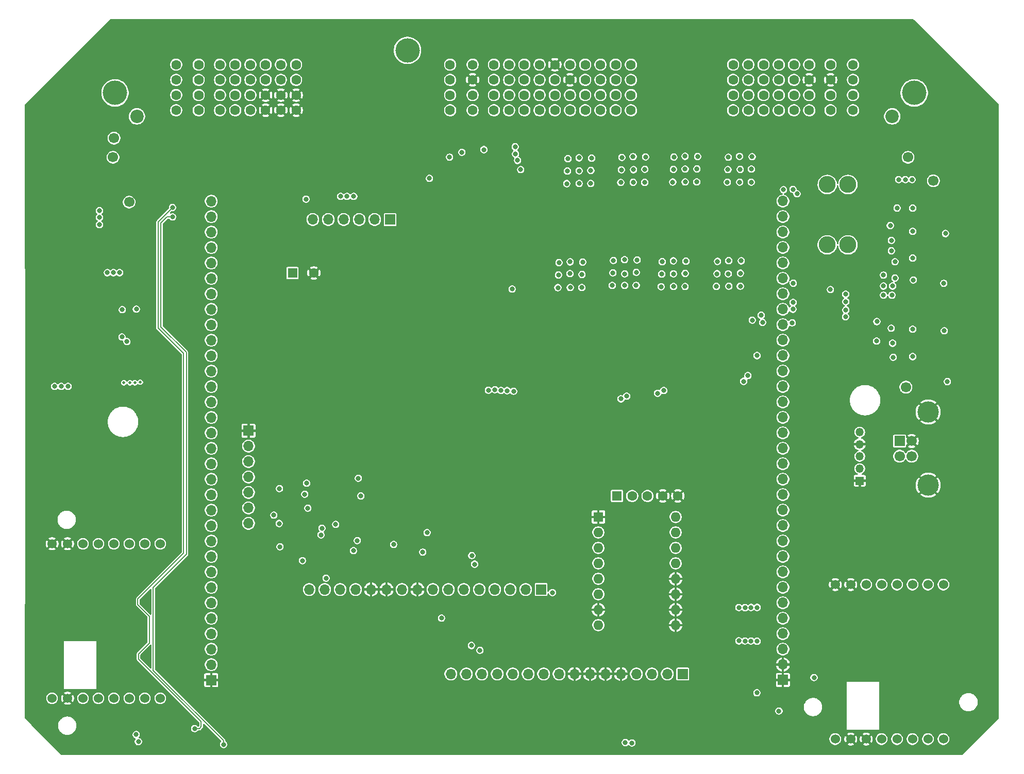
<source format=gbr>
%TF.GenerationSoftware,KiCad,Pcbnew,9.0.3*%
%TF.CreationDate,2025-10-28T00:12:23+00:00*%
%TF.ProjectId,Polygonus-Universal-Base,506f6c79-676f-46e7-9573-2d556e697665,rev?*%
%TF.SameCoordinates,Original*%
%TF.FileFunction,Copper,L3,Inr*%
%TF.FilePolarity,Positive*%
%FSLAX46Y46*%
G04 Gerber Fmt 4.6, Leading zero omitted, Abs format (unit mm)*
G04 Created by KiCad (PCBNEW 9.0.3) date 2025-10-28 00:12:23*
%MOMM*%
%LPD*%
G01*
G04 APERTURE LIST*
%TA.AperFunction,ComponentPad*%
%ADD10R,1.700000X1.700000*%
%TD*%
%TA.AperFunction,ComponentPad*%
%ADD11O,1.700000X1.700000*%
%TD*%
%TA.AperFunction,ComponentPad*%
%ADD12R,1.600000X1.600000*%
%TD*%
%TA.AperFunction,ComponentPad*%
%ADD13C,1.600000*%
%TD*%
%TA.AperFunction,ComponentPad*%
%ADD14C,1.700000*%
%TD*%
%TA.AperFunction,ComponentPad*%
%ADD15C,1.524000*%
%TD*%
%TA.AperFunction,ComponentPad*%
%ADD16O,1.600000X1.600000*%
%TD*%
%TA.AperFunction,ComponentPad*%
%ADD17C,2.780000*%
%TD*%
%TA.AperFunction,ComponentPad*%
%ADD18C,4.000000*%
%TD*%
%TA.AperFunction,ComponentPad*%
%ADD19C,2.200000*%
%TD*%
%TA.AperFunction,ComponentPad*%
%ADD20C,3.500000*%
%TD*%
%TA.AperFunction,ComponentPad*%
%ADD21R,1.350000X1.350000*%
%TD*%
%TA.AperFunction,ComponentPad*%
%ADD22O,1.350000X1.350000*%
%TD*%
%TA.AperFunction,ViaPad*%
%ADD23C,0.800000*%
%TD*%
%TA.AperFunction,ViaPad*%
%ADD24C,0.500000*%
%TD*%
%TA.AperFunction,Conductor*%
%ADD25C,0.200000*%
%TD*%
G04 APERTURE END LIST*
D10*
%TO.N,GND*%
%TO.C,J5*%
X93888235Y-91017793D03*
D11*
%TO.N,+5V*%
X93888235Y-93557793D03*
%TO.N,output*%
X93888235Y-96097793D03*
%TO.N,/Scope*%
X93888235Y-98637793D03*
%TO.N,/LS12*%
X93888235Y-101177793D03*
%TO.N,/VR-D*%
X93888235Y-103717793D03*
%TO.N,/VR+D*%
X93888235Y-106257793D03*
%TD*%
D12*
%TO.N,/12V_MR_FUSE*%
%TO.C,C2*%
X101112052Y-65110107D03*
D13*
%TO.N,GND*%
X104612052Y-65110107D03*
%TD*%
D14*
%TO.N,/12V_MR*%
%TO.C,P1*%
X71628000Y-46075600D03*
%TD*%
D15*
%TO.N,+5V*%
%TO.C,U1*%
X190269349Y-141724815D03*
%TO.N,GND*%
X192809349Y-141724815D03*
X195349349Y-141724815D03*
%TO.N,unconnected-(U1-SEL_2-Pad4)*%
X197889349Y-141724815D03*
%TO.N,/CAN_RX*%
X200429349Y-141724815D03*
%TO.N,/CAN_TX*%
X202969349Y-141724815D03*
%TO.N,/12V_MR_FUSE*%
X205509349Y-141724815D03*
%TO.N,unconnected-(U1-Boot0-Pad8)*%
X208049349Y-141724815D03*
%TO.N,GND*%
X190269349Y-116324815D03*
X192809349Y-116324815D03*
%TO.N,/HeaterNeg*%
X195349349Y-116324815D03*
X197889349Y-116324815D03*
%TO.N,/LSU_Ip*%
X200429349Y-116324815D03*
%TO.N,/LSU_Vm*%
X202969349Y-116324815D03*
%TO.N,/LSU_Rtrim*%
X205509349Y-116324815D03*
%TO.N,/LSU_Un*%
X208049349Y-116324815D03*
%TD*%
D12*
%TO.N,GND*%
%TO.C,A1*%
X151360000Y-105209750D03*
D16*
%TO.N,unconnected-(A1-~{FLT}-Pad2)*%
X151360000Y-107749750D03*
%TO.N,/STEPA2*%
X151360000Y-110289750D03*
%TO.N,/STEPA1*%
X151360000Y-112829750D03*
%TO.N,/STEPB1*%
X151360000Y-115369750D03*
%TO.N,/STEPB2*%
X151360000Y-117909750D03*
%TO.N,GND*%
X151360000Y-120449750D03*
%TO.N,/12V_MR_FUSE*%
X151360000Y-122989750D03*
%TO.N,GND*%
X164060000Y-122989750D03*
X164060000Y-120449750D03*
X164060000Y-117909750D03*
X164060000Y-115369750D03*
%TO.N,+5V*%
X164060000Y-112829750D03*
X164060000Y-110289750D03*
%TO.N,/LS9*%
X164060000Y-107749750D03*
%TO.N,/LS10*%
X164060000Y-105209750D03*
%TD*%
D14*
%TO.N,/ExtraLSB*%
%TO.C,P3*%
X74269600Y-53441600D03*
%TD*%
D17*
%TO.N,/12V_MR*%
%TO.C,F1*%
X192364464Y-50542664D03*
X188964464Y-50542664D03*
%TO.N,/12V_MR_FUSE*%
X192364464Y-60462664D03*
X188964464Y-60462664D03*
%TD*%
D14*
%TO.N,/12V_MR*%
%TO.C,P6*%
X206400400Y-49936400D03*
%TD*%
%TO.N,/LS12ADD*%
%TO.C,P5*%
X202234800Y-46075600D03*
%TD*%
D18*
%TO.N,*%
%TO.C,J1*%
X71950000Y-35490000D03*
D19*
X75550000Y-39340000D03*
D18*
X120000000Y-28490000D03*
D19*
X199650000Y-39340000D03*
D18*
X203250000Y-35490000D03*
D13*
%TO.N,GND*%
X101700000Y-38340000D03*
X101700000Y-35840000D03*
%TO.N,/VR+D*%
X101700000Y-33340000D03*
%TO.N,/VR-D*%
X101700000Y-30840000D03*
%TO.N,GND*%
X99200000Y-38340000D03*
X99200000Y-35840000D03*
%TO.N,/5V_SENSOR_2*%
X99200000Y-33340000D03*
X99200000Y-30840000D03*
%TO.N,GND*%
X96700000Y-38340000D03*
X96700000Y-35840000D03*
%TO.N,/CAN2-*%
X96700000Y-33340000D03*
%TO.N,/5V_SENSOR_2*%
X96700000Y-30840000D03*
%TO.N,/KNOCK_1*%
X94200000Y-38340000D03*
%TO.N,/KNOCK_2*%
X94200000Y-35840000D03*
%TO.N,/CAN2+*%
X94200000Y-33340000D03*
%TO.N,/5V_SENSOR_1*%
X94200000Y-30840000D03*
%TO.N,/DIGITAL_1*%
X91700000Y-38340000D03*
%TO.N,/DIGITAL_2*%
X91700000Y-35840000D03*
%TO.N,/5V_SENSOR_1*%
X91700000Y-33340000D03*
X91700000Y-30840000D03*
%TO.N,/DIGITAL_3*%
X89200000Y-38340000D03*
%TO.N,/DIGITAL_4*%
X89200000Y-35840000D03*
%TO.N,/DIGITAL_5*%
X89200000Y-33340000D03*
%TO.N,/DIGITAL_6*%
X89200000Y-30840000D03*
%TO.N,/HS3*%
X85700000Y-38340000D03*
%TO.N,/HS4*%
X85700000Y-35840000D03*
%TO.N,/HS2*%
X85700000Y-33340000D03*
%TO.N,/HS1*%
X85700000Y-30840000D03*
%TO.N,/ExtraLSD*%
X82000000Y-38340000D03*
%TO.N,/ExtraLSC*%
X82000000Y-35840000D03*
%TO.N,/ExtraLSB*%
X82000000Y-33340000D03*
%TO.N,/ExtraLSA*%
X82000000Y-30840000D03*
%TO.N,/IGBT8*%
X156700000Y-38340000D03*
%TO.N,/IGBT7*%
X156700000Y-35840000D03*
%TO.N,/IGBT6*%
X156700000Y-33340000D03*
%TO.N,/IGBT5*%
X156700000Y-30840000D03*
%TO.N,/LS2*%
X154200000Y-38340000D03*
%TO.N,/IGN7*%
X154200000Y-35840000D03*
%TO.N,/IGN6*%
X154200000Y-33340000D03*
%TO.N,/STEPA2*%
X154200000Y-30840000D03*
%TO.N,/LS1*%
X151700000Y-38340000D03*
%TO.N,/IGN8*%
X151700000Y-35840000D03*
%TO.N,/IGN5*%
X151700000Y-33340000D03*
%TO.N,/STEPA1*%
X151700000Y-30840000D03*
%TO.N,/12V_KEY*%
X149200000Y-38340000D03*
%TO.N,/CAN-*%
X149200000Y-35840000D03*
%TO.N,/CAN+*%
X149200000Y-33340000D03*
%TO.N,/STEPB1*%
X149200000Y-30840000D03*
%TO.N,/AT3*%
X146700000Y-38340000D03*
%TO.N,/AT4*%
X146700000Y-35840000D03*
%TO.N,GND*%
X146700000Y-33340000D03*
%TO.N,/STEPB2*%
X146700000Y-30840000D03*
%TO.N,/AT1*%
X144200000Y-38340000D03*
%TO.N,/AT2*%
X144200000Y-35840000D03*
%TO.N,/CRANK -*%
X144200000Y-33340000D03*
%TO.N,GND*%
X144200000Y-30840000D03*
%TO.N,/AV10*%
X141700000Y-38340000D03*
%TO.N,/AV11*%
X141700000Y-35840000D03*
%TO.N,/CRANK +*%
X141700000Y-33340000D03*
%TO.N,/LSU_Ip2*%
X141700000Y-30840000D03*
%TO.N,/AV7*%
X139200000Y-38340000D03*
%TO.N,/AV8*%
X139200000Y-35840000D03*
%TO.N,/AV9*%
X139200000Y-33340000D03*
%TO.N,/LSU_Vm2*%
X139200000Y-30840000D03*
%TO.N,/AV4*%
X136700000Y-38340000D03*
%TO.N,/AV5*%
X136700000Y-35840000D03*
%TO.N,/AV6*%
X136700000Y-33340000D03*
%TO.N,/LSU_Rtrim2*%
X136700000Y-30840000D03*
%TO.N,/AV1*%
X134200000Y-38340000D03*
%TO.N,/AV2*%
X134200000Y-35840000D03*
%TO.N,/AV3*%
X134200000Y-33340000D03*
%TO.N,/LSU_Un2*%
X134200000Y-30840000D03*
%TO.N,/12V_MR_FUSE*%
X130700000Y-38340000D03*
X130700000Y-35840000D03*
%TO.N,GND*%
X130700000Y-33340000D03*
%TO.N,/HeaterNeg2*%
X130700000Y-30840000D03*
%TO.N,/ETB1_+*%
X127000000Y-38340000D03*
%TO.N,/ETB1_-*%
X127000000Y-35840000D03*
%TO.N,/ETB2_+*%
X127000000Y-33340000D03*
%TO.N,/ETB2_-*%
X127000000Y-30840000D03*
%TO.N,/IGBT1*%
X173500000Y-38340000D03*
%TO.N,/IGBT2*%
X173500000Y-35840000D03*
%TO.N,/IGBT3*%
X173500000Y-33340000D03*
%TO.N,/IGBT4*%
X173500000Y-30840000D03*
%TO.N,/LS3*%
X176000000Y-38340000D03*
%TO.N,/IGN2*%
X176000000Y-35840000D03*
%TO.N,/IGN3*%
X176000000Y-33340000D03*
%TO.N,/LSU_Un*%
X176000000Y-30840000D03*
%TO.N,/LS8*%
X178500000Y-38340000D03*
%TO.N,/IGN1*%
X178500000Y-35840000D03*
%TO.N,/IGN4*%
X178500000Y-33340000D03*
%TO.N,/LSU_Rtrim*%
X178500000Y-30840000D03*
%TO.N,/LS6*%
X181000000Y-38340000D03*
%TO.N,/LS7*%
X181000000Y-35840000D03*
%TO.N,/LS4*%
X181000000Y-33340000D03*
%TO.N,/LSU_Vm*%
X181000000Y-30840000D03*
%TO.N,/LS15*%
X183500000Y-38340000D03*
%TO.N,/LS16*%
X183500000Y-35840000D03*
%TO.N,/LS5*%
X183500000Y-33340000D03*
%TO.N,/LSU_Ip*%
X183500000Y-30840000D03*
%TO.N,/LS13*%
X186000000Y-38340000D03*
%TO.N,/LS14*%
X186000000Y-35840000D03*
%TO.N,GND*%
X186000000Y-33340000D03*
%TO.N,/Perm_Live*%
X186000000Y-30840000D03*
%TO.N,/12V_MR*%
X189500000Y-38340000D03*
X189500000Y-35840000D03*
%TO.N,GND*%
X189500000Y-33340000D03*
%TO.N,/HeaterNeg*%
X189500000Y-30840000D03*
%TO.N,/LS9ADD*%
X193200000Y-38340000D03*
%TO.N,/LS10ADD*%
X193200000Y-35840000D03*
%TO.N,/LS11ADD*%
X193200000Y-33340000D03*
%TO.N,/LS12ADD*%
X193200000Y-30840000D03*
%TD*%
D10*
%TO.N,/VBUS*%
%TO.C,J4*%
X200849999Y-92720000D03*
D14*
%TO.N,/USB-*%
X200849999Y-95220000D03*
%TO.N,/USB+*%
X202849999Y-95220000D03*
%TO.N,GND*%
X202849999Y-92720000D03*
D20*
X205559999Y-87950000D03*
X205559999Y-99990000D03*
%TD*%
D21*
%TO.N,GND*%
%TO.C,J3*%
X194310000Y-99250000D03*
D22*
%TO.N,/USB+*%
X194310000Y-97250000D03*
%TO.N,/USB-*%
X194310000Y-95250000D03*
%TO.N,GND*%
X194310000Y-93250000D03*
%TO.N,/VBUS*%
X194310000Y-91250000D03*
%TD*%
D14*
%TO.N,/LS9ADD*%
%TO.C,P4*%
X201879200Y-83870800D03*
%TD*%
D15*
%TO.N,+5V*%
%TO.C,U2*%
X61611115Y-135011435D03*
%TO.N,GND*%
X64151115Y-135011435D03*
%TO.N,unconnected-(U2-SEL_1-Pad3)*%
X66691115Y-135011435D03*
%TO.N,+5V*%
X69231115Y-135011435D03*
%TO.N,/CAN_RX2*%
X71771115Y-135011435D03*
%TO.N,/CAN_TX2*%
X74311115Y-135011435D03*
%TO.N,/12V_MR_FUSE*%
X76851115Y-135011435D03*
%TO.N,unconnected-(U2-Boot0-Pad8)*%
X79391115Y-135011435D03*
%TO.N,GND*%
X61611115Y-109611435D03*
X64151115Y-109611435D03*
%TO.N,/HeaterNeg2*%
X66691115Y-109611435D03*
X69231115Y-109611435D03*
%TO.N,/LSU_Ip2*%
X71771115Y-109611435D03*
%TO.N,/LSU_Vm2*%
X74311115Y-109611435D03*
%TO.N,/LSU_Rtrim2*%
X76851115Y-109611435D03*
%TO.N,/LSU_Un2*%
X79391115Y-109611435D03*
%TD*%
D10*
%TO.N,GND*%
%TO.C,J2*%
X181672763Y-132012059D03*
D11*
X181672763Y-129472059D03*
%TO.N,/12V_MR_FUSE*%
X181672763Y-126932059D03*
%TO.N,/LS1*%
X181672763Y-124392059D03*
%TO.N,/LS2*%
X181672763Y-121852059D03*
%TO.N,/LS3*%
X181672763Y-119312059D03*
%TO.N,/LS4*%
X181672763Y-116772059D03*
%TO.N,/LS5*%
X181672763Y-114232059D03*
%TO.N,/LS6*%
X181672763Y-111692059D03*
%TO.N,/LS7*%
X181672763Y-109152059D03*
%TO.N,/LS8*%
X181672763Y-106612059D03*
%TO.N,/IGN12*%
X181672763Y-104072059D03*
%TO.N,/IGN11*%
X181672763Y-101532059D03*
%TO.N,/IGN10*%
X181672763Y-98992059D03*
%TO.N,/IGN9*%
X181672763Y-96452059D03*
%TO.N,/IGN8*%
X181672763Y-93912059D03*
%TO.N,/IGN7*%
X181672763Y-91372059D03*
%TO.N,/IGN6*%
X181672763Y-88832059D03*
%TO.N,/IGN5*%
X181672763Y-86292059D03*
%TO.N,/IGN4*%
X181672763Y-83752059D03*
%TO.N,/IGN3*%
X181672763Y-81212059D03*
%TO.N,/IGN2*%
X181672763Y-78672059D03*
%TO.N,/IGN1*%
X181672763Y-76132059D03*
%TO.N,/LS9*%
X181672763Y-73592059D03*
%TO.N,/LS10*%
X181672763Y-71052059D03*
%TO.N,/LS11*%
X181672763Y-68512059D03*
%TO.N,/LS12*%
X181672763Y-65972059D03*
%TO.N,/LS13*%
X181672763Y-63432059D03*
%TO.N,/LS14*%
X181672763Y-60892059D03*
%TO.N,/LS15*%
X181672763Y-58352059D03*
%TO.N,/LS16*%
X181672763Y-55812059D03*
%TO.N,/12V_MR_FUSE*%
X181672763Y-53272059D03*
D10*
%TO.N,GND*%
X87760080Y-132017154D03*
D11*
%TO.N,/12V_PROT*%
X87760080Y-129477154D03*
X87760080Y-126937154D03*
%TO.N,/5V_SENSOR_2*%
X87760080Y-124397154D03*
X87760080Y-121857154D03*
%TO.N,unconnected-(J2-Pin_38-Pad38)*%
X87760080Y-119317154D03*
%TO.N,unconnected-(J2-Pin_39-Pad39)*%
X87760080Y-116777154D03*
%TO.N,/5V_SENSOR_1*%
X87760080Y-114237154D03*
X87760080Y-111697154D03*
%TO.N,/DIGITAL_6*%
X87760080Y-109157154D03*
%TO.N,/DIGITAL_5*%
X87760080Y-106617154D03*
%TO.N,/DIGITAL_4*%
X87760080Y-104077154D03*
%TO.N,/DIGITAL_3*%
X87760080Y-101537154D03*
%TO.N,/DIGITAL_2*%
X87760080Y-98997154D03*
%TO.N,/DIGITAL_1*%
X87760080Y-96457154D03*
%TO.N,/AT4*%
X87760080Y-93917154D03*
%TO.N,/AT3*%
X87760080Y-91377154D03*
%TO.N,/AT2*%
X87760080Y-88837154D03*
%TO.N,/AT1*%
X87760080Y-86297154D03*
%TO.N,/AV11*%
X87760080Y-83757154D03*
%TO.N,/AV10*%
X87760080Y-81217154D03*
%TO.N,/AV9*%
X87760080Y-78677154D03*
%TO.N,/AV8*%
X87760080Y-76137154D03*
%TO.N,/AV7*%
X87760080Y-73597154D03*
%TO.N,/AV6*%
X87760080Y-71057154D03*
%TO.N,/AV5*%
X87760080Y-68517154D03*
%TO.N,/AV4*%
X87760080Y-65977154D03*
%TO.N,/AV3*%
X87760080Y-63437154D03*
%TO.N,/AV2*%
X87760080Y-60897154D03*
%TO.N,/AV1*%
X87760080Y-58357154D03*
%TO.N,/KNOCK_1*%
X87760080Y-55817154D03*
%TO.N,/KNOCK_2*%
X87760080Y-53277154D03*
D10*
%TO.N,/HS1*%
X165230080Y-131026287D03*
D11*
%TO.N,/HS2*%
X162690080Y-131026287D03*
%TO.N,/HS3*%
X160150080Y-131026287D03*
%TO.N,/HS4*%
X157610080Y-131026287D03*
%TO.N,GND*%
X155070080Y-131026287D03*
X152530080Y-131026287D03*
X149990080Y-131026287D03*
X147450080Y-131026287D03*
%TO.N,/CAN2+*%
X144910080Y-131026287D03*
%TO.N,/CAN2-*%
X142370080Y-131026287D03*
%TO.N,/RC1*%
X139830080Y-131026287D03*
%TO.N,/RC2*%
X137290080Y-131026287D03*
%TO.N,/Perm_Live*%
X134750080Y-131026287D03*
%TO.N,/Scope*%
X132210080Y-131026287D03*
%TO.N,unconnected-(J2-Pin_79-Pad79)*%
X129670080Y-131026287D03*
%TO.N,unconnected-(J2-Pin_80-Pad80)*%
X127130080Y-131026287D03*
D10*
%TO.N,+5V*%
X141953794Y-117134404D03*
D11*
%TO.N,+3.3V*%
X139413794Y-117134404D03*
%TO.N,/ETB1_PWM*%
X136873794Y-117134404D03*
%TO.N,/ETB1_DIS*%
X134333794Y-117134404D03*
%TO.N,/ETB1_DIR*%
X131793794Y-117134404D03*
%TO.N,/ETB2_PWM*%
X129253794Y-117134404D03*
%TO.N,/ETB2_DIS*%
X126713794Y-117134404D03*
%TO.N,/ETB2_DIR*%
X124173794Y-117134404D03*
%TO.N,GND*%
X121633794Y-117134404D03*
%TO.N,/12V_KEY*%
X119093794Y-117134404D03*
%TO.N,GND*%
X116553794Y-117134404D03*
X114013794Y-117134404D03*
%TO.N,/CAN+*%
X111473794Y-117134404D03*
%TO.N,/CAN-*%
X108933794Y-117134404D03*
%TO.N,output*%
X106393794Y-117134404D03*
%TO.N,/VR1+*%
X103853794Y-117134404D03*
D13*
%TO.N,GND*%
X164425871Y-101751522D03*
X161925871Y-101751522D03*
%TO.N,/USB+*%
X159425871Y-101751522D03*
%TO.N,/USB-*%
X156925871Y-101751522D03*
D12*
%TO.N,/VBUS*%
X154425871Y-101751522D03*
D10*
%TO.N,/+3V3*%
X117154579Y-56302538D03*
D11*
%TO.N,/EXT_SPI_CS*%
X114614579Y-56302538D03*
%TO.N,/EXT_SPI_SCK*%
X112074579Y-56302538D03*
%TO.N,/EXT_SPI_MISO*%
X109534579Y-56302538D03*
%TO.N,/EXT_SPI_MOSI*%
X106994579Y-56302538D03*
%TO.N,unconnected-(J2-Pin_107-Pad107)*%
X104454579Y-56302538D03*
%TD*%
D14*
%TO.N,/ExtraLSA*%
%TO.C,P2*%
X71780400Y-42926000D03*
%TD*%
D23*
%TO.N,/12V_MR*%
X201800000Y-49740000D03*
X202900000Y-49740000D03*
X203000000Y-58240000D03*
X199700000Y-67240000D03*
X200100000Y-63240000D03*
X69400000Y-55940000D03*
X203000000Y-62640000D03*
X199324149Y-57292971D03*
X199700000Y-76640000D03*
X69400000Y-57140000D03*
X200443169Y-54420817D03*
X64231609Y-83740500D03*
X197120158Y-73080499D03*
X203100000Y-66240000D03*
X63113017Y-83740500D03*
X199800000Y-78940000D03*
X203000000Y-54420817D03*
X197076926Y-76290526D03*
X200700000Y-49740000D03*
X69400000Y-54840000D03*
X199600000Y-68740000D03*
X203000000Y-78840000D03*
X203000000Y-74340000D03*
X198200000Y-68740000D03*
X198200000Y-65440000D03*
X200100000Y-65940000D03*
X62031712Y-83739500D03*
X71700000Y-65040000D03*
X72700000Y-65040000D03*
X198200000Y-67240000D03*
X199500000Y-61440000D03*
X70700000Y-65040000D03*
X199476340Y-74172124D03*
X199500000Y-59740000D03*
%TO.N,GND*%
X182810143Y-100222707D03*
X194234883Y-75155437D03*
X184273610Y-107571193D03*
X112141000Y-31242000D03*
X174561213Y-44780697D03*
X86371584Y-72251350D03*
X171846242Y-28079120D03*
X123444758Y-124286293D03*
X129440911Y-57555260D03*
X146603683Y-110879516D03*
X170765889Y-23886954D03*
D24*
X166700000Y-54340000D03*
D23*
X117058200Y-135923682D03*
X208913868Y-77888025D03*
X213244159Y-69033864D03*
X90255702Y-77682007D03*
X137268971Y-94293167D03*
X90215618Y-62590644D03*
X168780682Y-140105747D03*
X149208662Y-81370953D03*
D24*
X166400000Y-69840000D03*
D23*
X172722806Y-96328499D03*
D24*
X164800000Y-70340000D03*
D23*
X67205853Y-29653917D03*
X177960399Y-60885427D03*
X176963269Y-85931588D03*
X67867033Y-81359641D03*
X76309596Y-67467078D03*
X64793260Y-32298119D03*
X97234012Y-50515285D03*
X92909385Y-32098733D03*
X162958838Y-60736281D03*
X208913868Y-70710393D03*
X106987426Y-92311251D03*
X83456634Y-143803040D03*
X213257734Y-70113811D03*
X174661676Y-98125755D03*
X102913209Y-125105409D03*
D24*
X165800000Y-69840000D03*
D23*
X139730902Y-120023107D03*
X153623645Y-86491256D03*
X65437883Y-135947846D03*
X117721224Y-108429489D03*
X97914711Y-32111600D03*
X61365315Y-78313265D03*
X120396000Y-111125000D03*
X145474779Y-123764861D03*
X129415177Y-55071897D03*
X132141751Y-31267536D03*
X71965383Y-38652023D03*
X96167988Y-62490436D03*
X184668246Y-139486972D03*
X185817491Y-111469121D03*
X98057636Y-112127307D03*
X132049428Y-89973419D03*
X116225911Y-89673631D03*
X199526295Y-86851907D03*
X206807187Y-82567468D03*
X93017492Y-29853798D03*
X156081760Y-77858700D03*
X131539978Y-99292768D03*
X102850106Y-98575566D03*
X74314905Y-113355528D03*
X96181932Y-94420297D03*
X107426500Y-114370289D03*
X140675146Y-112026073D03*
X89260280Y-51778344D03*
X116706957Y-69537228D03*
X96316551Y-107702798D03*
X160166597Y-85835030D03*
D24*
X175300000Y-69840000D03*
D23*
X69656937Y-95913923D03*
X146949602Y-113732635D03*
X109685163Y-142737774D03*
X65100000Y-102640000D03*
X73812400Y-46380400D03*
X81111761Y-135646088D03*
X200594344Y-43874771D03*
X73969251Y-42708204D03*
X124295785Y-60354041D03*
X169144138Y-38887536D03*
X191480412Y-107280109D03*
X131211521Y-95111211D03*
X67755174Y-59267449D03*
X137366487Y-86166827D03*
X112693752Y-42995126D03*
X188444723Y-113279692D03*
X169714207Y-123350705D03*
X58803496Y-112521021D03*
X201846263Y-140397802D03*
X62841273Y-59840320D03*
X192090359Y-39308193D03*
X76327000Y-122047000D03*
D24*
X156700000Y-71540000D03*
D23*
X98001372Y-29862376D03*
X158990099Y-91673311D03*
X183760080Y-40230890D03*
X177382362Y-81037045D03*
X139920096Y-107551705D03*
X93502449Y-53932651D03*
X137400000Y-65240000D03*
X90104289Y-41242172D03*
X132774826Y-111905827D03*
X130021253Y-44617273D03*
X58896168Y-75061813D03*
X147176554Y-76167238D03*
X137393942Y-105202662D03*
X213217733Y-63261357D03*
X202341196Y-32533687D03*
X170653411Y-101865529D03*
X107094447Y-85108409D03*
X153755729Y-126209489D03*
X208913868Y-69610444D03*
X138088575Y-114196326D03*
X120748413Y-84383980D03*
X129085431Y-110724262D03*
D24*
X147900000Y-69840000D03*
D23*
X186153372Y-39960680D03*
X95472933Y-101582078D03*
X95377000Y-112014000D03*
X173426963Y-131862381D03*
X170679385Y-80822969D03*
X117348000Y-46990000D03*
X58635707Y-120323200D03*
X67811103Y-63574028D03*
X177880941Y-43532582D03*
X109725602Y-39905251D03*
X79565845Y-104020166D03*
X93982464Y-86898854D03*
X97410571Y-56497982D03*
X196691744Y-99222104D03*
X114316214Y-119997815D03*
X117002707Y-50285531D03*
D24*
X159600000Y-52640000D03*
D23*
X124456118Y-53399589D03*
X187722968Y-85788630D03*
X151015268Y-133560494D03*
X147533562Y-122799949D03*
X107337438Y-112423471D03*
X126609420Y-57900382D03*
X125077409Y-86929270D03*
X97258891Y-98243503D03*
X107696000Y-109220000D03*
X177963424Y-63852582D03*
X155985465Y-76279097D03*
X79621015Y-101741834D03*
X67811103Y-76829343D03*
X63862736Y-143109438D03*
X116594863Y-40444309D03*
X204879109Y-75296382D03*
X70865782Y-59164640D03*
X114108556Y-23997933D03*
X210820000Y-142240000D03*
X85746463Y-100918678D03*
X164787228Y-133325585D03*
X84287066Y-33110070D03*
D24*
X158100000Y-54440000D03*
D23*
X168975523Y-100075782D03*
X85552726Y-131113686D03*
X215900000Y-127000000D03*
X192341372Y-95276385D03*
X124919479Y-75752565D03*
X163021011Y-143245587D03*
X81444743Y-44693156D03*
X125317909Y-115648954D03*
X199725810Y-25384658D03*
X206769900Y-77962598D03*
X77340663Y-119843459D03*
X206788544Y-69685017D03*
X180669877Y-59630118D03*
X104775000Y-38608000D03*
X67767603Y-75436147D03*
X94692137Y-107702798D03*
D24*
X175700000Y-54940000D03*
D23*
X124917076Y-71056283D03*
X163196131Y-100672364D03*
X76400000Y-106140000D03*
X160021319Y-28040518D03*
X101405186Y-112387573D03*
X131709666Y-107736671D03*
X183592134Y-133197677D03*
D24*
X150400000Y-52840000D03*
D23*
X114161298Y-47203066D03*
X117348000Y-42926000D03*
X208596390Y-113791836D03*
X109940090Y-102739810D03*
X182268643Y-32093674D03*
X148336000Y-106299000D03*
X202164486Y-113064752D03*
X144093092Y-126181615D03*
X200378187Y-90073551D03*
X208951155Y-62861606D03*
X153049161Y-81147235D03*
X208411145Y-38624969D03*
X215663820Y-116727278D03*
X100687212Y-97866567D03*
X75297075Y-55752950D03*
X184777740Y-34641373D03*
X71702926Y-25330550D03*
X166912541Y-125888749D03*
X117348000Y-48006000D03*
X183630117Y-128880259D03*
X125382586Y-41296225D03*
X157167339Y-40798255D03*
X96002438Y-103987288D03*
X172443158Y-103673920D03*
X93455727Y-49316829D03*
X160528000Y-122809000D03*
X122936000Y-27940000D03*
X153124278Y-110330688D03*
X139842748Y-28063613D03*
D24*
X177300000Y-56140000D03*
D23*
X114577667Y-40670295D03*
X104313706Y-32228669D03*
D24*
X158300000Y-69840000D03*
D23*
X112497952Y-41130438D03*
X176378048Y-143472713D03*
D24*
X164800000Y-71540000D03*
D23*
X136060090Y-132256060D03*
X96028687Y-77596616D03*
X132020666Y-68402207D03*
X215704179Y-93419533D03*
X197096930Y-23867653D03*
X120836567Y-61690657D03*
X74188818Y-107766587D03*
X102717949Y-94518143D03*
X206800000Y-58940000D03*
X168913849Y-131334913D03*
X180832735Y-69795188D03*
X62841273Y-64364403D03*
X166956720Y-42168663D03*
X75259599Y-139474044D03*
X104292400Y-119278400D03*
X93433726Y-50991745D03*
X86280902Y-104970467D03*
X203825321Y-25110488D03*
X143800000Y-53640000D03*
X147999375Y-29653972D03*
X85642078Y-48763139D03*
X171537430Y-43596918D03*
X98308927Y-96744735D03*
X100080748Y-82402548D03*
X91417355Y-48794493D03*
X132067456Y-119972523D03*
X107696000Y-104521000D03*
X165687898Y-123439464D03*
X98590758Y-24055835D03*
D24*
X158100000Y-53240000D03*
D23*
X128667935Y-123889500D03*
X112008075Y-112032398D03*
X83726080Y-30099000D03*
D24*
X176800000Y-52640000D03*
D23*
X61307413Y-56165662D03*
X95767155Y-54654151D03*
X104842374Y-52790937D03*
X152535027Y-142636575D03*
D24*
X166700000Y-54940000D03*
D23*
X208565662Y-99393858D03*
X132321291Y-49628913D03*
X79375000Y-129921000D03*
X179980871Y-138591778D03*
X86413561Y-112843123D03*
X117694304Y-122845122D03*
X161666398Y-119654035D03*
X182797276Y-90006180D03*
X103334301Y-42113294D03*
X192310476Y-98179863D03*
X80170894Y-42685878D03*
X58644907Y-137328546D03*
X118002707Y-66486786D03*
X155488063Y-29576769D03*
X175259999Y-94265606D03*
X154282565Y-27989050D03*
X82619394Y-24041360D03*
X165657033Y-106694118D03*
X150159391Y-136073994D03*
X122912911Y-113684873D03*
X97338637Y-44464187D03*
X85642914Y-126935001D03*
X166930986Y-44690626D03*
X117958277Y-95743385D03*
X112682586Y-37100210D03*
X120920554Y-102070760D03*
X174548346Y-42142928D03*
X114173000Y-42926000D03*
X108854156Y-92365099D03*
X79374221Y-117320143D03*
X110155482Y-112369623D03*
X101318361Y-131119603D03*
X81437376Y-59143480D03*
X86223630Y-52301608D03*
X67806720Y-54171319D03*
X81457417Y-72310844D03*
X63114707Y-52283610D03*
X135229870Y-28140816D03*
X167569952Y-138025491D03*
X79375000Y-123444000D03*
X58677654Y-128167326D03*
X165485959Y-35394046D03*
X91964810Y-105890902D03*
X180760557Y-141576685D03*
X91126971Y-135686199D03*
X116800208Y-74282988D03*
X161941968Y-76362992D03*
X71946082Y-40890909D03*
X213331546Y-54952967D03*
X87749653Y-33587035D03*
X178708991Y-120353971D03*
X166352697Y-122704991D03*
X115565490Y-40470043D03*
X153776246Y-76223168D03*
X171748291Y-137796131D03*
X166370000Y-120904000D03*
X193970284Y-57012942D03*
X90295785Y-59223647D03*
X118738728Y-49381920D03*
X101413485Y-116461395D03*
X139597326Y-142617524D03*
X137431229Y-101735027D03*
X61365315Y-63808756D03*
X182835877Y-97687876D03*
X89853322Y-112780388D03*
X75717370Y-99040643D03*
X70789302Y-110923634D03*
X67848390Y-78544518D03*
X81437376Y-65677058D03*
X173838591Y-117952950D03*
X179881444Y-116257833D03*
X174009187Y-91052473D03*
X174218515Y-76223168D03*
X180849891Y-62134937D03*
X177016104Y-83819500D03*
D24*
X158100000Y-55140000D03*
D23*
X76694889Y-78715142D03*
X187677512Y-95993502D03*
X112776000Y-28702000D03*
X140507357Y-91425337D03*
X139544932Y-128558375D03*
D24*
X173700000Y-71540000D03*
D23*
X107996336Y-58969702D03*
X174084564Y-110811370D03*
D24*
X167000000Y-52640000D03*
D23*
X124502007Y-23973807D03*
X90492806Y-30085110D03*
X186385017Y-23886954D03*
X110693962Y-93935665D03*
X163632255Y-91086051D03*
X86499583Y-117912877D03*
X178156431Y-127473555D03*
X187034773Y-132984550D03*
X117221000Y-28194000D03*
X194258531Y-65220350D03*
X158366514Y-137932029D03*
X204666801Y-53486541D03*
X113816084Y-41932919D03*
X124964631Y-135893619D03*
X177314786Y-42297334D03*
X69464040Y-27395730D03*
X68800000Y-107340000D03*
X69726497Y-33194971D03*
X131336526Y-80245766D03*
X132337343Y-46552516D03*
X155850710Y-100597792D03*
X150423736Y-114002845D03*
X137700365Y-29626973D03*
X63442208Y-35135328D03*
X187635974Y-77407183D03*
X92686850Y-56242245D03*
X187623802Y-110203016D03*
X181579132Y-23925555D03*
X106766372Y-52760874D03*
X196677142Y-80785683D03*
X213331546Y-53928645D03*
X157618090Y-122856924D03*
D24*
X159000000Y-52640000D03*
D23*
X99941419Y-50515285D03*
X214988822Y-43773807D03*
X89232449Y-107924648D03*
X145409004Y-134810587D03*
X177953670Y-94891827D03*
X170055712Y-135166867D03*
X166331287Y-134445028D03*
D24*
X157800000Y-73340000D03*
D23*
X66480123Y-138495545D03*
X204917710Y-69583362D03*
X125017284Y-80195275D03*
X176830233Y-88986221D03*
D24*
X148500000Y-69740000D03*
D23*
X133608742Y-97338038D03*
X99161106Y-53114767D03*
X133563873Y-71268163D03*
X81457417Y-52950610D03*
X117518477Y-114491995D03*
X98615801Y-50470349D03*
X93982464Y-85148795D03*
X189510548Y-64628461D03*
X178893734Y-122901875D03*
X150038468Y-79013047D03*
X180824157Y-67196021D03*
X98165332Y-107209192D03*
X177198981Y-34628505D03*
X77257092Y-118507784D03*
X175670150Y-129751289D03*
X111665961Y-122856183D03*
X191524204Y-35435177D03*
X77813509Y-24079961D03*
X156449307Y-133454257D03*
X104334738Y-82294852D03*
X155956000Y-105791000D03*
X130778355Y-114411859D03*
X105417753Y-136144758D03*
X70900000Y-49240000D03*
X215808748Y-102427700D03*
X106203940Y-50525868D03*
X90400289Y-34620697D03*
X108259118Y-122756633D03*
X196440835Y-89764739D03*
D24*
X151000000Y-52840000D03*
D23*
X100444897Y-108241278D03*
X120794620Y-68528051D03*
X95482818Y-32085866D03*
X188367490Y-73915168D03*
X149225000Y-122575370D03*
D24*
X150300000Y-56340000D03*
D23*
X172962990Y-81067747D03*
X67773817Y-70994022D03*
D24*
X174700000Y-69840000D03*
D23*
X58813989Y-52754919D03*
X63040134Y-72020544D03*
X188308006Y-142855416D03*
X168910000Y-143510000D03*
X84032062Y-138314425D03*
X116984429Y-52937008D03*
X164331819Y-44716361D03*
X166805007Y-102127680D03*
X158066831Y-128671411D03*
D24*
X168200000Y-56040000D03*
D23*
X174767088Y-39505160D03*
X180042935Y-119092904D03*
X100336686Y-44631460D03*
X131826000Y-27940000D03*
D24*
X173700000Y-72140000D03*
D23*
X73079657Y-110885032D03*
X67700500Y-67113401D03*
X124737725Y-49493714D03*
X88062203Y-24041360D03*
X173103030Y-135434659D03*
X126996430Y-120010461D03*
X76835000Y-128143000D03*
X209018454Y-54639955D03*
X213205018Y-109198055D03*
X62928275Y-67434317D03*
X104657826Y-86952702D03*
X95878807Y-50530787D03*
D24*
X166700000Y-53740000D03*
X166500000Y-73340000D03*
D23*
X126869962Y-91149480D03*
X107847326Y-70152408D03*
X150489171Y-29615370D03*
X206695443Y-67830628D03*
X118127627Y-99365820D03*
X62953132Y-56944410D03*
X80274960Y-47138532D03*
X160517195Y-23925555D03*
X96971702Y-105010399D03*
X133444654Y-132466497D03*
D24*
X149200000Y-53940000D03*
D23*
X159691832Y-133415655D03*
X99190502Y-72336332D03*
X182835877Y-95114444D03*
X92918966Y-112315100D03*
X135213920Y-23954506D03*
X125297867Y-112101582D03*
D24*
X158100000Y-53840000D03*
D23*
X120527955Y-56846753D03*
X70581613Y-143739925D03*
X134609292Y-119997815D03*
X116129776Y-131813583D03*
X147432315Y-126141869D03*
X169079802Y-43635519D03*
X166712364Y-140051385D03*
X213246186Y-61326526D03*
D24*
X157100000Y-69840000D03*
D23*
X183242639Y-60649280D03*
X191065539Y-73496192D03*
X144648205Y-76229297D03*
X202583958Y-40502525D03*
X58938115Y-82192837D03*
X180739984Y-82486739D03*
X152801557Y-114648336D03*
X171859109Y-38874669D03*
D24*
X150900000Y-56340000D03*
D23*
X76444738Y-62120384D03*
X117348000Y-43942000D03*
X74422000Y-119253000D03*
X200088620Y-30190488D03*
X83456634Y-142921207D03*
X81417334Y-79004756D03*
X90215618Y-85217667D03*
X191013421Y-113788585D03*
X78600000Y-133240000D03*
X128733051Y-31819504D03*
X154333280Y-135055007D03*
X114173000Y-43942000D03*
X120687506Y-108415782D03*
X124406014Y-67338557D03*
X74422000Y-128143000D03*
X73100278Y-136507568D03*
X128559345Y-34598811D03*
X65559440Y-142941249D03*
X191028253Y-78548499D03*
X137801978Y-125848626D03*
D24*
X164800000Y-72140000D03*
D23*
X120749141Y-89714017D03*
D24*
X156700000Y-70940000D03*
D23*
X194089993Y-44739511D03*
X180826367Y-43782227D03*
D24*
X156700000Y-70340000D03*
D23*
X204068478Y-47503311D03*
X132337343Y-42262582D03*
X158030854Y-108126543D03*
X150250029Y-128710012D03*
X169075897Y-32074318D03*
X100330000Y-49022000D03*
X127162984Y-47230626D03*
X111761733Y-120035753D03*
X178464408Y-134717138D03*
X96244079Y-116219079D03*
X88519000Y-142494000D03*
X164040933Y-137340140D03*
X129060432Y-96645433D03*
X90255702Y-74595592D03*
X131848446Y-85692448D03*
X208969798Y-53465433D03*
X106807000Y-103759000D03*
X96092185Y-96951152D03*
X179759547Y-32080807D03*
X128016000Y-28702000D03*
X100323819Y-46831744D03*
X85328409Y-142453552D03*
X162048156Y-110330688D03*
X187599648Y-99344960D03*
X182844113Y-102790251D03*
X183667734Y-118255036D03*
X109601000Y-33782000D03*
X62071744Y-94215458D03*
X139742986Y-95172620D03*
X180716217Y-87567789D03*
X86371584Y-57066464D03*
X146752829Y-97689452D03*
X73300000Y-55840000D03*
D24*
X174100000Y-69840000D03*
D23*
X78232000Y-28321000D03*
X109258712Y-131890786D03*
D24*
X159100000Y-56240000D03*
D23*
X165837277Y-28040518D03*
X137163774Y-119997815D03*
X165323080Y-23886954D03*
X177154034Y-118088069D03*
D24*
X147700000Y-70440000D03*
D23*
X162477377Y-126030009D03*
D24*
X165200000Y-69840000D03*
D23*
X101712010Y-135604337D03*
X100423808Y-34492025D03*
D24*
X173700000Y-70940000D03*
D23*
X63801169Y-49402537D03*
X206307364Y-36173774D03*
X71702926Y-31622592D03*
X198374000Y-37592000D03*
X65128172Y-90611795D03*
X182791194Y-84965738D03*
X199622768Y-82351712D03*
X135917912Y-127669890D03*
X70901258Y-142098461D03*
X113030000Y-124968000D03*
D24*
X175300000Y-73340000D03*
D23*
X191827826Y-23886954D03*
X206807187Y-74718681D03*
X91530116Y-101714737D03*
X128673710Y-60505797D03*
X109963456Y-128317875D03*
X118235841Y-81951155D03*
X179199929Y-125624928D03*
X140831266Y-98986867D03*
X110819607Y-92329200D03*
X86246260Y-93433132D03*
X76804546Y-143679800D03*
X131806566Y-53190854D03*
X161596172Y-134612301D03*
X129918316Y-46791823D03*
X156230565Y-137919162D03*
D24*
X157700000Y-69840000D03*
D23*
X153409793Y-60851727D03*
X164421889Y-41370899D03*
X90761522Y-91856868D03*
X90582654Y-88628301D03*
X75199474Y-137710378D03*
X117729000Y-111125000D03*
X92158752Y-116133740D03*
X100272350Y-47925453D03*
X207254624Y-61649798D03*
X114543753Y-50274369D03*
X213246186Y-62293941D03*
X145303815Y-44540070D03*
X157773304Y-85699925D03*
X169814467Y-105258591D03*
X213276377Y-79621842D03*
X131578376Y-125101190D03*
X112959242Y-52941249D03*
X99314528Y-58141398D03*
X196479436Y-94068805D03*
X190956732Y-88588728D03*
X98470471Y-89816295D03*
X166521932Y-109287525D03*
X107847326Y-64657325D03*
X126569337Y-55415218D03*
X120626831Y-75617128D03*
X118543831Y-58971168D03*
X109245188Y-119985169D03*
X117348000Y-49022000D03*
X208900000Y-46840000D03*
X104169382Y-112405522D03*
X91514592Y-98252711D03*
X120920554Y-97018024D03*
X145161000Y-109474000D03*
X158642121Y-80848943D03*
X114046000Y-48260000D03*
X167933768Y-94527698D03*
X145280016Y-100765580D03*
X171743304Y-42142928D03*
D24*
X158400000Y-73340000D03*
D23*
X121369704Y-54882671D03*
X76327000Y-125222000D03*
X124946326Y-35442219D03*
X114554000Y-110617000D03*
X95887405Y-59223647D03*
X131817049Y-54154429D03*
X141318618Y-126183440D03*
X137845846Y-48923251D03*
X114173000Y-46214110D03*
X88926829Y-90176431D03*
X73000000Y-51140000D03*
X100023087Y-91709949D03*
X130100000Y-65740000D03*
X176759277Y-107770565D03*
X140498973Y-32078167D03*
X113216261Y-100542823D03*
X78432397Y-110910767D03*
X208336337Y-85477167D03*
X107847326Y-74347128D03*
X79375000Y-125476000D03*
X128520743Y-37223713D03*
X216158497Y-37810378D03*
X107119816Y-119117505D03*
X76327000Y-37592000D03*
X80194793Y-49984446D03*
X96208072Y-74635676D03*
X97235700Y-48941959D03*
X77931555Y-136833472D03*
X198814826Y-93953001D03*
X172526770Y-125672211D03*
X188779428Y-29327234D03*
X97274301Y-47912586D03*
X146254775Y-104448977D03*
X127205874Y-50018512D03*
X136463987Y-80799801D03*
D24*
X147700000Y-72240000D03*
D23*
X204782605Y-59006554D03*
X122409321Y-128227688D03*
X191700000Y-102340000D03*
X121204607Y-41643638D03*
X75822354Y-28580775D03*
X188122159Y-53741466D03*
X109982000Y-98552000D03*
X82773910Y-32092684D03*
X97361890Y-42153377D03*
X124803674Y-92621415D03*
X125835332Y-128043877D03*
X144590896Y-86510556D03*
X124496201Y-64522705D03*
X78668419Y-143619675D03*
X187982329Y-66793626D03*
X193387413Y-67937961D03*
X152913416Y-118591373D03*
X172931289Y-120003702D03*
X169041200Y-42194397D03*
D24*
X168200000Y-52540000D03*
D23*
X189633091Y-129446512D03*
X115407895Y-128513211D03*
X61278462Y-70930731D03*
X141378743Y-123808504D03*
X92986588Y-34633564D03*
X213257734Y-78410034D03*
X76327000Y-123571000D03*
D24*
X160200000Y-52640000D03*
D23*
X93714309Y-41892836D03*
X171573336Y-86124541D03*
X95099810Y-114307476D03*
X79375000Y-121412000D03*
X67811103Y-62026643D03*
X183508202Y-137451631D03*
X167848514Y-89073706D03*
X155095725Y-44565804D03*
X116738784Y-32911778D03*
D24*
X147700000Y-71040000D03*
D23*
X189089121Y-139398825D03*
X176034993Y-23867653D03*
X89499620Y-88702761D03*
X81509079Y-39790767D03*
X101762366Y-114340000D03*
X114554000Y-108839000D03*
X128300000Y-63440000D03*
X187862307Y-70466857D03*
X166732865Y-128729313D03*
X97325770Y-45673700D03*
X120744198Y-86757321D03*
X143800000Y-60140000D03*
X60431292Y-38088342D03*
X61488117Y-140332014D03*
X159316155Y-44051117D03*
X89748530Y-120430223D03*
X156152042Y-81376559D03*
D24*
X149200000Y-54540000D03*
D23*
X149698602Y-120976757D03*
X90323086Y-32098733D03*
X90315827Y-82251503D03*
X71251269Y-139133335D03*
X183774931Y-124664107D03*
X75216435Y-85946140D03*
X114404310Y-105772571D03*
X180961472Y-49630352D03*
X183624975Y-46793143D03*
X191831806Y-25403959D03*
X172026382Y-44922235D03*
X146612018Y-136224306D03*
X92790052Y-142617524D03*
X175946962Y-29314312D03*
X183682877Y-49533849D03*
X104156648Y-49235482D03*
D24*
X149300000Y-53240000D03*
X167600000Y-56040000D03*
D23*
X81511622Y-85659462D03*
X86245742Y-64826696D03*
X103569731Y-51210498D03*
X143204422Y-132726255D03*
X121642331Y-35455330D03*
X132833528Y-115769204D03*
X89279023Y-105394109D03*
X187292103Y-126485620D03*
X92551894Y-41892836D03*
X59022010Y-68392208D03*
X177924822Y-70569241D03*
X76219300Y-31757698D03*
X139846098Y-23968982D03*
X102058667Y-44287421D03*
X89270618Y-49213489D03*
X141559118Y-136043931D03*
X138495150Y-132496559D03*
X114173000Y-45085000D03*
X75133200Y-51917600D03*
X150231938Y-44527202D03*
X71491769Y-137008921D03*
X75563020Y-110846431D03*
X204801906Y-61727959D03*
X67874937Y-87119302D03*
X112393976Y-114370289D03*
X99515344Y-77542768D03*
X59041152Y-43058451D03*
X215567202Y-85084632D03*
X114444696Y-111938165D03*
X182926299Y-74871449D03*
X117784331Y-40530003D03*
X121070767Y-122915940D03*
X175539705Y-133982663D03*
X211151851Y-34031392D03*
X58938115Y-91085643D03*
X123253229Y-46066845D03*
X67850500Y-57286322D03*
X110230251Y-50212267D03*
X87376000Y-30099000D03*
X188623280Y-82295782D03*
X158242000Y-110236000D03*
X114667232Y-35547107D03*
X62928275Y-75351462D03*
X107094488Y-97543685D03*
X67829747Y-51828813D03*
X168910000Y-110490000D03*
X103396643Y-24017234D03*
X191426518Y-86662816D03*
X191910218Y-37159377D03*
X68393568Y-102438943D03*
X102880843Y-85175719D03*
X63936274Y-43901825D03*
X129944816Y-23973807D03*
X102870000Y-102489000D03*
X67867033Y-79942758D03*
X145748354Y-119856254D03*
X96228113Y-70126304D03*
D24*
X158400000Y-52740000D03*
D23*
X95798641Y-42975085D03*
X206900403Y-53502720D03*
D24*
X176700000Y-56140000D03*
D23*
X213244159Y-77213568D03*
X89249916Y-93164994D03*
X177100204Y-109905839D03*
X209018454Y-61612511D03*
X145451676Y-37123360D03*
X124567421Y-96701363D03*
X177610731Y-28001917D03*
X166712364Y-141928134D03*
X85642914Y-102885021D03*
X137803970Y-51742538D03*
X208305102Y-93343075D03*
X158518391Y-30781169D03*
X85852000Y-121666000D03*
X76479711Y-119159762D03*
X130743210Y-128228131D03*
X183851650Y-62563315D03*
D24*
X164800000Y-70940000D03*
D23*
X77408188Y-127271277D03*
X112627327Y-90466283D03*
X187535075Y-102858958D03*
D24*
X175800000Y-53140000D03*
D23*
X67867033Y-64990912D03*
X179802723Y-140399980D03*
X186134072Y-42990896D03*
X116832759Y-120010461D03*
X129586522Y-142527337D03*
X69646800Y-46177200D03*
X135682805Y-114993946D03*
X90055285Y-70166388D03*
X182796197Y-28040518D03*
X146546000Y-120957766D03*
D24*
X177400000Y-52640000D03*
D23*
X107889273Y-79758316D03*
X109854273Y-41783857D03*
X99060000Y-64262000D03*
X61357728Y-41408070D03*
X73511385Y-29209999D03*
X190730625Y-95194594D03*
X90997243Y-53992776D03*
X86413531Y-80305213D03*
X100336686Y-45699434D03*
X189445127Y-135535217D03*
X161239795Y-33232363D03*
X185343895Y-29288633D03*
X121199092Y-142707712D03*
X171808143Y-60674137D03*
D24*
X175700000Y-53740000D03*
D23*
X177911955Y-67262380D03*
X123063000Y-38100000D03*
X124395993Y-57548210D03*
X95300000Y-121340000D03*
X177953670Y-97762879D03*
X104875167Y-142647587D03*
X160147000Y-107569000D03*
X188303343Y-31900667D03*
X150094792Y-23930381D03*
X144813936Y-117367350D03*
X177957516Y-91040183D03*
X100388155Y-42328238D03*
X85549368Y-44873296D03*
X86413531Y-87687920D03*
X154617421Y-122818940D03*
X98261423Y-142617524D03*
X96927887Y-130448448D03*
X170842374Y-129279875D03*
X137931974Y-32097468D03*
X69707196Y-38130903D03*
X107188000Y-36322000D03*
X167163914Y-78601298D03*
D24*
X174700000Y-73340000D03*
D23*
X85900000Y-109540000D03*
X108911816Y-86831544D03*
X144507857Y-112500667D03*
X108839452Y-24017234D03*
X71200000Y-66740000D03*
X191362112Y-90323670D03*
X180841313Y-64674057D03*
X74481239Y-59796767D03*
X143800000Y-45440000D03*
X118367920Y-46997035D03*
X91761235Y-114092084D03*
X133639511Y-73507546D03*
X155363896Y-23911080D03*
X208913868Y-78969330D03*
X188542871Y-91262444D03*
D24*
X149200000Y-55340000D03*
D23*
X102832157Y-89807320D03*
X108056572Y-44525875D03*
X124496201Y-51635924D03*
X95898849Y-44117459D03*
X86102656Y-41167553D03*
D24*
X166700000Y-53140000D03*
D23*
X204705402Y-77940584D03*
X144651983Y-23930381D03*
D24*
X159700000Y-56240000D03*
D23*
X185003312Y-109604788D03*
X90700000Y-86340000D03*
X119696122Y-24012408D03*
X135287772Y-32116769D03*
X124650956Y-100037952D03*
X91397438Y-40084127D03*
X161818818Y-39273496D03*
X176206118Y-105663461D03*
X67774894Y-69450411D03*
X200457974Y-48114612D03*
X118757697Y-40893326D03*
X79375000Y-119507000D03*
X104501697Y-41730806D03*
X184752006Y-31965003D03*
X129793494Y-49993217D03*
X166434979Y-81221807D03*
X195122718Y-30410605D03*
X89853322Y-130280695D03*
X65082660Y-96956163D03*
X184618912Y-112693023D03*
X120269000Y-38100000D03*
X180702697Y-92653497D03*
X92960027Y-107693824D03*
X160626766Y-81228115D03*
X113352785Y-142437150D03*
X153017568Y-29518867D03*
X61365315Y-88388253D03*
X161030016Y-139308816D03*
X209480439Y-30804208D03*
X117348000Y-44958000D03*
X61423217Y-47277669D03*
X95700000Y-93340000D03*
X121137758Y-49733964D03*
X86711702Y-32042975D03*
X159882165Y-97250188D03*
D24*
X165900000Y-73340000D03*
D23*
X97377239Y-43190337D03*
X162592365Y-123559612D03*
X168924691Y-141977849D03*
X144390136Y-81112726D03*
X77399748Y-128934095D03*
X67997128Y-111541258D03*
X96639639Y-100128183D03*
X148909717Y-133484618D03*
X189623768Y-121518533D03*
X92123821Y-125599974D03*
X93331307Y-24022059D03*
X196460136Y-92389640D03*
X100336686Y-43409079D03*
X159373285Y-126057974D03*
X124730736Y-89471628D03*
X98138408Y-108079734D03*
X124002328Y-32898667D03*
D24*
X176200000Y-52640000D03*
D23*
X117602000Y-35433000D03*
X100471868Y-32024059D03*
X142050841Y-120187222D03*
X91707387Y-110982363D03*
X94400844Y-109842581D03*
X193451749Y-72248461D03*
X103182982Y-54254089D03*
X176677109Y-74847901D03*
X117348000Y-42037000D03*
X112049136Y-97328088D03*
X181355075Y-28104854D03*
D24*
X156700000Y-72140000D03*
D23*
X91467120Y-51048575D03*
X216001986Y-137162147D03*
X63828223Y-39014777D03*
X102843594Y-96519493D03*
X186031078Y-140836443D03*
X112990230Y-47039715D03*
X169942997Y-120099270D03*
X178015321Y-109026609D03*
D24*
X149100000Y-69740000D03*
D23*
X187561665Y-108384951D03*
X182810495Y-79870342D03*
X75200000Y-48740000D03*
X149593804Y-107903810D03*
X140571255Y-84270580D03*
X119729561Y-125057358D03*
X175725748Y-103714528D03*
X200152000Y-41402000D03*
X142834363Y-32097468D03*
X119387240Y-120010461D03*
X171995750Y-122181004D03*
X129550912Y-119985169D03*
X120126082Y-52958681D03*
X104648418Y-28540907D03*
D24*
X149400000Y-73240000D03*
D23*
X162826361Y-43815659D03*
X117348000Y-45974000D03*
X165184790Y-85854331D03*
X90015202Y-66899599D03*
X143824010Y-121499324D03*
X120098734Y-93710623D03*
X142650706Y-106767723D03*
X208568425Y-106353200D03*
X100330000Y-104140000D03*
X123278521Y-47167043D03*
X101690886Y-42193460D03*
X103209093Y-92517668D03*
X176658676Y-76943546D03*
X205612537Y-28685086D03*
X118757697Y-42211666D03*
X124454595Y-119959877D03*
X114457454Y-32893000D03*
X133111562Y-136043931D03*
X90703812Y-95359299D03*
X116586000Y-38100000D03*
X67755174Y-72448192D03*
X96424521Y-135890500D03*
X95705599Y-82321776D03*
X63910150Y-86858297D03*
X213331546Y-52961230D03*
X75153514Y-94755052D03*
X91498284Y-47098448D03*
X171058492Y-76362992D03*
X58896168Y-59793032D03*
X198795526Y-92408941D03*
X63040134Y-79999833D03*
X79715249Y-138377248D03*
D24*
X148800000Y-73240000D03*
D23*
X86783548Y-141117459D03*
D24*
X167600000Y-52540000D03*
D23*
X106578893Y-48083664D03*
X165018096Y-76251132D03*
X148030444Y-112535989D03*
D24*
X147700000Y-71640000D03*
D23*
X69800000Y-99440000D03*
X213525842Y-39956720D03*
X148217259Y-123502637D03*
X97287168Y-46780276D03*
X166713537Y-123559612D03*
X109042956Y-44955838D03*
X147257094Y-27963315D03*
X79375000Y-127762000D03*
D24*
X149800000Y-52840000D03*
D23*
X96167988Y-66939682D03*
X118616744Y-51453838D03*
X165172310Y-103673920D03*
X161876720Y-36030971D03*
X79307364Y-113316926D03*
X124082123Y-41541141D03*
X67443355Y-140856917D03*
X87456348Y-46807330D03*
X213276377Y-71176473D03*
X149679611Y-123540620D03*
X59273693Y-101824126D03*
D24*
X173700000Y-70340000D03*
X175700000Y-54340000D03*
D23*
%TO.N,/CAN+*%
X138592308Y-48099946D03*
%TO.N,/AT4*%
X138077011Y-46580753D03*
%TO.N,/AT3*%
X137752324Y-45518019D03*
%TO.N,/AT2*%
X137700000Y-44340000D03*
%TO.N,/AV9*%
X132548105Y-44811169D03*
%TO.N,/AV6*%
X128945241Y-45246450D03*
%TO.N,/AV3*%
X126905629Y-46046292D03*
%TO.N,/LS15*%
X181774885Y-51408747D03*
%TO.N,/IGBT7*%
X150101980Y-50379435D03*
X148202936Y-48300022D03*
X146169803Y-50400022D03*
X148207947Y-50379435D03*
X150246091Y-46200209D03*
X148187359Y-46159035D03*
X150122567Y-48238354D03*
X146272739Y-48320703D03*
X146350697Y-46289325D03*
%TO.N,/IGBT6*%
X153642999Y-67151715D03*
X157575176Y-67131128D03*
X153823893Y-63041018D03*
X157719287Y-62951902D03*
X157595763Y-64990047D03*
X155700000Y-65240000D03*
X155660555Y-62910728D03*
X153745935Y-65072396D03*
X155681143Y-67131128D03*
%TO.N,/IGBT4*%
X161672052Y-67340000D03*
X163700000Y-65240000D03*
X163710196Y-67319413D03*
X161852946Y-63229303D03*
X165624816Y-65178332D03*
X161774988Y-65260681D03*
X163689608Y-63099013D03*
X165604229Y-67319413D03*
X165748340Y-63140187D03*
%TO.N,/IGBT1*%
X176618443Y-45973198D03*
X172645091Y-48093692D03*
X174559711Y-45932024D03*
X172542155Y-50173011D03*
X174580299Y-50152424D03*
X174651404Y-48073011D03*
X176474332Y-50152424D03*
X172723049Y-46062314D03*
X176494919Y-48011343D03*
%TO.N,/LS13*%
X183997768Y-52080111D03*
%TO.N,/LS14*%
X183322961Y-51342791D03*
%TO.N,/IGBT2*%
X174827346Y-63096013D03*
X174683235Y-67275239D03*
X170931952Y-63185129D03*
X170853994Y-65216507D03*
X172789202Y-67275239D03*
X172700000Y-65240000D03*
X174703822Y-65134158D03*
X172768614Y-63054839D03*
X170751058Y-67295826D03*
%TO.N,/IGBT3*%
X167539436Y-47984924D03*
X165617124Y-48000737D03*
X167518849Y-50126005D03*
X165604228Y-45905605D03*
X163767566Y-46035895D03*
X163586672Y-50146592D03*
X167662960Y-45946779D03*
X165624816Y-50126005D03*
X163689608Y-48067273D03*
%TO.N,/IGBT8*%
X148660868Y-65340031D03*
X146725660Y-63260712D03*
X146746248Y-67481112D03*
X146700000Y-65202005D03*
X144811040Y-65422380D03*
X144888998Y-63391002D03*
X148784392Y-63301886D03*
X148640281Y-67481112D03*
X144708104Y-67501699D03*
%TO.N,/IGBT5*%
X155145872Y-48127971D03*
X157081080Y-50186703D03*
X157060492Y-45966303D03*
X159119224Y-46007477D03*
X158975113Y-50186703D03*
X157132819Y-48107290D03*
X155223830Y-46096593D03*
X158995700Y-48045622D03*
X155042936Y-50207290D03*
%TO.N,/12V_KEY*%
X133300000Y-84378241D03*
%TO.N,/IGN11*%
X176443024Y-125596976D03*
X176443024Y-120083024D03*
D24*
X74400000Y-83140000D03*
D23*
X73915516Y-76378327D03*
%TO.N,/IGN10*%
X175443537Y-125602619D03*
X175444506Y-120127368D03*
D24*
X75200000Y-83140000D03*
D23*
X73138285Y-71121448D03*
D24*
%TO.N,/IGN9*%
X76100000Y-83040000D03*
D23*
X174445354Y-120100913D03*
X174444295Y-125579818D03*
X75452756Y-71037625D03*
%TO.N,/IGN8*%
X155071862Y-85787754D03*
%TO.N,/IGN7*%
X156008706Y-85337754D03*
%TO.N,/IGN6*%
X161097670Y-84873565D03*
%TO.N,/IGN5*%
X162099346Y-84423111D03*
%TO.N,/IGN4*%
X175225203Y-82909230D03*
%TO.N,/IGN3*%
X175918651Y-81955739D03*
%TO.N,/IGN2*%
X177434805Y-78672059D03*
%TO.N,/IGN1*%
X176648294Y-72845146D03*
%TO.N,/LS9*%
X178335189Y-73223064D03*
%TO.N,/LS10*%
X183205641Y-73288769D03*
X178100856Y-72029524D03*
X183334036Y-71050219D03*
%TO.N,/LS11*%
X183364252Y-69950202D03*
X183374843Y-66774866D03*
%TO.N,/LS12*%
X117729000Y-109728000D03*
X143811213Y-117634239D03*
X111125000Y-110744000D03*
X189484000Y-67818000D03*
%TO.N,/CAN2+*%
X130508078Y-126338267D03*
X155778943Y-142303583D03*
X85037976Y-140002024D03*
X81388625Y-54337625D03*
%TO.N,/CAN2-*%
X81407000Y-55880000D03*
X131904520Y-127135480D03*
X156888602Y-142359512D03*
X89789000Y-142621000D03*
%TO.N,/ETB1_PWM*%
X130568889Y-111556921D03*
%TO.N,/ETB1_DIS*%
X131038936Y-112972010D03*
%TO.N,/ETB2_PWM*%
X123224705Y-107778318D03*
%TO.N,/ETB2_DIS*%
X122510777Y-110987853D03*
%TO.N,/VR1+*%
X125598135Y-121834639D03*
%TO.N,Vref*%
X108204000Y-106426000D03*
X112331691Y-101746194D03*
X103629346Y-103759000D03*
%TO.N,/Perm_Live*%
X186790976Y-131609785D03*
%TO.N,/12V_MR_FUSE*%
X110062586Y-52497414D03*
X109020212Y-52497414D03*
X111172602Y-52497414D03*
%TO.N,Net-(RN2-R4.2)*%
X208694675Y-82954508D03*
X191965310Y-72289501D03*
%TO.N,Net-(RN2-R3.2)*%
X192012569Y-71178925D03*
X208185094Y-74586795D03*
%TO.N,Net-(RN2-R2.2)*%
X192012569Y-69808427D03*
X208110521Y-66789886D03*
%TO.N,Net-(RN2-R1.2)*%
X208383955Y-58606490D03*
X191988940Y-68579704D03*
%TO.N,Net-(U6B-+)*%
X102743000Y-112395000D03*
X105792554Y-108157610D03*
%TO.N,Net-(U6C--)*%
X111760000Y-109093000D03*
X98044000Y-104902000D03*
%TO.N,+5V*%
X98963965Y-100546942D03*
X103437063Y-99665308D03*
X181026130Y-137117201D03*
X75429293Y-140972487D03*
X98911548Y-106280914D03*
X137200000Y-67740000D03*
X111926039Y-98837109D03*
X105948601Y-107059442D03*
X99060000Y-110109000D03*
%TO.N,+3.3V*%
X177413541Y-134121934D03*
X103333770Y-52954046D03*
X123599995Y-49529795D03*
X75790043Y-142144923D03*
%TO.N,/STEPA2*%
X137426186Y-84549799D03*
%TO.N,/STEPA1*%
X136364877Y-84434232D03*
%TO.N,/STEPB1*%
X135351215Y-84403706D03*
%TO.N,/STEPB2*%
X134358105Y-84290842D03*
%TO.N,/IGN12*%
X73099518Y-75617464D03*
D24*
X73400000Y-83140000D03*
D23*
X177442526Y-120083434D03*
X177442069Y-125627195D03*
%TO.N,/Scope*%
X106629864Y-115265863D03*
X103124000Y-101473000D03*
%TD*%
D25*
%TO.N,/CAN2+*%
X75819000Y-128581686D02*
X86106000Y-138868686D01*
X77597000Y-125933525D02*
X75819000Y-127711525D01*
X75692000Y-118680800D02*
X75692000Y-119634000D01*
X83214000Y-111158800D02*
X75692000Y-118680800D01*
X86106000Y-139700000D02*
X85803976Y-140002024D01*
X75692000Y-119634000D02*
X77597000Y-121539000D01*
X75819000Y-127711525D02*
X75819000Y-128581686D01*
X83214000Y-78325200D02*
X83214000Y-111158800D01*
X85803976Y-140002024D02*
X85037976Y-140002024D01*
X79023000Y-74134200D02*
X83214000Y-78325200D01*
X86106000Y-138868686D02*
X86106000Y-139700000D01*
X77597000Y-121539000D02*
X77597000Y-125933525D01*
X79023000Y-56703250D02*
X79023000Y-74134200D01*
X81388625Y-54337625D02*
X79023000Y-56703250D01*
%TO.N,/CAN2-*%
X83664000Y-78138800D02*
X79473000Y-73947800D01*
X78232000Y-130429000D02*
X78232000Y-116777200D01*
X80482647Y-55880000D02*
X81407000Y-55880000D01*
X89789000Y-141986000D02*
X78232000Y-130429000D01*
X79473000Y-56889647D02*
X80482647Y-55880000D01*
X78232000Y-116777200D02*
X83664000Y-111345200D01*
X83664000Y-111345200D02*
X83664000Y-78138800D01*
X89789000Y-142621000D02*
X89789000Y-141986000D01*
X79473000Y-73947800D02*
X79473000Y-56889647D01*
%TD*%
%TA.AperFunction,Conductor*%
%TO.N,GND*%
G36*
X77850834Y-126207176D02*
G01*
X77906767Y-126249048D01*
X77931184Y-126314512D01*
X77931500Y-126323358D01*
X77931500Y-129969853D01*
X77911815Y-130036892D01*
X77859011Y-130082647D01*
X77789853Y-130092591D01*
X77726297Y-130063566D01*
X77719819Y-130057534D01*
X76155819Y-128493534D01*
X76122334Y-128432211D01*
X76119500Y-128405853D01*
X76119500Y-127887358D01*
X76139185Y-127820319D01*
X76155819Y-127799677D01*
X77719819Y-126235677D01*
X77781142Y-126202192D01*
X77850834Y-126207176D01*
G37*
%TD.AperFunction*%
%TA.AperFunction,Conductor*%
G36*
X77850834Y-117049451D02*
G01*
X77906767Y-117091323D01*
X77931184Y-117156787D01*
X77931500Y-117165633D01*
X77931500Y-121149167D01*
X77911815Y-121216206D01*
X77859011Y-121261961D01*
X77789853Y-121271905D01*
X77726297Y-121242880D01*
X77719819Y-121236848D01*
X76028819Y-119545848D01*
X75995334Y-119484525D01*
X75992500Y-119458167D01*
X75992500Y-118856633D01*
X76012185Y-118789594D01*
X76028819Y-118768952D01*
X77719819Y-117077952D01*
X77781142Y-117044467D01*
X77850834Y-117049451D01*
G37*
%TD.AperFunction*%
%TA.AperFunction,Conductor*%
G36*
X203114947Y-23369922D02*
G01*
X203181979Y-23389619D01*
X203202647Y-23406288D01*
X217123235Y-37343897D01*
X217156682Y-37405240D01*
X217159500Y-37431524D01*
X217159500Y-48246649D01*
X217159499Y-48247006D01*
X217152705Y-50605468D01*
X217152706Y-50605469D01*
X217149711Y-87359175D01*
X217149711Y-100587855D01*
X217159500Y-106634499D01*
X217159500Y-138226956D01*
X217139815Y-138293995D01*
X217123486Y-138314331D01*
X211201123Y-144278110D01*
X211139917Y-144311809D01*
X211113172Y-144314735D01*
X131415755Y-144337500D01*
X63211569Y-144337500D01*
X63144530Y-144317815D01*
X63123888Y-144301181D01*
X58428860Y-139606153D01*
X58428553Y-139605845D01*
X58308761Y-139485209D01*
X58226831Y-139402702D01*
X62609100Y-139402702D01*
X62609100Y-139638897D01*
X62646046Y-139872168D01*
X62719033Y-140096796D01*
X62826256Y-140307232D01*
X62847435Y-140336382D01*
X62847434Y-140336382D01*
X62850898Y-140341150D01*
X62851698Y-140342628D01*
X62855812Y-140347914D01*
X62857006Y-140349557D01*
X62857028Y-140349586D01*
X62903036Y-140412910D01*
X62965082Y-140498309D01*
X62965084Y-140498311D01*
X63000214Y-140533441D01*
X63004123Y-140538463D01*
X63018134Y-140551361D01*
X63132091Y-140665318D01*
X63132098Y-140665324D01*
X63172927Y-140694987D01*
X63178746Y-140699215D01*
X63186702Y-140706539D01*
X63207785Y-140720312D01*
X63323167Y-140804143D01*
X63381904Y-140834071D01*
X63394455Y-140842271D01*
X63419923Y-140853443D01*
X63533608Y-140911368D01*
X63604474Y-140934393D01*
X63621716Y-140941957D01*
X63649059Y-140948880D01*
X63758232Y-140984353D01*
X63840746Y-140997421D01*
X63862285Y-141002877D01*
X63889349Y-141005119D01*
X63991508Y-141021300D01*
X63991510Y-141021300D01*
X64084608Y-141021300D01*
X64109600Y-141023371D01*
X64134592Y-141021300D01*
X64227690Y-141021300D01*
X64227692Y-141021300D01*
X64329858Y-141005118D01*
X64356915Y-141002877D01*
X64378451Y-140997422D01*
X64460968Y-140984353D01*
X64570144Y-140948879D01*
X64597484Y-140941957D01*
X64614718Y-140934396D01*
X64685592Y-140911368D01*
X64720797Y-140893430D01*
X74828793Y-140893430D01*
X74828793Y-141051544D01*
X74849469Y-141128706D01*
X74869716Y-141204270D01*
X74869719Y-141204277D01*
X74948768Y-141341196D01*
X74948772Y-141341201D01*
X74948773Y-141341203D01*
X75060577Y-141453007D01*
X75060579Y-141453008D01*
X75060583Y-141453011D01*
X75192728Y-141529304D01*
X75197509Y-141532064D01*
X75270946Y-141551741D01*
X75330605Y-141588104D01*
X75361135Y-141650951D01*
X75352841Y-141720327D01*
X75326535Y-141759194D01*
X75309525Y-141776204D01*
X75309518Y-141776213D01*
X75230469Y-141913132D01*
X75230466Y-141913139D01*
X75189543Y-142065866D01*
X75189543Y-142223980D01*
X75220196Y-142338376D01*
X75230466Y-142376706D01*
X75230469Y-142376713D01*
X75309518Y-142513632D01*
X75309522Y-142513637D01*
X75309523Y-142513639D01*
X75421327Y-142625443D01*
X75421329Y-142625444D01*
X75421333Y-142625447D01*
X75528493Y-142687315D01*
X75558259Y-142704500D01*
X75710986Y-142745423D01*
X75710988Y-142745423D01*
X75869098Y-142745423D01*
X75869100Y-142745423D01*
X76021827Y-142704500D01*
X76158759Y-142625443D01*
X76270563Y-142513639D01*
X76349620Y-142376707D01*
X76390543Y-142223980D01*
X76390543Y-142065866D01*
X76349620Y-141913139D01*
X76329906Y-141878993D01*
X76270567Y-141776213D01*
X76270561Y-141776205D01*
X76158760Y-141664404D01*
X76158752Y-141664398D01*
X76021833Y-141585349D01*
X76021829Y-141585347D01*
X76021827Y-141585346D01*
X75948388Y-141565668D01*
X75888729Y-141529304D01*
X75858200Y-141466457D01*
X75866495Y-141397081D01*
X75892801Y-141358214D01*
X75909813Y-141341203D01*
X75988870Y-141204271D01*
X76029793Y-141051544D01*
X76029793Y-140893430D01*
X75988870Y-140740703D01*
X75977102Y-140720320D01*
X75909817Y-140603777D01*
X75909811Y-140603769D01*
X75798010Y-140491968D01*
X75798002Y-140491962D01*
X75661083Y-140412913D01*
X75661079Y-140412911D01*
X75661077Y-140412910D01*
X75508350Y-140371987D01*
X75350236Y-140371987D01*
X75197509Y-140412910D01*
X75197502Y-140412913D01*
X75060583Y-140491962D01*
X75060575Y-140491968D01*
X74948774Y-140603769D01*
X74948768Y-140603777D01*
X74869719Y-140740696D01*
X74869716Y-140740703D01*
X74828793Y-140893430D01*
X64720797Y-140893430D01*
X64799288Y-140853436D01*
X64824745Y-140842271D01*
X64837288Y-140834075D01*
X64896033Y-140804143D01*
X65008959Y-140722096D01*
X65013958Y-140718651D01*
X65032498Y-140706539D01*
X65035174Y-140704075D01*
X65046257Y-140694998D01*
X65087110Y-140665317D01*
X65201076Y-140551350D01*
X65215077Y-140538463D01*
X65218979Y-140533447D01*
X65254117Y-140498310D01*
X65363377Y-140347925D01*
X65367502Y-140342628D01*
X65368302Y-140341146D01*
X65392943Y-140307233D01*
X65500168Y-140096792D01*
X65573153Y-139872168D01*
X65594156Y-139739560D01*
X65610100Y-139638897D01*
X65610100Y-139402702D01*
X65573153Y-139169431D01*
X65524002Y-139018161D01*
X65500168Y-138944808D01*
X65500166Y-138944805D01*
X65500166Y-138944803D01*
X65392942Y-138734365D01*
X65386045Y-138724873D01*
X65368306Y-138700457D01*
X65367502Y-138698972D01*
X65363365Y-138693657D01*
X65362160Y-138691998D01*
X65254117Y-138543290D01*
X65218985Y-138508158D01*
X65215077Y-138503137D01*
X65201065Y-138490238D01*
X65087112Y-138376285D01*
X65087106Y-138376280D01*
X65046265Y-138346606D01*
X65040449Y-138342381D01*
X65032498Y-138335061D01*
X65011416Y-138321287D01*
X65008920Y-138319474D01*
X65008908Y-138319466D01*
X65001840Y-138314331D01*
X64896033Y-138237457D01*
X64843237Y-138210556D01*
X64837295Y-138207528D01*
X64824745Y-138199329D01*
X64799287Y-138188162D01*
X64796082Y-138186529D01*
X64685593Y-138130232D01*
X64620577Y-138109106D01*
X64620577Y-138109105D01*
X64614708Y-138107198D01*
X64597484Y-138099643D01*
X64570144Y-138092719D01*
X64566224Y-138091446D01*
X64460969Y-138057247D01*
X64460966Y-138057246D01*
X64384034Y-138045061D01*
X64384034Y-138045060D01*
X64378442Y-138044174D01*
X64356915Y-138038723D01*
X64329869Y-138036481D01*
X64325292Y-138035757D01*
X64325291Y-138035756D01*
X64227698Y-138020300D01*
X64227692Y-138020300D01*
X64134581Y-138020300D01*
X64109600Y-138018230D01*
X64084619Y-138020300D01*
X63991507Y-138020300D01*
X63893893Y-138035759D01*
X63893892Y-138035758D01*
X63889312Y-138036483D01*
X63862285Y-138038723D01*
X63840747Y-138044176D01*
X63835161Y-138045062D01*
X63835160Y-138045061D01*
X63835160Y-138045062D01*
X63758229Y-138057247D01*
X63758227Y-138057247D01*
X63652965Y-138091450D01*
X63652964Y-138091450D01*
X63651936Y-138091784D01*
X63649071Y-138092715D01*
X63621716Y-138099643D01*
X63604477Y-138107204D01*
X63598622Y-138109107D01*
X63598619Y-138109107D01*
X63533603Y-138130233D01*
X63423114Y-138186528D01*
X63423115Y-138186529D01*
X63419891Y-138188171D01*
X63394455Y-138199329D01*
X63381912Y-138207523D01*
X63375961Y-138210556D01*
X63323173Y-138237453D01*
X63323160Y-138237461D01*
X63210269Y-138319478D01*
X63210270Y-138319479D01*
X63207755Y-138321306D01*
X63186702Y-138335061D01*
X63178750Y-138342380D01*
X63172934Y-138346607D01*
X63172932Y-138346607D01*
X63172932Y-138346608D01*
X63132093Y-138376280D01*
X63132089Y-138376283D01*
X63019938Y-138488432D01*
X63018096Y-138490273D01*
X63004123Y-138503137D01*
X63000225Y-138508144D01*
X62994786Y-138513584D01*
X62994779Y-138513593D01*
X62965082Y-138543291D01*
X62857022Y-138692019D01*
X62855793Y-138693709D01*
X62851698Y-138698972D01*
X62850900Y-138700445D01*
X62847449Y-138705197D01*
X62847447Y-138705197D01*
X62847445Y-138705202D01*
X62826259Y-138734362D01*
X62719033Y-138944803D01*
X62646046Y-139169431D01*
X62609100Y-139402702D01*
X58226831Y-139402702D01*
X57196512Y-138365126D01*
X57163242Y-138303686D01*
X57160500Y-138277753D01*
X57160500Y-134916632D01*
X60648615Y-134916632D01*
X60648615Y-135106237D01*
X60685601Y-135292178D01*
X60685603Y-135292186D01*
X60758157Y-135467347D01*
X60863492Y-135624993D01*
X60997556Y-135759057D01*
X61102415Y-135829121D01*
X61155200Y-135864391D01*
X61330364Y-135936947D01*
X61516312Y-135973934D01*
X61516316Y-135973935D01*
X61516317Y-135973935D01*
X61705914Y-135973935D01*
X61705915Y-135973934D01*
X61891866Y-135936947D01*
X62067030Y-135864391D01*
X62224673Y-135759057D01*
X62224676Y-135759054D01*
X62227238Y-135756493D01*
X62358734Y-135624996D01*
X62358737Y-135624993D01*
X62360966Y-135621657D01*
X62464071Y-135467350D01*
X62536627Y-135292186D01*
X62573615Y-135106233D01*
X62573615Y-134916637D01*
X62573615Y-134916636D01*
X62573615Y-134916634D01*
X62571666Y-134906834D01*
X63089115Y-134906834D01*
X63089115Y-135116037D01*
X63129924Y-135321201D01*
X63129927Y-135321210D01*
X63209978Y-135514473D01*
X63209985Y-135514486D01*
X63272164Y-135607542D01*
X63780257Y-135099449D01*
X63796079Y-135158496D01*
X63846239Y-135245375D01*
X63917175Y-135316311D01*
X64004054Y-135366471D01*
X64063099Y-135382291D01*
X63555005Y-135890385D01*
X63648062Y-135952564D01*
X63648075Y-135952571D01*
X63841339Y-136032622D01*
X63841348Y-136032625D01*
X64046512Y-136073434D01*
X64046515Y-136073435D01*
X64255715Y-136073435D01*
X64255717Y-136073434D01*
X64460881Y-136032625D01*
X64460890Y-136032622D01*
X64654156Y-135952570D01*
X64654157Y-135952569D01*
X64747223Y-135890385D01*
X64239130Y-135382291D01*
X64298176Y-135366471D01*
X64385055Y-135316311D01*
X64455991Y-135245375D01*
X64506151Y-135158496D01*
X64521971Y-135099449D01*
X65030065Y-135607543D01*
X65092249Y-135514477D01*
X65092250Y-135514476D01*
X65172302Y-135321210D01*
X65172305Y-135321201D01*
X65213114Y-135116037D01*
X65213115Y-135116035D01*
X65213115Y-134916632D01*
X65728615Y-134916632D01*
X65728615Y-135106237D01*
X65765601Y-135292178D01*
X65765603Y-135292186D01*
X65838157Y-135467347D01*
X65943492Y-135624993D01*
X66077556Y-135759057D01*
X66182415Y-135829121D01*
X66235200Y-135864391D01*
X66410364Y-135936947D01*
X66596312Y-135973934D01*
X66596316Y-135973935D01*
X66596317Y-135973935D01*
X66785914Y-135973935D01*
X66785915Y-135973934D01*
X66971866Y-135936947D01*
X67147030Y-135864391D01*
X67304673Y-135759057D01*
X67438737Y-135624993D01*
X67544071Y-135467350D01*
X67616627Y-135292186D01*
X67653615Y-135106233D01*
X67653615Y-134916637D01*
X67653614Y-134916634D01*
X67653614Y-134916632D01*
X68268615Y-134916632D01*
X68268615Y-135106237D01*
X68305601Y-135292178D01*
X68305603Y-135292186D01*
X68378157Y-135467347D01*
X68483492Y-135624993D01*
X68617556Y-135759057D01*
X68722415Y-135829121D01*
X68775200Y-135864391D01*
X68950364Y-135936947D01*
X69136312Y-135973934D01*
X69136316Y-135973935D01*
X69136317Y-135973935D01*
X69325914Y-135973935D01*
X69325915Y-135973934D01*
X69511866Y-135936947D01*
X69687030Y-135864391D01*
X69844673Y-135759057D01*
X69978737Y-135624993D01*
X70084071Y-135467350D01*
X70156627Y-135292186D01*
X70193615Y-135106233D01*
X70193615Y-134916637D01*
X70193614Y-134916634D01*
X70193614Y-134916632D01*
X70808615Y-134916632D01*
X70808615Y-135106237D01*
X70845601Y-135292178D01*
X70845603Y-135292186D01*
X70918157Y-135467347D01*
X71023492Y-135624993D01*
X71157556Y-135759057D01*
X71262415Y-135829121D01*
X71315200Y-135864391D01*
X71490364Y-135936947D01*
X71676312Y-135973934D01*
X71676316Y-135973935D01*
X71676317Y-135973935D01*
X71865914Y-135973935D01*
X71865915Y-135973934D01*
X72051866Y-135936947D01*
X72227030Y-135864391D01*
X72384673Y-135759057D01*
X72518737Y-135624993D01*
X72624071Y-135467350D01*
X72696627Y-135292186D01*
X72733615Y-135106233D01*
X72733615Y-134916637D01*
X72733614Y-134916634D01*
X72733614Y-134916632D01*
X73348615Y-134916632D01*
X73348615Y-135106237D01*
X73385601Y-135292178D01*
X73385603Y-135292186D01*
X73458157Y-135467347D01*
X73563492Y-135624993D01*
X73697556Y-135759057D01*
X73802415Y-135829121D01*
X73855200Y-135864391D01*
X74030364Y-135936947D01*
X74216312Y-135973934D01*
X74216316Y-135973935D01*
X74216317Y-135973935D01*
X74405914Y-135973935D01*
X74405915Y-135973934D01*
X74591866Y-135936947D01*
X74767030Y-135864391D01*
X74924673Y-135759057D01*
X75058737Y-135624993D01*
X75164071Y-135467350D01*
X75236627Y-135292186D01*
X75273615Y-135106233D01*
X75273615Y-134916637D01*
X75273614Y-134916634D01*
X75273614Y-134916632D01*
X75888615Y-134916632D01*
X75888615Y-135106237D01*
X75925601Y-135292178D01*
X75925603Y-135292186D01*
X75998157Y-135467347D01*
X76103492Y-135624993D01*
X76237556Y-135759057D01*
X76342415Y-135829121D01*
X76395200Y-135864391D01*
X76570364Y-135936947D01*
X76756312Y-135973934D01*
X76756316Y-135973935D01*
X76756317Y-135973935D01*
X76945914Y-135973935D01*
X76945915Y-135973934D01*
X77131866Y-135936947D01*
X77307030Y-135864391D01*
X77464673Y-135759057D01*
X77598737Y-135624993D01*
X77704071Y-135467350D01*
X77776627Y-135292186D01*
X77813615Y-135106233D01*
X77813615Y-134916637D01*
X77813614Y-134916634D01*
X77813614Y-134916632D01*
X78428615Y-134916632D01*
X78428615Y-135106237D01*
X78465601Y-135292178D01*
X78465603Y-135292186D01*
X78538157Y-135467347D01*
X78643492Y-135624993D01*
X78777556Y-135759057D01*
X78882415Y-135829121D01*
X78935200Y-135864391D01*
X79110364Y-135936947D01*
X79296312Y-135973934D01*
X79296316Y-135973935D01*
X79296317Y-135973935D01*
X79485914Y-135973935D01*
X79485915Y-135973934D01*
X79671866Y-135936947D01*
X79847030Y-135864391D01*
X80004673Y-135759057D01*
X80138737Y-135624993D01*
X80244071Y-135467350D01*
X80316627Y-135292186D01*
X80353615Y-135106233D01*
X80353615Y-134916637D01*
X80353614Y-134916634D01*
X80353614Y-134916632D01*
X80337565Y-134835948D01*
X80316627Y-134730684D01*
X80244071Y-134555520D01*
X80200726Y-134490650D01*
X80138737Y-134397876D01*
X80004673Y-134263812D01*
X79847027Y-134158477D01*
X79671866Y-134085923D01*
X79671858Y-134085921D01*
X79485917Y-134048935D01*
X79485913Y-134048935D01*
X79296317Y-134048935D01*
X79296312Y-134048935D01*
X79110371Y-134085921D01*
X79110363Y-134085923D01*
X78935202Y-134158477D01*
X78777556Y-134263812D01*
X78643492Y-134397876D01*
X78538157Y-134555522D01*
X78465603Y-134730683D01*
X78465601Y-134730691D01*
X78428615Y-134916632D01*
X77813614Y-134916632D01*
X77797565Y-134835948D01*
X77776627Y-134730684D01*
X77704071Y-134555520D01*
X77660726Y-134490650D01*
X77598737Y-134397876D01*
X77464673Y-134263812D01*
X77307027Y-134158477D01*
X77131866Y-134085923D01*
X77131858Y-134085921D01*
X76945917Y-134048935D01*
X76945913Y-134048935D01*
X76756317Y-134048935D01*
X76756312Y-134048935D01*
X76570371Y-134085921D01*
X76570363Y-134085923D01*
X76395202Y-134158477D01*
X76237556Y-134263812D01*
X76103492Y-134397876D01*
X75998157Y-134555522D01*
X75925603Y-134730683D01*
X75925601Y-134730691D01*
X75888615Y-134916632D01*
X75273614Y-134916632D01*
X75257565Y-134835948D01*
X75236627Y-134730684D01*
X75164071Y-134555520D01*
X75120726Y-134490650D01*
X75058737Y-134397876D01*
X74924673Y-134263812D01*
X74767027Y-134158477D01*
X74591866Y-134085923D01*
X74591858Y-134085921D01*
X74405917Y-134048935D01*
X74405913Y-134048935D01*
X74216317Y-134048935D01*
X74216312Y-134048935D01*
X74030371Y-134085921D01*
X74030363Y-134085923D01*
X73855202Y-134158477D01*
X73697556Y-134263812D01*
X73563492Y-134397876D01*
X73458157Y-134555522D01*
X73385603Y-134730683D01*
X73385601Y-134730691D01*
X73348615Y-134916632D01*
X72733614Y-134916632D01*
X72717565Y-134835948D01*
X72696627Y-134730684D01*
X72624071Y-134555520D01*
X72580726Y-134490650D01*
X72518737Y-134397876D01*
X72384673Y-134263812D01*
X72227027Y-134158477D01*
X72051866Y-134085923D01*
X72051858Y-134085921D01*
X71865917Y-134048935D01*
X71865913Y-134048935D01*
X71676317Y-134048935D01*
X71676312Y-134048935D01*
X71490371Y-134085921D01*
X71490363Y-134085923D01*
X71315202Y-134158477D01*
X71157556Y-134263812D01*
X71023492Y-134397876D01*
X70918157Y-134555522D01*
X70845603Y-134730683D01*
X70845601Y-134730691D01*
X70808615Y-134916632D01*
X70193614Y-134916632D01*
X70177565Y-134835948D01*
X70156627Y-134730684D01*
X70084071Y-134555520D01*
X70040726Y-134490650D01*
X69978737Y-134397876D01*
X69844673Y-134263812D01*
X69687027Y-134158477D01*
X69511866Y-134085923D01*
X69511858Y-134085921D01*
X69325917Y-134048935D01*
X69325913Y-134048935D01*
X69136317Y-134048935D01*
X69136312Y-134048935D01*
X68950371Y-134085921D01*
X68950363Y-134085923D01*
X68775202Y-134158477D01*
X68617556Y-134263812D01*
X68483492Y-134397876D01*
X68378157Y-134555522D01*
X68305603Y-134730683D01*
X68305601Y-134730691D01*
X68268615Y-134916632D01*
X67653614Y-134916632D01*
X67637565Y-134835948D01*
X67616627Y-134730684D01*
X67544071Y-134555520D01*
X67500726Y-134490650D01*
X67438737Y-134397876D01*
X67304673Y-134263812D01*
X67147027Y-134158477D01*
X66971866Y-134085923D01*
X66971858Y-134085921D01*
X66785917Y-134048935D01*
X66785913Y-134048935D01*
X66596317Y-134048935D01*
X66596312Y-134048935D01*
X66410371Y-134085921D01*
X66410363Y-134085923D01*
X66235202Y-134158477D01*
X66077556Y-134263812D01*
X65943492Y-134397876D01*
X65838157Y-134555522D01*
X65765603Y-134730683D01*
X65765601Y-134730691D01*
X65728615Y-134916632D01*
X65213115Y-134916632D01*
X65213115Y-134906834D01*
X65213114Y-134906826D01*
X65172305Y-134701668D01*
X65172302Y-134701659D01*
X65092251Y-134508395D01*
X65092244Y-134508382D01*
X65030065Y-134415325D01*
X64521971Y-134923419D01*
X64506151Y-134864374D01*
X64455991Y-134777495D01*
X64385055Y-134706559D01*
X64298176Y-134656399D01*
X64239129Y-134640577D01*
X64747222Y-134132484D01*
X64654166Y-134070305D01*
X64654153Y-134070298D01*
X64460890Y-133990247D01*
X64460881Y-133990244D01*
X64255716Y-133949435D01*
X64046514Y-133949435D01*
X63841348Y-133990244D01*
X63841339Y-133990247D01*
X63648076Y-134070298D01*
X63648065Y-134070304D01*
X63555006Y-134132484D01*
X63555005Y-134132484D01*
X64063100Y-134640577D01*
X64004054Y-134656399D01*
X63917175Y-134706559D01*
X63846239Y-134777495D01*
X63796079Y-134864374D01*
X63780258Y-134923419D01*
X63272164Y-134415325D01*
X63272164Y-134415326D01*
X63209984Y-134508385D01*
X63209978Y-134508396D01*
X63129927Y-134701659D01*
X63129924Y-134701668D01*
X63089116Y-134906826D01*
X63089115Y-134906834D01*
X62571666Y-134906834D01*
X62536628Y-134730691D01*
X62536627Y-134730684D01*
X62464071Y-134555520D01*
X62420726Y-134490650D01*
X62358737Y-134397876D01*
X62224673Y-134263812D01*
X62067027Y-134158477D01*
X61891866Y-134085923D01*
X61891858Y-134085921D01*
X61705917Y-134048935D01*
X61705913Y-134048935D01*
X61516317Y-134048935D01*
X61516312Y-134048935D01*
X61330371Y-134085921D01*
X61330363Y-134085923D01*
X61155202Y-134158477D01*
X60997556Y-134263812D01*
X60863492Y-134397876D01*
X60758157Y-134555522D01*
X60685603Y-134730683D01*
X60685601Y-134730691D01*
X60648615Y-134916632D01*
X57160500Y-134916632D01*
X57160500Y-125613227D01*
X63515615Y-125613227D01*
X63515615Y-125613228D01*
X63515615Y-133487642D01*
X63515908Y-133487935D01*
X68850322Y-133487935D01*
X68850615Y-133487642D01*
X68850615Y-125613228D01*
X68850322Y-125612935D01*
X63516322Y-125612935D01*
X63515908Y-125612935D01*
X63515907Y-125612935D01*
X63515615Y-125613227D01*
X57160500Y-125613227D01*
X57160500Y-120484801D01*
X57162322Y-118641238D01*
X75391500Y-118641238D01*
X75391500Y-119673562D01*
X75402528Y-119714718D01*
X75411979Y-119749990D01*
X75411980Y-119749991D01*
X75428399Y-119778430D01*
X75438295Y-119795570D01*
X75451540Y-119818511D01*
X75451542Y-119818513D01*
X77260181Y-121627152D01*
X77293666Y-121688475D01*
X77296500Y-121714833D01*
X77296500Y-125757692D01*
X77276815Y-125824731D01*
X77260181Y-125845373D01*
X75578541Y-127527012D01*
X75578535Y-127527020D01*
X75538982Y-127595529D01*
X75538979Y-127595534D01*
X75533494Y-127616004D01*
X75518500Y-127671963D01*
X75518500Y-128621248D01*
X75536559Y-128688646D01*
X75538980Y-128697679D01*
X75538981Y-128697680D01*
X75555709Y-128726653D01*
X75555711Y-128726655D01*
X75578539Y-128766196D01*
X85769181Y-138956838D01*
X85802666Y-139018161D01*
X85805500Y-139044519D01*
X85805500Y-139524167D01*
X85796855Y-139553604D01*
X85790332Y-139583595D01*
X85786577Y-139588610D01*
X85785815Y-139591206D01*
X85769180Y-139611849D01*
X85716665Y-139664363D01*
X85655342Y-139697847D01*
X85585650Y-139692862D01*
X85529717Y-139650990D01*
X85521596Y-139638678D01*
X85518496Y-139633308D01*
X85406693Y-139521505D01*
X85406685Y-139521499D01*
X85269766Y-139442450D01*
X85269762Y-139442448D01*
X85269760Y-139442447D01*
X85117033Y-139401524D01*
X84958919Y-139401524D01*
X84806192Y-139442447D01*
X84806185Y-139442450D01*
X84669266Y-139521499D01*
X84669258Y-139521505D01*
X84557457Y-139633306D01*
X84557451Y-139633314D01*
X84478402Y-139770233D01*
X84478399Y-139770240D01*
X84437476Y-139922967D01*
X84437476Y-140081081D01*
X84469693Y-140201314D01*
X84478399Y-140233807D01*
X84478402Y-140233814D01*
X84557451Y-140370733D01*
X84557455Y-140370738D01*
X84557456Y-140370740D01*
X84669260Y-140482544D01*
X84669262Y-140482545D01*
X84669266Y-140482548D01*
X84788497Y-140551385D01*
X84806192Y-140561601D01*
X84958919Y-140602524D01*
X84958921Y-140602524D01*
X85117031Y-140602524D01*
X85117033Y-140602524D01*
X85269760Y-140561601D01*
X85406692Y-140482544D01*
X85518496Y-140370740D01*
X85522084Y-140364524D01*
X85572651Y-140316309D01*
X85629472Y-140302524D01*
X85843536Y-140302524D01*
X85843538Y-140302524D01*
X85919965Y-140282045D01*
X85988487Y-140242484D01*
X86044436Y-140186535D01*
X86346460Y-139884511D01*
X86353586Y-139872168D01*
X86386021Y-139815989D01*
X86406500Y-139739562D01*
X86406500Y-139327833D01*
X86426185Y-139260794D01*
X86478989Y-139215039D01*
X86548147Y-139205095D01*
X86611703Y-139234120D01*
X86618181Y-139240152D01*
X89381715Y-142003686D01*
X89415200Y-142065009D01*
X89410216Y-142134701D01*
X89381716Y-142179048D01*
X89308478Y-142252286D01*
X89308475Y-142252290D01*
X89229426Y-142389209D01*
X89229423Y-142389216D01*
X89188500Y-142541943D01*
X89188500Y-142700057D01*
X89211747Y-142786814D01*
X89229423Y-142852783D01*
X89229426Y-142852790D01*
X89308475Y-142989709D01*
X89308479Y-142989714D01*
X89308480Y-142989716D01*
X89420284Y-143101520D01*
X89420286Y-143101521D01*
X89420290Y-143101524D01*
X89557209Y-143180573D01*
X89557216Y-143180577D01*
X89709943Y-143221500D01*
X89709945Y-143221500D01*
X89868055Y-143221500D01*
X89868057Y-143221500D01*
X90020784Y-143180577D01*
X90157716Y-143101520D01*
X90269520Y-142989716D01*
X90348577Y-142852784D01*
X90389500Y-142700057D01*
X90389500Y-142541943D01*
X90348577Y-142389216D01*
X90285786Y-142280457D01*
X90284597Y-142278398D01*
X90284596Y-142278396D01*
X90269522Y-142252287D01*
X90269518Y-142252282D01*
X90241762Y-142224526D01*
X155178443Y-142224526D01*
X155178443Y-142382640D01*
X155213545Y-142513640D01*
X155219366Y-142535366D01*
X155219369Y-142535373D01*
X155298418Y-142672292D01*
X155298422Y-142672297D01*
X155298423Y-142672299D01*
X155410227Y-142784103D01*
X155410229Y-142784104D01*
X155410233Y-142784107D01*
X155529185Y-142852783D01*
X155547159Y-142863160D01*
X155699886Y-142904083D01*
X155699888Y-142904083D01*
X155857998Y-142904083D01*
X155858000Y-142904083D01*
X156010727Y-142863160D01*
X156147659Y-142784103D01*
X156219294Y-142712467D01*
X156280613Y-142678985D01*
X156350305Y-142683969D01*
X156405346Y-142724663D01*
X156408080Y-142728226D01*
X156408082Y-142728228D01*
X156519886Y-142840032D01*
X156519888Y-142840033D01*
X156519892Y-142840036D01*
X156656811Y-142919085D01*
X156656818Y-142919089D01*
X156809545Y-142960012D01*
X156809547Y-142960012D01*
X156967657Y-142960012D01*
X156967659Y-142960012D01*
X157120386Y-142919089D01*
X157257318Y-142840032D01*
X157369122Y-142728228D01*
X157448179Y-142591296D01*
X157489102Y-142438569D01*
X157489102Y-142280455D01*
X157448179Y-142127728D01*
X157424274Y-142086323D01*
X157369126Y-141990802D01*
X157369120Y-141990794D01*
X157257319Y-141878993D01*
X157257311Y-141878987D01*
X157120392Y-141799938D01*
X157120388Y-141799936D01*
X157120386Y-141799935D01*
X156967659Y-141759012D01*
X156809545Y-141759012D01*
X156656818Y-141799935D01*
X156656811Y-141799938D01*
X156519892Y-141878987D01*
X156519888Y-141878990D01*
X156448253Y-141950625D01*
X156386929Y-141984109D01*
X156317238Y-141979124D01*
X156262196Y-141938430D01*
X156259466Y-141934873D01*
X156259463Y-141934867D01*
X156147659Y-141823063D01*
X156147657Y-141823062D01*
X156147652Y-141823058D01*
X156010733Y-141744009D01*
X156010728Y-141744006D01*
X156010345Y-141743903D01*
X156009582Y-141743699D01*
X155939101Y-141724814D01*
X155858000Y-141703083D01*
X155699886Y-141703083D01*
X155547159Y-141744006D01*
X155547152Y-141744009D01*
X155410233Y-141823058D01*
X155410225Y-141823064D01*
X155298424Y-141934865D01*
X155298418Y-141934873D01*
X155219369Y-142071792D01*
X155219366Y-142071799D01*
X155178443Y-142224526D01*
X90241762Y-142224526D01*
X90157718Y-142140482D01*
X90157716Y-142140480D01*
X90157713Y-142140478D01*
X90157709Y-142140475D01*
X90151499Y-142136890D01*
X90103284Y-142086323D01*
X90089500Y-142029504D01*
X90089500Y-141946439D01*
X90080575Y-141913132D01*
X90069021Y-141870011D01*
X90045583Y-141829415D01*
X90029464Y-141801495D01*
X90029458Y-141801487D01*
X89857983Y-141630012D01*
X189306849Y-141630012D01*
X189306849Y-141819617D01*
X189343835Y-142005558D01*
X189343837Y-142005566D01*
X189416391Y-142180727D01*
X189521726Y-142338373D01*
X189655790Y-142472437D01*
X189717443Y-142513632D01*
X189813434Y-142577771D01*
X189813435Y-142577771D01*
X189813436Y-142577772D01*
X189846086Y-142591296D01*
X189988598Y-142650327D01*
X190174546Y-142687314D01*
X190174550Y-142687315D01*
X190174551Y-142687315D01*
X190364148Y-142687315D01*
X190364149Y-142687314D01*
X190550100Y-142650327D01*
X190725264Y-142577771D01*
X190882907Y-142472437D01*
X190882910Y-142472434D01*
X190885472Y-142469873D01*
X191016968Y-142338376D01*
X191016971Y-142338373D01*
X191055669Y-142280457D01*
X191122305Y-142180730D01*
X191194861Y-142005566D01*
X191231849Y-141819613D01*
X191231849Y-141630017D01*
X191231849Y-141630016D01*
X191231849Y-141630014D01*
X191229899Y-141620212D01*
X191747349Y-141620212D01*
X191747349Y-141829417D01*
X191788158Y-142034581D01*
X191788161Y-142034590D01*
X191868212Y-142227853D01*
X191868219Y-142227866D01*
X191930398Y-142320922D01*
X192438491Y-141812829D01*
X192454313Y-141871876D01*
X192504473Y-141958755D01*
X192575409Y-142029691D01*
X192662288Y-142079851D01*
X192721333Y-142095671D01*
X192213239Y-142603765D01*
X192306296Y-142665944D01*
X192306309Y-142665951D01*
X192499573Y-142746002D01*
X192499582Y-142746005D01*
X192704746Y-142786814D01*
X192704749Y-142786815D01*
X192913949Y-142786815D01*
X192913951Y-142786814D01*
X193119115Y-142746005D01*
X193119124Y-142746002D01*
X193312390Y-142665950D01*
X193312391Y-142665949D01*
X193405457Y-142603765D01*
X192897364Y-142095671D01*
X192956410Y-142079851D01*
X193043289Y-142029691D01*
X193114225Y-141958755D01*
X193164385Y-141871876D01*
X193180205Y-141812829D01*
X193688299Y-142320923D01*
X193750483Y-142227857D01*
X193750484Y-142227856D01*
X193830536Y-142034590D01*
X193830539Y-142034581D01*
X193871348Y-141829417D01*
X193871349Y-141829415D01*
X193871349Y-141620214D01*
X193871348Y-141620212D01*
X194287349Y-141620212D01*
X194287349Y-141829417D01*
X194328158Y-142034581D01*
X194328161Y-142034590D01*
X194408212Y-142227853D01*
X194408219Y-142227866D01*
X194470398Y-142320922D01*
X194978491Y-141812829D01*
X194994313Y-141871876D01*
X195044473Y-141958755D01*
X195115409Y-142029691D01*
X195202288Y-142079851D01*
X195261333Y-142095671D01*
X194753239Y-142603765D01*
X194846296Y-142665944D01*
X194846309Y-142665951D01*
X195039573Y-142746002D01*
X195039582Y-142746005D01*
X195244746Y-142786814D01*
X195244749Y-142786815D01*
X195453949Y-142786815D01*
X195453951Y-142786814D01*
X195659115Y-142746005D01*
X195659124Y-142746002D01*
X195852390Y-142665950D01*
X195852391Y-142665949D01*
X195945457Y-142603765D01*
X195437364Y-142095671D01*
X195496410Y-142079851D01*
X195583289Y-142029691D01*
X195654225Y-141958755D01*
X195704385Y-141871876D01*
X195720205Y-141812829D01*
X196228299Y-142320923D01*
X196290483Y-142227857D01*
X196290484Y-142227856D01*
X196370536Y-142034590D01*
X196370539Y-142034581D01*
X196411348Y-141829417D01*
X196411349Y-141829415D01*
X196411349Y-141630012D01*
X196926849Y-141630012D01*
X196926849Y-141819617D01*
X196963835Y-142005558D01*
X196963837Y-142005566D01*
X197036391Y-142180727D01*
X197141726Y-142338373D01*
X197275790Y-142472437D01*
X197337443Y-142513632D01*
X197433434Y-142577771D01*
X197433435Y-142577771D01*
X197433436Y-142577772D01*
X197466086Y-142591296D01*
X197608598Y-142650327D01*
X197794546Y-142687314D01*
X197794550Y-142687315D01*
X197794551Y-142687315D01*
X197984148Y-142687315D01*
X197984149Y-142687314D01*
X198170100Y-142650327D01*
X198345264Y-142577771D01*
X198502907Y-142472437D01*
X198636971Y-142338373D01*
X198742305Y-142180730D01*
X198814861Y-142005566D01*
X198851849Y-141819613D01*
X198851849Y-141630017D01*
X198851848Y-141630014D01*
X198851848Y-141630012D01*
X199466849Y-141630012D01*
X199466849Y-141819617D01*
X199503835Y-142005558D01*
X199503837Y-142005566D01*
X199576391Y-142180727D01*
X199681726Y-142338373D01*
X199815790Y-142472437D01*
X199877443Y-142513632D01*
X199973434Y-142577771D01*
X199973435Y-142577771D01*
X199973436Y-142577772D01*
X200006086Y-142591296D01*
X200148598Y-142650327D01*
X200334546Y-142687314D01*
X200334550Y-142687315D01*
X200334551Y-142687315D01*
X200524148Y-142687315D01*
X200524149Y-142687314D01*
X200710100Y-142650327D01*
X200885264Y-142577771D01*
X201042907Y-142472437D01*
X201176971Y-142338373D01*
X201282305Y-142180730D01*
X201354861Y-142005566D01*
X201391849Y-141819613D01*
X201391849Y-141630017D01*
X201391848Y-141630014D01*
X201391848Y-141630012D01*
X202006849Y-141630012D01*
X202006849Y-141819617D01*
X202043835Y-142005558D01*
X202043837Y-142005566D01*
X202116391Y-142180727D01*
X202221726Y-142338373D01*
X202355790Y-142472437D01*
X202417443Y-142513632D01*
X202513434Y-142577771D01*
X202513435Y-142577771D01*
X202513436Y-142577772D01*
X202546086Y-142591296D01*
X202688598Y-142650327D01*
X202874546Y-142687314D01*
X202874550Y-142687315D01*
X202874551Y-142687315D01*
X203064148Y-142687315D01*
X203064149Y-142687314D01*
X203250100Y-142650327D01*
X203425264Y-142577771D01*
X203582907Y-142472437D01*
X203716971Y-142338373D01*
X203822305Y-142180730D01*
X203894861Y-142005566D01*
X203931849Y-141819613D01*
X203931849Y-141630017D01*
X203931848Y-141630014D01*
X203931848Y-141630012D01*
X204546849Y-141630012D01*
X204546849Y-141819617D01*
X204583835Y-142005558D01*
X204583837Y-142005566D01*
X204656391Y-142180727D01*
X204761726Y-142338373D01*
X204895790Y-142472437D01*
X204957443Y-142513632D01*
X205053434Y-142577771D01*
X205053435Y-142577771D01*
X205053436Y-142577772D01*
X205086086Y-142591296D01*
X205228598Y-142650327D01*
X205414546Y-142687314D01*
X205414550Y-142687315D01*
X205414551Y-142687315D01*
X205604148Y-142687315D01*
X205604149Y-142687314D01*
X205790100Y-142650327D01*
X205965264Y-142577771D01*
X206122907Y-142472437D01*
X206256971Y-142338373D01*
X206362305Y-142180730D01*
X206434861Y-142005566D01*
X206471849Y-141819613D01*
X206471849Y-141630017D01*
X206471848Y-141630014D01*
X206471848Y-141630012D01*
X207086849Y-141630012D01*
X207086849Y-141819617D01*
X207123835Y-142005558D01*
X207123837Y-142005566D01*
X207196391Y-142180727D01*
X207301726Y-142338373D01*
X207435790Y-142472437D01*
X207497443Y-142513632D01*
X207593434Y-142577771D01*
X207593435Y-142577771D01*
X207593436Y-142577772D01*
X207626086Y-142591296D01*
X207768598Y-142650327D01*
X207954546Y-142687314D01*
X207954550Y-142687315D01*
X207954551Y-142687315D01*
X208144148Y-142687315D01*
X208144149Y-142687314D01*
X208330100Y-142650327D01*
X208505264Y-142577771D01*
X208662907Y-142472437D01*
X208796971Y-142338373D01*
X208902305Y-142180730D01*
X208974861Y-142005566D01*
X209011849Y-141819613D01*
X209011849Y-141630017D01*
X209011848Y-141630014D01*
X209011848Y-141630012D01*
X209000505Y-141572987D01*
X208974861Y-141444064D01*
X208902305Y-141268900D01*
X208859121Y-141204271D01*
X208796971Y-141111256D01*
X208662907Y-140977192D01*
X208505261Y-140871857D01*
X208330100Y-140799303D01*
X208330092Y-140799301D01*
X208144151Y-140762315D01*
X208144147Y-140762315D01*
X207954551Y-140762315D01*
X207954546Y-140762315D01*
X207768605Y-140799301D01*
X207768597Y-140799303D01*
X207593436Y-140871857D01*
X207435790Y-140977192D01*
X207301726Y-141111256D01*
X207196391Y-141268902D01*
X207123837Y-141444063D01*
X207123835Y-141444071D01*
X207086849Y-141630012D01*
X206471848Y-141630012D01*
X206460505Y-141572987D01*
X206434861Y-141444064D01*
X206362305Y-141268900D01*
X206319121Y-141204271D01*
X206256971Y-141111256D01*
X206122907Y-140977192D01*
X205965261Y-140871857D01*
X205790100Y-140799303D01*
X205790092Y-140799301D01*
X205604151Y-140762315D01*
X205604147Y-140762315D01*
X205414551Y-140762315D01*
X205414546Y-140762315D01*
X205228605Y-140799301D01*
X205228597Y-140799303D01*
X205053436Y-140871857D01*
X204895790Y-140977192D01*
X204761726Y-141111256D01*
X204656391Y-141268902D01*
X204583837Y-141444063D01*
X204583835Y-141444071D01*
X204546849Y-141630012D01*
X203931848Y-141630012D01*
X203920505Y-141572987D01*
X203894861Y-141444064D01*
X203822305Y-141268900D01*
X203779121Y-141204271D01*
X203716971Y-141111256D01*
X203582907Y-140977192D01*
X203425261Y-140871857D01*
X203250100Y-140799303D01*
X203250092Y-140799301D01*
X203064151Y-140762315D01*
X203064147Y-140762315D01*
X202874551Y-140762315D01*
X202874546Y-140762315D01*
X202688605Y-140799301D01*
X202688597Y-140799303D01*
X202513436Y-140871857D01*
X202355790Y-140977192D01*
X202221726Y-141111256D01*
X202116391Y-141268902D01*
X202043837Y-141444063D01*
X202043835Y-141444071D01*
X202006849Y-141630012D01*
X201391848Y-141630012D01*
X201380505Y-141572987D01*
X201354861Y-141444064D01*
X201282305Y-141268900D01*
X201239121Y-141204271D01*
X201176971Y-141111256D01*
X201042907Y-140977192D01*
X200885261Y-140871857D01*
X200710100Y-140799303D01*
X200710092Y-140799301D01*
X200524151Y-140762315D01*
X200524147Y-140762315D01*
X200334551Y-140762315D01*
X200334546Y-140762315D01*
X200148605Y-140799301D01*
X200148597Y-140799303D01*
X199973436Y-140871857D01*
X199815790Y-140977192D01*
X199681726Y-141111256D01*
X199576391Y-141268902D01*
X199503837Y-141444063D01*
X199503835Y-141444071D01*
X199466849Y-141630012D01*
X198851848Y-141630012D01*
X198840505Y-141572987D01*
X198814861Y-141444064D01*
X198742305Y-141268900D01*
X198699121Y-141204271D01*
X198636971Y-141111256D01*
X198502907Y-140977192D01*
X198345261Y-140871857D01*
X198170100Y-140799303D01*
X198170092Y-140799301D01*
X197984151Y-140762315D01*
X197984147Y-140762315D01*
X197794551Y-140762315D01*
X197794546Y-140762315D01*
X197608605Y-140799301D01*
X197608597Y-140799303D01*
X197433436Y-140871857D01*
X197275790Y-140977192D01*
X197141726Y-141111256D01*
X197036391Y-141268902D01*
X196963837Y-141444063D01*
X196963835Y-141444071D01*
X196926849Y-141630012D01*
X196411349Y-141630012D01*
X196411349Y-141620214D01*
X196411348Y-141620212D01*
X196370539Y-141415048D01*
X196370536Y-141415039D01*
X196290485Y-141221775D01*
X196290478Y-141221762D01*
X196228299Y-141128705D01*
X195720205Y-141636799D01*
X195704385Y-141577754D01*
X195654225Y-141490875D01*
X195583289Y-141419939D01*
X195496410Y-141369779D01*
X195437363Y-141353957D01*
X195945456Y-140845864D01*
X195852400Y-140783685D01*
X195852387Y-140783678D01*
X195659124Y-140703627D01*
X195659115Y-140703624D01*
X195453950Y-140662815D01*
X195244748Y-140662815D01*
X195039582Y-140703624D01*
X195039573Y-140703627D01*
X194846310Y-140783678D01*
X194846299Y-140783684D01*
X194753240Y-140845864D01*
X194753239Y-140845864D01*
X195261334Y-141353957D01*
X195202288Y-141369779D01*
X195115409Y-141419939D01*
X195044473Y-141490875D01*
X194994313Y-141577754D01*
X194978492Y-141636799D01*
X194470398Y-141128705D01*
X194470398Y-141128706D01*
X194408218Y-141221765D01*
X194408212Y-141221776D01*
X194328161Y-141415039D01*
X194328158Y-141415048D01*
X194287349Y-141620212D01*
X193871348Y-141620212D01*
X193830539Y-141415048D01*
X193830536Y-141415039D01*
X193750485Y-141221775D01*
X193750478Y-141221762D01*
X193688299Y-141128705D01*
X193180205Y-141636799D01*
X193164385Y-141577754D01*
X193114225Y-141490875D01*
X193043289Y-141419939D01*
X192956410Y-141369779D01*
X192897363Y-141353957D01*
X193405456Y-140845864D01*
X193312400Y-140783685D01*
X193312387Y-140783678D01*
X193119124Y-140703627D01*
X193119115Y-140703624D01*
X192913950Y-140662815D01*
X192704748Y-140662815D01*
X192499582Y-140703624D01*
X192499573Y-140703627D01*
X192306310Y-140783678D01*
X192306299Y-140783684D01*
X192213240Y-140845864D01*
X192213239Y-140845864D01*
X192721334Y-141353957D01*
X192662288Y-141369779D01*
X192575409Y-141419939D01*
X192504473Y-141490875D01*
X192454313Y-141577754D01*
X192438492Y-141636799D01*
X191930398Y-141128705D01*
X191930398Y-141128706D01*
X191868218Y-141221765D01*
X191868212Y-141221776D01*
X191788161Y-141415039D01*
X191788158Y-141415048D01*
X191747349Y-141620212D01*
X191229899Y-141620212D01*
X191199315Y-141466457D01*
X191194861Y-141444064D01*
X191122305Y-141268900D01*
X191079121Y-141204271D01*
X191016971Y-141111256D01*
X190882907Y-140977192D01*
X190725261Y-140871857D01*
X190550100Y-140799303D01*
X190550092Y-140799301D01*
X190364151Y-140762315D01*
X190364147Y-140762315D01*
X190174551Y-140762315D01*
X190174546Y-140762315D01*
X189988605Y-140799301D01*
X189988597Y-140799303D01*
X189813436Y-140871857D01*
X189655790Y-140977192D01*
X189521726Y-141111256D01*
X189416391Y-141268902D01*
X189343837Y-141444063D01*
X189343835Y-141444071D01*
X189306849Y-141630012D01*
X89857983Y-141630012D01*
X85266115Y-137038144D01*
X180425630Y-137038144D01*
X180425630Y-137196258D01*
X180445558Y-137270628D01*
X180466553Y-137348984D01*
X180466556Y-137348991D01*
X180545605Y-137485910D01*
X180545609Y-137485915D01*
X180545610Y-137485917D01*
X180657414Y-137597721D01*
X180657416Y-137597722D01*
X180657420Y-137597725D01*
X180748164Y-137650115D01*
X180794346Y-137676778D01*
X180947073Y-137717701D01*
X180947075Y-137717701D01*
X181105185Y-137717701D01*
X181105187Y-137717701D01*
X181257914Y-137676778D01*
X181394846Y-137597721D01*
X181506650Y-137485917D01*
X181585707Y-137348985D01*
X181626630Y-137196258D01*
X181626630Y-137038144D01*
X181585707Y-136885417D01*
X181553689Y-136829960D01*
X181506654Y-136748491D01*
X181506648Y-136748483D01*
X181394847Y-136636682D01*
X181394839Y-136636676D01*
X181257920Y-136557627D01*
X181257916Y-136557625D01*
X181257914Y-136557624D01*
X181105187Y-136516701D01*
X180947073Y-136516701D01*
X180794346Y-136557624D01*
X180794339Y-136557627D01*
X180657420Y-136636676D01*
X180657412Y-136636682D01*
X180545611Y-136748483D01*
X180545605Y-136748491D01*
X180466556Y-136885410D01*
X180466553Y-136885417D01*
X180425630Y-137038144D01*
X85266115Y-137038144D01*
X84558673Y-136330702D01*
X185138700Y-136330702D01*
X185138700Y-136566897D01*
X185175646Y-136800168D01*
X185248633Y-137024796D01*
X185355856Y-137235232D01*
X185377035Y-137264382D01*
X185377034Y-137264382D01*
X185380498Y-137269150D01*
X185381298Y-137270628D01*
X185385412Y-137275914D01*
X185386606Y-137277557D01*
X185386628Y-137277586D01*
X185494682Y-137426309D01*
X185494684Y-137426311D01*
X185529814Y-137461441D01*
X185533723Y-137466463D01*
X185547734Y-137479361D01*
X185661691Y-137593318D01*
X185661698Y-137593324D01*
X185702526Y-137622986D01*
X185708346Y-137627215D01*
X185716302Y-137634539D01*
X185737385Y-137648312D01*
X185852767Y-137732143D01*
X185911504Y-137762071D01*
X185924055Y-137770271D01*
X185949523Y-137781443D01*
X186063208Y-137839368D01*
X186134074Y-137862393D01*
X186151316Y-137869957D01*
X186178659Y-137876880D01*
X186287832Y-137912353D01*
X186370346Y-137925421D01*
X186391885Y-137930877D01*
X186418949Y-137933119D01*
X186521108Y-137949300D01*
X186521110Y-137949300D01*
X186614208Y-137949300D01*
X186639200Y-137951371D01*
X186664192Y-137949300D01*
X186757290Y-137949300D01*
X186757292Y-137949300D01*
X186859458Y-137933118D01*
X186886515Y-137930877D01*
X186908051Y-137925422D01*
X186990568Y-137912353D01*
X187099744Y-137876879D01*
X187127084Y-137869957D01*
X187144318Y-137862396D01*
X187215192Y-137839368D01*
X187328888Y-137781436D01*
X187354345Y-137770271D01*
X187366888Y-137762075D01*
X187425633Y-137732143D01*
X187541031Y-137648300D01*
X187562098Y-137634539D01*
X187570051Y-137627216D01*
X187616710Y-137593317D01*
X187730676Y-137479350D01*
X187744677Y-137466463D01*
X187748579Y-137461447D01*
X187783717Y-137426310D01*
X187892977Y-137275925D01*
X187897102Y-137270628D01*
X187897902Y-137269146D01*
X187922543Y-137235233D01*
X188029768Y-137024792D01*
X188102753Y-136800168D01*
X188121164Y-136683927D01*
X188139700Y-136566897D01*
X188139700Y-136330702D01*
X188102753Y-136097431D01*
X188029766Y-135872803D01*
X187922542Y-135662365D01*
X187915645Y-135652873D01*
X187897906Y-135628457D01*
X187897102Y-135626972D01*
X187892965Y-135621657D01*
X187891760Y-135619998D01*
X187829207Y-135533902D01*
X187783717Y-135471290D01*
X187748585Y-135436158D01*
X187744677Y-135431137D01*
X187730665Y-135418238D01*
X187616712Y-135304285D01*
X187616706Y-135304280D01*
X187575865Y-135274606D01*
X187570049Y-135270381D01*
X187562098Y-135263061D01*
X187541016Y-135249287D01*
X187538520Y-135247474D01*
X187538508Y-135247466D01*
X187425633Y-135165457D01*
X187372839Y-135138557D01*
X187366895Y-135135528D01*
X187354345Y-135127329D01*
X187328887Y-135116162D01*
X187325682Y-135114529D01*
X187215193Y-135058232D01*
X187150177Y-135037106D01*
X187150177Y-135037105D01*
X187144308Y-135035198D01*
X187127084Y-135027643D01*
X187099744Y-135020719D01*
X187095824Y-135019446D01*
X186990569Y-134985247D01*
X186990566Y-134985246D01*
X186913634Y-134973061D01*
X186913634Y-134973060D01*
X186908042Y-134972174D01*
X186886515Y-134966723D01*
X186859469Y-134964481D01*
X186854892Y-134963757D01*
X186854891Y-134963756D01*
X186757298Y-134948300D01*
X186757292Y-134948300D01*
X186664181Y-134948300D01*
X186639200Y-134946230D01*
X186614219Y-134948300D01*
X186521107Y-134948300D01*
X186423493Y-134963759D01*
X186423492Y-134963758D01*
X186418912Y-134964483D01*
X186391885Y-134966723D01*
X186370347Y-134972176D01*
X186364761Y-134973062D01*
X186364760Y-134973061D01*
X186364760Y-134973062D01*
X186287829Y-134985247D01*
X186287827Y-134985247D01*
X186182565Y-135019450D01*
X186182564Y-135019450D01*
X186181536Y-135019784D01*
X186178671Y-135020715D01*
X186151316Y-135027643D01*
X186134077Y-135035204D01*
X186128222Y-135037107D01*
X186128219Y-135037107D01*
X186063203Y-135058233D01*
X185952714Y-135114528D01*
X185952715Y-135114529D01*
X185949491Y-135116171D01*
X185924055Y-135127329D01*
X185911512Y-135135523D01*
X185905561Y-135138556D01*
X185852773Y-135165453D01*
X185852760Y-135165461D01*
X185739869Y-135247478D01*
X185739870Y-135247479D01*
X185737355Y-135249306D01*
X185716302Y-135263061D01*
X185708350Y-135270380D01*
X185702534Y-135274607D01*
X185702532Y-135274607D01*
X185702532Y-135274608D01*
X185661693Y-135304280D01*
X185661689Y-135304283D01*
X185549538Y-135416432D01*
X185547696Y-135418273D01*
X185533723Y-135431137D01*
X185529825Y-135436144D01*
X185524386Y-135441584D01*
X185524379Y-135441593D01*
X185494682Y-135471291D01*
X185386622Y-135620019D01*
X185385393Y-135621709D01*
X185381298Y-135626972D01*
X185380500Y-135628445D01*
X185377049Y-135633197D01*
X185377047Y-135633197D01*
X185377045Y-135633202D01*
X185355859Y-135662362D01*
X185248633Y-135872803D01*
X185175646Y-136097431D01*
X185138700Y-136330702D01*
X84558673Y-136330702D01*
X82270848Y-134042877D01*
X176813041Y-134042877D01*
X176813041Y-134200991D01*
X176850639Y-134341307D01*
X176853964Y-134353717D01*
X176853967Y-134353724D01*
X176933016Y-134490643D01*
X176933020Y-134490648D01*
X176933021Y-134490650D01*
X177044825Y-134602454D01*
X177044827Y-134602455D01*
X177044831Y-134602458D01*
X177117381Y-134644344D01*
X177181757Y-134681511D01*
X177334484Y-134722434D01*
X177334486Y-134722434D01*
X177492596Y-134722434D01*
X177492598Y-134722434D01*
X177645325Y-134681511D01*
X177782257Y-134602454D01*
X177894061Y-134490650D01*
X177973118Y-134353718D01*
X178014041Y-134200991D01*
X178014041Y-134042877D01*
X177973118Y-133890150D01*
X177973114Y-133890143D01*
X177894065Y-133753224D01*
X177894059Y-133753216D01*
X177782258Y-133641415D01*
X177782250Y-133641409D01*
X177645331Y-133562360D01*
X177645327Y-133562358D01*
X177645325Y-133562357D01*
X177492598Y-133521434D01*
X177334484Y-133521434D01*
X177181757Y-133562357D01*
X177181750Y-133562360D01*
X177044831Y-133641409D01*
X177044823Y-133641415D01*
X176933022Y-133753216D01*
X176933016Y-133753224D01*
X176853967Y-133890143D01*
X176853964Y-133890150D01*
X176813041Y-134042877D01*
X82270848Y-134042877D01*
X79350330Y-131122359D01*
X86610080Y-131122359D01*
X86610080Y-131817154D01*
X87298200Y-131817154D01*
X87294155Y-131824161D01*
X87260080Y-131951328D01*
X87260080Y-132082980D01*
X87294155Y-132210147D01*
X87298200Y-132217154D01*
X86610081Y-132217154D01*
X86610081Y-132911939D01*
X86610082Y-132911962D01*
X86612988Y-132937023D01*
X86612989Y-132937027D01*
X86658291Y-133039628D01*
X86658294Y-133039633D01*
X86737600Y-133118939D01*
X86737605Y-133118942D01*
X86840203Y-133164243D01*
X86865286Y-133167153D01*
X87560079Y-133167153D01*
X87560080Y-133167152D01*
X87560080Y-132479033D01*
X87567087Y-132483079D01*
X87694254Y-132517154D01*
X87825906Y-132517154D01*
X87953073Y-132483079D01*
X87960080Y-132479033D01*
X87960080Y-133167153D01*
X88654866Y-133167153D01*
X88654888Y-133167151D01*
X88679949Y-133164245D01*
X88679953Y-133164244D01*
X88782554Y-133118942D01*
X88782559Y-133118939D01*
X88861865Y-133039633D01*
X88861868Y-133039628D01*
X88907169Y-132937031D01*
X88907169Y-132937029D01*
X88910079Y-132911948D01*
X88910080Y-132911945D01*
X88910080Y-132217154D01*
X88221960Y-132217154D01*
X88226005Y-132210147D01*
X88260080Y-132082980D01*
X88260080Y-131951328D01*
X88226005Y-131824161D01*
X88221960Y-131817154D01*
X88910079Y-131817154D01*
X88910079Y-131122368D01*
X88910077Y-131122345D01*
X88907171Y-131097284D01*
X88907170Y-131097280D01*
X88861868Y-130994678D01*
X88861865Y-130994674D01*
X88790008Y-130922817D01*
X126079580Y-130922817D01*
X126079580Y-131129756D01*
X126119948Y-131332699D01*
X126119950Y-131332707D01*
X126186019Y-131492212D01*
X126199139Y-131523885D01*
X126203713Y-131530730D01*
X126314104Y-131695944D01*
X126460422Y-131842262D01*
X126460425Y-131842264D01*
X126632482Y-131957228D01*
X126823660Y-132036417D01*
X126968132Y-132065154D01*
X127026610Y-132076786D01*
X127026614Y-132076787D01*
X127026615Y-132076787D01*
X127233546Y-132076787D01*
X127233547Y-132076786D01*
X127436500Y-132036417D01*
X127627678Y-131957228D01*
X127799735Y-131842264D01*
X127946057Y-131695942D01*
X128061021Y-131523885D01*
X128140210Y-131332707D01*
X128180580Y-131129752D01*
X128180580Y-130922822D01*
X128180579Y-130922817D01*
X128619580Y-130922817D01*
X128619580Y-131129756D01*
X128659948Y-131332699D01*
X128659950Y-131332707D01*
X128726019Y-131492212D01*
X128739139Y-131523885D01*
X128743713Y-131530730D01*
X128854104Y-131695944D01*
X129000422Y-131842262D01*
X129000425Y-131842264D01*
X129172482Y-131957228D01*
X129363660Y-132036417D01*
X129508132Y-132065154D01*
X129566610Y-132076786D01*
X129566614Y-132076787D01*
X129566615Y-132076787D01*
X129773546Y-132076787D01*
X129773547Y-132076786D01*
X129976500Y-132036417D01*
X130167678Y-131957228D01*
X130339735Y-131842264D01*
X130486057Y-131695942D01*
X130601021Y-131523885D01*
X130680210Y-131332707D01*
X130720580Y-131129752D01*
X130720580Y-130922822D01*
X130720579Y-130922817D01*
X131159580Y-130922817D01*
X131159580Y-131129756D01*
X131199948Y-131332699D01*
X131199950Y-131332707D01*
X131266019Y-131492212D01*
X131279139Y-131523885D01*
X131283713Y-131530730D01*
X131394104Y-131695944D01*
X131540422Y-131842262D01*
X131540425Y-131842264D01*
X131712482Y-131957228D01*
X131903660Y-132036417D01*
X132048132Y-132065154D01*
X132106610Y-132076786D01*
X132106614Y-132076787D01*
X132106615Y-132076787D01*
X132313546Y-132076787D01*
X132313547Y-132076786D01*
X132516500Y-132036417D01*
X132707678Y-131957228D01*
X132879735Y-131842264D01*
X133026057Y-131695942D01*
X133141021Y-131523885D01*
X133220210Y-131332707D01*
X133260580Y-131129752D01*
X133260580Y-130922822D01*
X133260579Y-130922817D01*
X133699580Y-130922817D01*
X133699580Y-131129756D01*
X133739948Y-131332699D01*
X133739950Y-131332707D01*
X133806019Y-131492212D01*
X133819139Y-131523885D01*
X133823713Y-131530730D01*
X133934104Y-131695944D01*
X134080422Y-131842262D01*
X134080425Y-131842264D01*
X134252482Y-131957228D01*
X134443660Y-132036417D01*
X134588132Y-132065154D01*
X134646610Y-132076786D01*
X134646614Y-132076787D01*
X134646615Y-132076787D01*
X134853546Y-132076787D01*
X134853547Y-132076786D01*
X135056500Y-132036417D01*
X135247678Y-131957228D01*
X135419735Y-131842264D01*
X135566057Y-131695942D01*
X135681021Y-131523885D01*
X135760210Y-131332707D01*
X135800580Y-131129752D01*
X135800580Y-130922822D01*
X135800579Y-130922817D01*
X136239580Y-130922817D01*
X136239580Y-131129756D01*
X136279948Y-131332699D01*
X136279950Y-131332707D01*
X136346019Y-131492212D01*
X136359139Y-131523885D01*
X136363713Y-131530730D01*
X136474104Y-131695944D01*
X136620422Y-131842262D01*
X136620425Y-131842264D01*
X136792482Y-131957228D01*
X136983660Y-132036417D01*
X137128132Y-132065154D01*
X137186610Y-132076786D01*
X137186614Y-132076787D01*
X137186615Y-132076787D01*
X137393546Y-132076787D01*
X137393547Y-132076786D01*
X137596500Y-132036417D01*
X137787678Y-131957228D01*
X137959735Y-131842264D01*
X138106057Y-131695942D01*
X138221021Y-131523885D01*
X138300210Y-131332707D01*
X138340580Y-131129752D01*
X138340580Y-130922822D01*
X138340579Y-130922817D01*
X138779580Y-130922817D01*
X138779580Y-131129756D01*
X138819948Y-131332699D01*
X138819950Y-131332707D01*
X138886019Y-131492212D01*
X138899139Y-131523885D01*
X138903713Y-131530730D01*
X139014104Y-131695944D01*
X139160422Y-131842262D01*
X139160425Y-131842264D01*
X139332482Y-131957228D01*
X139523660Y-132036417D01*
X139668132Y-132065154D01*
X139726610Y-132076786D01*
X139726614Y-132076787D01*
X139726615Y-132076787D01*
X139933546Y-132076787D01*
X139933547Y-132076786D01*
X140136500Y-132036417D01*
X140327678Y-131957228D01*
X140499735Y-131842264D01*
X140646057Y-131695942D01*
X140761021Y-131523885D01*
X140840210Y-131332707D01*
X140880580Y-131129752D01*
X140880580Y-130922822D01*
X140880579Y-130922817D01*
X141319580Y-130922817D01*
X141319580Y-131129756D01*
X141359948Y-131332699D01*
X141359950Y-131332707D01*
X141426019Y-131492212D01*
X141439139Y-131523885D01*
X141443713Y-131530730D01*
X141554104Y-131695944D01*
X141700422Y-131842262D01*
X141700425Y-131842264D01*
X141872482Y-131957228D01*
X142063660Y-132036417D01*
X142208132Y-132065154D01*
X142266610Y-132076786D01*
X142266614Y-132076787D01*
X142266615Y-132076787D01*
X142473546Y-132076787D01*
X142473547Y-132076786D01*
X142676500Y-132036417D01*
X142867678Y-131957228D01*
X143039735Y-131842264D01*
X143186057Y-131695942D01*
X143301021Y-131523885D01*
X143380210Y-131332707D01*
X143420580Y-131129752D01*
X143420580Y-130922822D01*
X143420579Y-130922817D01*
X143859580Y-130922817D01*
X143859580Y-131129756D01*
X143899948Y-131332699D01*
X143899950Y-131332707D01*
X143966019Y-131492212D01*
X143979139Y-131523885D01*
X143983713Y-131530730D01*
X144094104Y-131695944D01*
X144240422Y-131842262D01*
X144240425Y-131842264D01*
X144412482Y-131957228D01*
X144603660Y-132036417D01*
X144748132Y-132065154D01*
X144806610Y-132076786D01*
X144806614Y-132076787D01*
X144806615Y-132076787D01*
X145013546Y-132076787D01*
X145013547Y-132076786D01*
X145216500Y-132036417D01*
X145407678Y-131957228D01*
X145579735Y-131842264D01*
X145726057Y-131695942D01*
X145841021Y-131523885D01*
X145920210Y-131332707D01*
X145942772Y-131219280D01*
X145953557Y-131165062D01*
X145953562Y-131165034D01*
X145960579Y-131129756D01*
X145960580Y-131129752D01*
X145960580Y-130922822D01*
X145953562Y-130887539D01*
X145953562Y-130887537D01*
X145941378Y-130826287D01*
X146317422Y-130826287D01*
X146988200Y-130826287D01*
X146984155Y-130833294D01*
X146950080Y-130960461D01*
X146950080Y-131092113D01*
X146984155Y-131219280D01*
X146988200Y-131226287D01*
X146317422Y-131226287D01*
X146328396Y-131295580D01*
X146384331Y-131467731D01*
X146384332Y-131467734D01*
X146466514Y-131629021D01*
X146572903Y-131775456D01*
X146700910Y-131903463D01*
X146847345Y-132009852D01*
X147008632Y-132092034D01*
X147008635Y-132092035D01*
X147180780Y-132147967D01*
X147250080Y-132158943D01*
X147250080Y-131488166D01*
X147257087Y-131492212D01*
X147384254Y-131526287D01*
X147515906Y-131526287D01*
X147643073Y-131492212D01*
X147650080Y-131488166D01*
X147650080Y-132158942D01*
X147719379Y-132147967D01*
X147891524Y-132092035D01*
X147891527Y-132092034D01*
X148052814Y-132009852D01*
X148199249Y-131903463D01*
X148327256Y-131775456D01*
X148433645Y-131629021D01*
X148515827Y-131467734D01*
X148515828Y-131467731D01*
X148571763Y-131295580D01*
X148582738Y-131226287D01*
X147911960Y-131226287D01*
X147916005Y-131219280D01*
X147950080Y-131092113D01*
X147950080Y-130960461D01*
X147916005Y-130833294D01*
X147911960Y-130826287D01*
X148582738Y-130826287D01*
X148857422Y-130826287D01*
X149528200Y-130826287D01*
X149524155Y-130833294D01*
X149490080Y-130960461D01*
X149490080Y-131092113D01*
X149524155Y-131219280D01*
X149528200Y-131226287D01*
X148857422Y-131226287D01*
X148868396Y-131295580D01*
X148924331Y-131467731D01*
X148924332Y-131467734D01*
X149006514Y-131629021D01*
X149112903Y-131775456D01*
X149240910Y-131903463D01*
X149387345Y-132009852D01*
X149548632Y-132092034D01*
X149548635Y-132092035D01*
X149720780Y-132147967D01*
X149790080Y-132158943D01*
X149790080Y-131488166D01*
X149797087Y-131492212D01*
X149924254Y-131526287D01*
X150055906Y-131526287D01*
X150183073Y-131492212D01*
X150190080Y-131488166D01*
X150190080Y-132158942D01*
X150259379Y-132147967D01*
X150431524Y-132092035D01*
X150431527Y-132092034D01*
X150592814Y-132009852D01*
X150739249Y-131903463D01*
X150867256Y-131775456D01*
X150973645Y-131629021D01*
X151055827Y-131467734D01*
X151055828Y-131467731D01*
X151111763Y-131295580D01*
X151122738Y-131226287D01*
X150451960Y-131226287D01*
X150456005Y-131219280D01*
X150490080Y-131092113D01*
X150490080Y-130960461D01*
X150456005Y-130833294D01*
X150451960Y-130826287D01*
X151122738Y-130826287D01*
X151397422Y-130826287D01*
X152068200Y-130826287D01*
X152064155Y-130833294D01*
X152030080Y-130960461D01*
X152030080Y-131092113D01*
X152064155Y-131219280D01*
X152068200Y-131226287D01*
X151397422Y-131226287D01*
X151408396Y-131295580D01*
X151464331Y-131467731D01*
X151464332Y-131467734D01*
X151546514Y-131629021D01*
X151652903Y-131775456D01*
X151780910Y-131903463D01*
X151927345Y-132009852D01*
X152088632Y-132092034D01*
X152088635Y-132092035D01*
X152260780Y-132147967D01*
X152330080Y-132158943D01*
X152330080Y-131488166D01*
X152337087Y-131492212D01*
X152464254Y-131526287D01*
X152595906Y-131526287D01*
X152723073Y-131492212D01*
X152730080Y-131488166D01*
X152730080Y-132158942D01*
X152799379Y-132147967D01*
X152971524Y-132092035D01*
X152971527Y-132092034D01*
X153132814Y-132009852D01*
X153279249Y-131903463D01*
X153407256Y-131775456D01*
X153513645Y-131629021D01*
X153595827Y-131467734D01*
X153595828Y-131467731D01*
X153651763Y-131295580D01*
X153662738Y-131226287D01*
X152991960Y-131226287D01*
X152996005Y-131219280D01*
X153030080Y-131092113D01*
X153030080Y-130960461D01*
X152996005Y-130833294D01*
X152991960Y-130826287D01*
X153662738Y-130826287D01*
X153937422Y-130826287D01*
X154608200Y-130826287D01*
X154604155Y-130833294D01*
X154570080Y-130960461D01*
X154570080Y-131092113D01*
X154604155Y-131219280D01*
X154608200Y-131226287D01*
X153937422Y-131226287D01*
X153948396Y-131295580D01*
X154004331Y-131467731D01*
X154004332Y-131467734D01*
X154086514Y-131629021D01*
X154192903Y-131775456D01*
X154320910Y-131903463D01*
X154467345Y-132009852D01*
X154628632Y-132092034D01*
X154628635Y-132092035D01*
X154800780Y-132147967D01*
X154870080Y-132158943D01*
X154870080Y-131488166D01*
X154877087Y-131492212D01*
X155004254Y-131526287D01*
X155135906Y-131526287D01*
X155263073Y-131492212D01*
X155270080Y-131488166D01*
X155270080Y-132158942D01*
X155339379Y-132147967D01*
X155511524Y-132092035D01*
X155511527Y-132092034D01*
X155672814Y-132009852D01*
X155819249Y-131903463D01*
X155947256Y-131775456D01*
X156053645Y-131629021D01*
X156135827Y-131467734D01*
X156135828Y-131467731D01*
X156191763Y-131295580D01*
X156202738Y-131226287D01*
X155531960Y-131226287D01*
X155536005Y-131219280D01*
X155570080Y-131092113D01*
X155570080Y-130960461D01*
X155559993Y-130922817D01*
X156559580Y-130922817D01*
X156559580Y-131129756D01*
X156599948Y-131332699D01*
X156599950Y-131332707D01*
X156666019Y-131492212D01*
X156679139Y-131523885D01*
X156683713Y-131530730D01*
X156794104Y-131695944D01*
X156940422Y-131842262D01*
X156940425Y-131842264D01*
X157112482Y-131957228D01*
X157303660Y-132036417D01*
X157448132Y-132065154D01*
X157506610Y-132076786D01*
X157506614Y-132076787D01*
X157506615Y-132076787D01*
X157713546Y-132076787D01*
X157713547Y-132076786D01*
X157916500Y-132036417D01*
X158107678Y-131957228D01*
X158279735Y-131842264D01*
X158426057Y-131695942D01*
X158541021Y-131523885D01*
X158620210Y-131332707D01*
X158660580Y-131129752D01*
X158660580Y-130922822D01*
X158660579Y-130922817D01*
X159099580Y-130922817D01*
X159099580Y-131129756D01*
X159139948Y-131332699D01*
X159139950Y-131332707D01*
X159206019Y-131492212D01*
X159219139Y-131523885D01*
X159223713Y-131530730D01*
X159334104Y-131695944D01*
X159480422Y-131842262D01*
X159480425Y-131842264D01*
X159652482Y-131957228D01*
X159843660Y-132036417D01*
X159988132Y-132065154D01*
X160046610Y-132076786D01*
X160046614Y-132076787D01*
X160046615Y-132076787D01*
X160253546Y-132076787D01*
X160253547Y-132076786D01*
X160456500Y-132036417D01*
X160647678Y-131957228D01*
X160819735Y-131842264D01*
X160966057Y-131695942D01*
X161081021Y-131523885D01*
X161160210Y-131332707D01*
X161200580Y-131129752D01*
X161200580Y-130922822D01*
X161200579Y-130922817D01*
X161639580Y-130922817D01*
X161639580Y-131129756D01*
X161679948Y-131332699D01*
X161679950Y-131332707D01*
X161746019Y-131492212D01*
X161759139Y-131523885D01*
X161763713Y-131530730D01*
X161874104Y-131695944D01*
X162020422Y-131842262D01*
X162020425Y-131842264D01*
X162192482Y-131957228D01*
X162383660Y-132036417D01*
X162528132Y-132065154D01*
X162586610Y-132076786D01*
X162586614Y-132076787D01*
X162586615Y-132076787D01*
X162793546Y-132076787D01*
X162793547Y-132076786D01*
X162996500Y-132036417D01*
X163187678Y-131957228D01*
X163359735Y-131842264D01*
X163506057Y-131695942D01*
X163621021Y-131523885D01*
X163700210Y-131332707D01*
X163740580Y-131129752D01*
X163740580Y-130922822D01*
X163700210Y-130719867D01*
X163621021Y-130528689D01*
X163506057Y-130356632D01*
X163506055Y-130356629D01*
X163359737Y-130210311D01*
X163279253Y-130156534D01*
X164179580Y-130156534D01*
X164179580Y-131896039D01*
X164191211Y-131954516D01*
X164191212Y-131954517D01*
X164235527Y-132020839D01*
X164301849Y-132065154D01*
X164301850Y-132065155D01*
X164360327Y-132076786D01*
X164360330Y-132076787D01*
X164360332Y-132076787D01*
X166099830Y-132076787D01*
X166099831Y-132076786D01*
X166114648Y-132073839D01*
X166158309Y-132065155D01*
X166158309Y-132065154D01*
X166158311Y-132065154D01*
X166224632Y-132020839D01*
X166268947Y-131954518D01*
X166268947Y-131954516D01*
X166268948Y-131954516D01*
X166280579Y-131896039D01*
X166280580Y-131896037D01*
X166280580Y-131117264D01*
X180522763Y-131117264D01*
X180522763Y-131812059D01*
X181210883Y-131812059D01*
X181206838Y-131819066D01*
X181172763Y-131946233D01*
X181172763Y-132077885D01*
X181206838Y-132205052D01*
X181210883Y-132212059D01*
X180522764Y-132212059D01*
X180522764Y-132906844D01*
X180522765Y-132906867D01*
X180525671Y-132931928D01*
X180525672Y-132931932D01*
X180570974Y-133034533D01*
X180570977Y-133034538D01*
X180650283Y-133113844D01*
X180650288Y-133113847D01*
X180752886Y-133159148D01*
X180777969Y-133162058D01*
X181472762Y-133162058D01*
X181472763Y-133162057D01*
X181472763Y-132473938D01*
X181479770Y-132477984D01*
X181606937Y-132512059D01*
X181738589Y-132512059D01*
X181865756Y-132477984D01*
X181872763Y-132473938D01*
X181872763Y-133162058D01*
X182567549Y-133162058D01*
X182567571Y-133162056D01*
X182592632Y-133159150D01*
X182592636Y-133159149D01*
X182695237Y-133113847D01*
X182695242Y-133113844D01*
X182774548Y-133034538D01*
X182774551Y-133034533D01*
X182819852Y-132931936D01*
X182819852Y-132931934D01*
X182822762Y-132906853D01*
X182822763Y-132906850D01*
X182822763Y-132326607D01*
X192173849Y-132326607D01*
X192173849Y-132326608D01*
X192173849Y-140201022D01*
X192174142Y-140201315D01*
X197508556Y-140201315D01*
X197508849Y-140201022D01*
X197508849Y-135533453D01*
X210661327Y-135533453D01*
X210661327Y-135769648D01*
X210698273Y-136002919D01*
X210771260Y-136227547D01*
X210878483Y-136437983D01*
X210899662Y-136467133D01*
X210899661Y-136467133D01*
X210903125Y-136471901D01*
X210903925Y-136473379D01*
X210908039Y-136478665D01*
X210909233Y-136480308D01*
X210909255Y-136480337D01*
X211017309Y-136629060D01*
X211017311Y-136629062D01*
X211052441Y-136664192D01*
X211056350Y-136669214D01*
X211070361Y-136682112D01*
X211184318Y-136796069D01*
X211184325Y-136796075D01*
X211225153Y-136825737D01*
X211230973Y-136829966D01*
X211238929Y-136837290D01*
X211260012Y-136851063D01*
X211375394Y-136934894D01*
X211434131Y-136964822D01*
X211446682Y-136973022D01*
X211472150Y-136984194D01*
X211585835Y-137042119D01*
X211656701Y-137065144D01*
X211673943Y-137072708D01*
X211701286Y-137079631D01*
X211810459Y-137115104D01*
X211892973Y-137128172D01*
X211914512Y-137133628D01*
X211941576Y-137135870D01*
X212043735Y-137152051D01*
X212043737Y-137152051D01*
X212136835Y-137152051D01*
X212161827Y-137154122D01*
X212186819Y-137152051D01*
X212279917Y-137152051D01*
X212279919Y-137152051D01*
X212382085Y-137135869D01*
X212409142Y-137133628D01*
X212430678Y-137128173D01*
X212513195Y-137115104D01*
X212622371Y-137079630D01*
X212649711Y-137072708D01*
X212666945Y-137065147D01*
X212737819Y-137042119D01*
X212851515Y-136984187D01*
X212876972Y-136973022D01*
X212889515Y-136964826D01*
X212948260Y-136934894D01*
X213063658Y-136851051D01*
X213084725Y-136837290D01*
X213092678Y-136829967D01*
X213139337Y-136796068D01*
X213253303Y-136682101D01*
X213267304Y-136669214D01*
X213271206Y-136664198D01*
X213306344Y-136629061D01*
X213415604Y-136478676D01*
X213419729Y-136473379D01*
X213420529Y-136471897D01*
X213445170Y-136437984D01*
X213552395Y-136227543D01*
X213625380Y-136002919D01*
X213633354Y-135952571D01*
X213662327Y-135769648D01*
X213662327Y-135533453D01*
X213625380Y-135300182D01*
X213571880Y-135135528D01*
X213552395Y-135075559D01*
X213552393Y-135075556D01*
X213552393Y-135075554D01*
X213445169Y-134865116D01*
X213438272Y-134855624D01*
X213420533Y-134831208D01*
X213419729Y-134829723D01*
X213415592Y-134824408D01*
X213414387Y-134822749D01*
X213306344Y-134674041D01*
X213271212Y-134638909D01*
X213267304Y-134633888D01*
X213253292Y-134620989D01*
X213139339Y-134507036D01*
X213139333Y-134507031D01*
X213098492Y-134477357D01*
X213092676Y-134473132D01*
X213084725Y-134465812D01*
X213063643Y-134452038D01*
X213061147Y-134450225D01*
X213061135Y-134450217D01*
X212948260Y-134368208D01*
X212895466Y-134341308D01*
X212889522Y-134338279D01*
X212876972Y-134330080D01*
X212851514Y-134318913D01*
X212848309Y-134317280D01*
X212737820Y-134260983D01*
X212672804Y-134239857D01*
X212672804Y-134239856D01*
X212666935Y-134237949D01*
X212649711Y-134230394D01*
X212622371Y-134223470D01*
X212618451Y-134222197D01*
X212513196Y-134187998D01*
X212513193Y-134187997D01*
X212436261Y-134175812D01*
X212436261Y-134175811D01*
X212430669Y-134174925D01*
X212409142Y-134169474D01*
X212382096Y-134167232D01*
X212377519Y-134166508D01*
X212377518Y-134166507D01*
X212279925Y-134151051D01*
X212279919Y-134151051D01*
X212186808Y-134151051D01*
X212161827Y-134148981D01*
X212136846Y-134151051D01*
X212043734Y-134151051D01*
X211946120Y-134166510D01*
X211946119Y-134166509D01*
X211941539Y-134167234D01*
X211914512Y-134169474D01*
X211892974Y-134174927D01*
X211887388Y-134175813D01*
X211887387Y-134175812D01*
X211887387Y-134175813D01*
X211810456Y-134187998D01*
X211810454Y-134187998D01*
X211705192Y-134222201D01*
X211705191Y-134222201D01*
X211704163Y-134222535D01*
X211701298Y-134223466D01*
X211673943Y-134230394D01*
X211656704Y-134237955D01*
X211650849Y-134239858D01*
X211650846Y-134239858D01*
X211585830Y-134260984D01*
X211475341Y-134317279D01*
X211475342Y-134317280D01*
X211472118Y-134318922D01*
X211446682Y-134330080D01*
X211434139Y-134338274D01*
X211428188Y-134341307D01*
X211375400Y-134368204D01*
X211375387Y-134368212D01*
X211262496Y-134450229D01*
X211262497Y-134450230D01*
X211259982Y-134452057D01*
X211238929Y-134465812D01*
X211230977Y-134473131D01*
X211225161Y-134477358D01*
X211225159Y-134477358D01*
X211225159Y-134477359D01*
X211184320Y-134507031D01*
X211184316Y-134507034D01*
X211072165Y-134619183D01*
X211070323Y-134621024D01*
X211056350Y-134633888D01*
X211052452Y-134638895D01*
X211047013Y-134644335D01*
X211047006Y-134644344D01*
X211017309Y-134674042D01*
X210909249Y-134822770D01*
X210908020Y-134824460D01*
X210903925Y-134829723D01*
X210903127Y-134831196D01*
X210899676Y-134835948D01*
X210899674Y-134835948D01*
X210899672Y-134835953D01*
X210878486Y-134865113D01*
X210771260Y-135075554D01*
X210698273Y-135300182D01*
X210661327Y-135533453D01*
X197508849Y-135533453D01*
X197508849Y-132326608D01*
X197508556Y-132326315D01*
X192174556Y-132326315D01*
X192174142Y-132326315D01*
X192174141Y-132326315D01*
X192173849Y-132326607D01*
X182822763Y-132326607D01*
X182822763Y-132212059D01*
X182134643Y-132212059D01*
X182138688Y-132205052D01*
X182172763Y-132077885D01*
X182172763Y-131946233D01*
X182138688Y-131819066D01*
X182134643Y-131812059D01*
X182822762Y-131812059D01*
X182822762Y-131530728D01*
X186190476Y-131530728D01*
X186190476Y-131688842D01*
X186225370Y-131819066D01*
X186231399Y-131841568D01*
X186231402Y-131841575D01*
X186310451Y-131978494D01*
X186310455Y-131978499D01*
X186310456Y-131978501D01*
X186422260Y-132090305D01*
X186422262Y-132090306D01*
X186422266Y-132090309D01*
X186559185Y-132169358D01*
X186559192Y-132169362D01*
X186711919Y-132210285D01*
X186711921Y-132210285D01*
X186870031Y-132210285D01*
X186870033Y-132210285D01*
X187022760Y-132169362D01*
X187159692Y-132090305D01*
X187271496Y-131978501D01*
X187350553Y-131841569D01*
X187391476Y-131688842D01*
X187391476Y-131530728D01*
X187350553Y-131378001D01*
X187302968Y-131295580D01*
X187271500Y-131241075D01*
X187271494Y-131241067D01*
X187159693Y-131129266D01*
X187159685Y-131129260D01*
X187022766Y-131050211D01*
X187022762Y-131050209D01*
X187022760Y-131050208D01*
X186870033Y-131009285D01*
X186711919Y-131009285D01*
X186559192Y-131050208D01*
X186559185Y-131050211D01*
X186422266Y-131129260D01*
X186422258Y-131129266D01*
X186310457Y-131241067D01*
X186310451Y-131241075D01*
X186231402Y-131377994D01*
X186231399Y-131378001D01*
X186190476Y-131530728D01*
X182822762Y-131530728D01*
X182822762Y-131117273D01*
X182822760Y-131117250D01*
X182819854Y-131092189D01*
X182819853Y-131092185D01*
X182774551Y-130989584D01*
X182774548Y-130989579D01*
X182695242Y-130910273D01*
X182695237Y-130910270D01*
X182592639Y-130864969D01*
X182567557Y-130862059D01*
X181872763Y-130862059D01*
X181872763Y-131550179D01*
X181865756Y-131546134D01*
X181738589Y-131512059D01*
X181606937Y-131512059D01*
X181479770Y-131546134D01*
X181472763Y-131550179D01*
X181472763Y-130862059D01*
X180777977Y-130862059D01*
X180777954Y-130862061D01*
X180752893Y-130864967D01*
X180752889Y-130864968D01*
X180650288Y-130910270D01*
X180650283Y-130910273D01*
X180570977Y-130989579D01*
X180570974Y-130989584D01*
X180525673Y-131092181D01*
X180525673Y-131092183D01*
X180522763Y-131117264D01*
X166280580Y-131117264D01*
X166280580Y-130156536D01*
X166280579Y-130156534D01*
X166268948Y-130098057D01*
X166268947Y-130098056D01*
X166224632Y-130031734D01*
X166158310Y-129987419D01*
X166158309Y-129987418D01*
X166099832Y-129975787D01*
X166099828Y-129975787D01*
X164360332Y-129975787D01*
X164360327Y-129975787D01*
X164301850Y-129987418D01*
X164301849Y-129987419D01*
X164235527Y-130031734D01*
X164191212Y-130098056D01*
X164191211Y-130098057D01*
X164179580Y-130156534D01*
X163279253Y-130156534D01*
X163191735Y-130098057D01*
X163187678Y-130095346D01*
X163096392Y-130057534D01*
X162996500Y-130016157D01*
X162996492Y-130016155D01*
X162793549Y-129975787D01*
X162793545Y-129975787D01*
X162586615Y-129975787D01*
X162586610Y-129975787D01*
X162383667Y-130016155D01*
X162383659Y-130016157D01*
X162192483Y-130095345D01*
X162020422Y-130210311D01*
X161874104Y-130356629D01*
X161759138Y-130528690D01*
X161679950Y-130719866D01*
X161679948Y-130719874D01*
X161639580Y-130922817D01*
X161200579Y-130922817D01*
X161160210Y-130719867D01*
X161081021Y-130528689D01*
X160966057Y-130356632D01*
X160966055Y-130356629D01*
X160819737Y-130210311D01*
X160651735Y-130098057D01*
X160647678Y-130095346D01*
X160556392Y-130057534D01*
X160456500Y-130016157D01*
X160456492Y-130016155D01*
X160253549Y-129975787D01*
X160253545Y-129975787D01*
X160046615Y-129975787D01*
X160046610Y-129975787D01*
X159843667Y-130016155D01*
X159843659Y-130016157D01*
X159652483Y-130095345D01*
X159480422Y-130210311D01*
X159334104Y-130356629D01*
X159219138Y-130528690D01*
X159139950Y-130719866D01*
X159139948Y-130719874D01*
X159099580Y-130922817D01*
X158660579Y-130922817D01*
X158620210Y-130719867D01*
X158541021Y-130528689D01*
X158426057Y-130356632D01*
X158426055Y-130356629D01*
X158279737Y-130210311D01*
X158111735Y-130098057D01*
X158107678Y-130095346D01*
X158016392Y-130057534D01*
X157916500Y-130016157D01*
X157916492Y-130016155D01*
X157713549Y-129975787D01*
X157713545Y-129975787D01*
X157506615Y-129975787D01*
X157506610Y-129975787D01*
X157303667Y-130016155D01*
X157303659Y-130016157D01*
X157112483Y-130095345D01*
X156940422Y-130210311D01*
X156794104Y-130356629D01*
X156679138Y-130528690D01*
X156599950Y-130719866D01*
X156599948Y-130719874D01*
X156559580Y-130922817D01*
X155559993Y-130922817D01*
X155536005Y-130833294D01*
X155531960Y-130826287D01*
X156202738Y-130826287D01*
X156202738Y-130826286D01*
X156191763Y-130756993D01*
X156135828Y-130584842D01*
X156135827Y-130584839D01*
X156053645Y-130423552D01*
X155947256Y-130277117D01*
X155819249Y-130149110D01*
X155672814Y-130042721D01*
X155511527Y-129960539D01*
X155511524Y-129960538D01*
X155339373Y-129904603D01*
X155270080Y-129893628D01*
X155270080Y-130564407D01*
X155263073Y-130560362D01*
X155135906Y-130526287D01*
X155004254Y-130526287D01*
X154877087Y-130560362D01*
X154870080Y-130564407D01*
X154870080Y-129893628D01*
X154800786Y-129904603D01*
X154628635Y-129960538D01*
X154628632Y-129960539D01*
X154467345Y-130042721D01*
X154320910Y-130149110D01*
X154192903Y-130277117D01*
X154086514Y-130423552D01*
X154004332Y-130584839D01*
X154004331Y-130584842D01*
X153948396Y-130756993D01*
X153937422Y-130826287D01*
X153662738Y-130826287D01*
X153651763Y-130756993D01*
X153595828Y-130584842D01*
X153595827Y-130584839D01*
X153513645Y-130423552D01*
X153407256Y-130277117D01*
X153279249Y-130149110D01*
X153132814Y-130042721D01*
X152971527Y-129960539D01*
X152971524Y-129960538D01*
X152799373Y-129904603D01*
X152730080Y-129893628D01*
X152730080Y-130564407D01*
X152723073Y-130560362D01*
X152595906Y-130526287D01*
X152464254Y-130526287D01*
X152337087Y-130560362D01*
X152330080Y-130564407D01*
X152330080Y-129893628D01*
X152260786Y-129904603D01*
X152088635Y-129960538D01*
X152088632Y-129960539D01*
X151927345Y-130042721D01*
X151780910Y-130149110D01*
X151652903Y-130277117D01*
X151546514Y-130423552D01*
X151464332Y-130584839D01*
X151464331Y-130584842D01*
X151408396Y-130756993D01*
X151397422Y-130826287D01*
X151122738Y-130826287D01*
X151111763Y-130756993D01*
X151055828Y-130584842D01*
X151055827Y-130584839D01*
X150973645Y-130423552D01*
X150867256Y-130277117D01*
X150739249Y-130149110D01*
X150592814Y-130042721D01*
X150431527Y-129960539D01*
X150431524Y-129960538D01*
X150259373Y-129904603D01*
X150190080Y-129893628D01*
X150190080Y-130564407D01*
X150183073Y-130560362D01*
X150055906Y-130526287D01*
X149924254Y-130526287D01*
X149797087Y-130560362D01*
X149790080Y-130564407D01*
X149790080Y-129893628D01*
X149720786Y-129904603D01*
X149548635Y-129960538D01*
X149548632Y-129960539D01*
X149387345Y-130042721D01*
X149240910Y-130149110D01*
X149112903Y-130277117D01*
X149006514Y-130423552D01*
X148924332Y-130584839D01*
X148924331Y-130584842D01*
X148868396Y-130756993D01*
X148857422Y-130826287D01*
X148582738Y-130826287D01*
X148571763Y-130756993D01*
X148515828Y-130584842D01*
X148515827Y-130584839D01*
X148433645Y-130423552D01*
X148327256Y-130277117D01*
X148199249Y-130149110D01*
X148052814Y-130042721D01*
X147891527Y-129960539D01*
X147891524Y-129960538D01*
X147719373Y-129904603D01*
X147650080Y-129893628D01*
X147650080Y-130564407D01*
X147643073Y-130560362D01*
X147515906Y-130526287D01*
X147384254Y-130526287D01*
X147257087Y-130560362D01*
X147250080Y-130564407D01*
X147250080Y-129893628D01*
X147180786Y-129904603D01*
X147008635Y-129960538D01*
X147008632Y-129960539D01*
X146847345Y-130042721D01*
X146700910Y-130149110D01*
X146572903Y-130277117D01*
X146466514Y-130423552D01*
X146384332Y-130584839D01*
X146384331Y-130584842D01*
X146328396Y-130756993D01*
X146317422Y-130826287D01*
X145941378Y-130826287D01*
X145920211Y-130719874D01*
X145920210Y-130719867D01*
X145841021Y-130528689D01*
X145726057Y-130356632D01*
X145726055Y-130356629D01*
X145579737Y-130210311D01*
X145411735Y-130098057D01*
X145407678Y-130095346D01*
X145316392Y-130057534D01*
X145216500Y-130016157D01*
X145216492Y-130016155D01*
X145013549Y-129975787D01*
X145013545Y-129975787D01*
X144806615Y-129975787D01*
X144806610Y-129975787D01*
X144603667Y-130016155D01*
X144603659Y-130016157D01*
X144412483Y-130095345D01*
X144240422Y-130210311D01*
X144094104Y-130356629D01*
X143979138Y-130528690D01*
X143899950Y-130719866D01*
X143899948Y-130719874D01*
X143859580Y-130922817D01*
X143420579Y-130922817D01*
X143380210Y-130719867D01*
X143301021Y-130528689D01*
X143186057Y-130356632D01*
X143186055Y-130356629D01*
X143039737Y-130210311D01*
X142871735Y-130098057D01*
X142867678Y-130095346D01*
X142776392Y-130057534D01*
X142676500Y-130016157D01*
X142676492Y-130016155D01*
X142473549Y-129975787D01*
X142473545Y-129975787D01*
X142266615Y-129975787D01*
X142266610Y-129975787D01*
X142063667Y-130016155D01*
X142063659Y-130016157D01*
X141872483Y-130095345D01*
X141700422Y-130210311D01*
X141554104Y-130356629D01*
X141439138Y-130528690D01*
X141359950Y-130719866D01*
X141359948Y-130719874D01*
X141319580Y-130922817D01*
X140880579Y-130922817D01*
X140840210Y-130719867D01*
X140761021Y-130528689D01*
X140646057Y-130356632D01*
X140646055Y-130356629D01*
X140499737Y-130210311D01*
X140331735Y-130098057D01*
X140327678Y-130095346D01*
X140236392Y-130057534D01*
X140136500Y-130016157D01*
X140136492Y-130016155D01*
X139933549Y-129975787D01*
X139933545Y-129975787D01*
X139726615Y-129975787D01*
X139726610Y-129975787D01*
X139523667Y-130016155D01*
X139523659Y-130016157D01*
X139332483Y-130095345D01*
X139160422Y-130210311D01*
X139014104Y-130356629D01*
X138899138Y-130528690D01*
X138819950Y-130719866D01*
X138819948Y-130719874D01*
X138779580Y-130922817D01*
X138340579Y-130922817D01*
X138300210Y-130719867D01*
X138221021Y-130528689D01*
X138106057Y-130356632D01*
X138106055Y-130356629D01*
X137959737Y-130210311D01*
X137791735Y-130098057D01*
X137787678Y-130095346D01*
X137696392Y-130057534D01*
X137596500Y-130016157D01*
X137596492Y-130016155D01*
X137393549Y-129975787D01*
X137393545Y-129975787D01*
X137186615Y-129975787D01*
X137186610Y-129975787D01*
X136983667Y-130016155D01*
X136983659Y-130016157D01*
X136792483Y-130095345D01*
X136620422Y-130210311D01*
X136474104Y-130356629D01*
X136359138Y-130528690D01*
X136279950Y-130719866D01*
X136279948Y-130719874D01*
X136239580Y-130922817D01*
X135800579Y-130922817D01*
X135760210Y-130719867D01*
X135681021Y-130528689D01*
X135566057Y-130356632D01*
X135566055Y-130356629D01*
X135419737Y-130210311D01*
X135251735Y-130098057D01*
X135247678Y-130095346D01*
X135156392Y-130057534D01*
X135056500Y-130016157D01*
X135056492Y-130016155D01*
X134853549Y-129975787D01*
X134853545Y-129975787D01*
X134646615Y-129975787D01*
X134646610Y-129975787D01*
X134443667Y-130016155D01*
X134443659Y-130016157D01*
X134252483Y-130095345D01*
X134080422Y-130210311D01*
X133934104Y-130356629D01*
X133819138Y-130528690D01*
X133739950Y-130719866D01*
X133739948Y-130719874D01*
X133699580Y-130922817D01*
X133260579Y-130922817D01*
X133220210Y-130719867D01*
X133141021Y-130528689D01*
X133026057Y-130356632D01*
X133026055Y-130356629D01*
X132879737Y-130210311D01*
X132711735Y-130098057D01*
X132707678Y-130095346D01*
X132616392Y-130057534D01*
X132516500Y-130016157D01*
X132516492Y-130016155D01*
X132313549Y-129975787D01*
X132313545Y-129975787D01*
X132106615Y-129975787D01*
X132106610Y-129975787D01*
X131903667Y-130016155D01*
X131903659Y-130016157D01*
X131712483Y-130095345D01*
X131540422Y-130210311D01*
X131394104Y-130356629D01*
X131279138Y-130528690D01*
X131199950Y-130719866D01*
X131199948Y-130719874D01*
X131159580Y-130922817D01*
X130720579Y-130922817D01*
X130680210Y-130719867D01*
X130601021Y-130528689D01*
X130486057Y-130356632D01*
X130486055Y-130356629D01*
X130339737Y-130210311D01*
X130171735Y-130098057D01*
X130167678Y-130095346D01*
X130076392Y-130057534D01*
X129976500Y-130016157D01*
X129976492Y-130016155D01*
X129773549Y-129975787D01*
X129773545Y-129975787D01*
X129566615Y-129975787D01*
X129566610Y-129975787D01*
X129363667Y-130016155D01*
X129363659Y-130016157D01*
X129172483Y-130095345D01*
X129000422Y-130210311D01*
X128854104Y-130356629D01*
X128739138Y-130528690D01*
X128659950Y-130719866D01*
X128659948Y-130719874D01*
X128619580Y-130922817D01*
X128180579Y-130922817D01*
X128140210Y-130719867D01*
X128061021Y-130528689D01*
X127946057Y-130356632D01*
X127946055Y-130356629D01*
X127799737Y-130210311D01*
X127631735Y-130098057D01*
X127627678Y-130095346D01*
X127536392Y-130057534D01*
X127436500Y-130016157D01*
X127436492Y-130016155D01*
X127233549Y-129975787D01*
X127233545Y-129975787D01*
X127026615Y-129975787D01*
X127026610Y-129975787D01*
X126823667Y-130016155D01*
X126823659Y-130016157D01*
X126632483Y-130095345D01*
X126460422Y-130210311D01*
X126314104Y-130356629D01*
X126199138Y-130528690D01*
X126119950Y-130719866D01*
X126119948Y-130719874D01*
X126079580Y-130922817D01*
X88790008Y-130922817D01*
X88782559Y-130915368D01*
X88782554Y-130915365D01*
X88679956Y-130870064D01*
X88654874Y-130867154D01*
X87960080Y-130867154D01*
X87960080Y-131555274D01*
X87953073Y-131551229D01*
X87825906Y-131517154D01*
X87694254Y-131517154D01*
X87567087Y-131551229D01*
X87560080Y-131555274D01*
X87560080Y-130867154D01*
X86865294Y-130867154D01*
X86865271Y-130867156D01*
X86840210Y-130870062D01*
X86840206Y-130870063D01*
X86737605Y-130915365D01*
X86737600Y-130915368D01*
X86658294Y-130994674D01*
X86658291Y-130994679D01*
X86612990Y-131097276D01*
X86612990Y-131097278D01*
X86610080Y-131122359D01*
X79350330Y-131122359D01*
X78568819Y-130340848D01*
X78535334Y-130279525D01*
X78532500Y-130253167D01*
X78532500Y-129373684D01*
X86709580Y-129373684D01*
X86709580Y-129580623D01*
X86749948Y-129783566D01*
X86749950Y-129783574D01*
X86828023Y-129972059D01*
X86829139Y-129974752D01*
X86856805Y-130016157D01*
X86944104Y-130146811D01*
X87090422Y-130293129D01*
X87090425Y-130293131D01*
X87262482Y-130408095D01*
X87453660Y-130487284D01*
X87649743Y-130526287D01*
X87656610Y-130527653D01*
X87656614Y-130527654D01*
X87656615Y-130527654D01*
X87863546Y-130527654D01*
X87863547Y-130527653D01*
X88066500Y-130487284D01*
X88257678Y-130408095D01*
X88429735Y-130293131D01*
X88576057Y-130146809D01*
X88691021Y-129974752D01*
X88770210Y-129783574D01*
X88810580Y-129580619D01*
X88810580Y-129373689D01*
X88790365Y-129272059D01*
X180540105Y-129272059D01*
X181210883Y-129272059D01*
X181206838Y-129279066D01*
X181172763Y-129406233D01*
X181172763Y-129537885D01*
X181206838Y-129665052D01*
X181210883Y-129672059D01*
X180540105Y-129672059D01*
X180551079Y-129741352D01*
X180607014Y-129913503D01*
X180607015Y-129913506D01*
X180689197Y-130074793D01*
X180795586Y-130221228D01*
X180923593Y-130349235D01*
X181070028Y-130455624D01*
X181231315Y-130537806D01*
X181231318Y-130537807D01*
X181403463Y-130593739D01*
X181472763Y-130604715D01*
X181472763Y-129933938D01*
X181479770Y-129937984D01*
X181606937Y-129972059D01*
X181738589Y-129972059D01*
X181865756Y-129937984D01*
X181872763Y-129933938D01*
X181872763Y-130604714D01*
X181942062Y-130593739D01*
X182114207Y-130537807D01*
X182114210Y-130537806D01*
X182275497Y-130455624D01*
X182421932Y-130349235D01*
X182549939Y-130221228D01*
X182656328Y-130074793D01*
X182738510Y-129913506D01*
X182738511Y-129913503D01*
X182794446Y-129741352D01*
X182805421Y-129672059D01*
X182134643Y-129672059D01*
X182138688Y-129665052D01*
X182172763Y-129537885D01*
X182172763Y-129406233D01*
X182138688Y-129279066D01*
X182134643Y-129272059D01*
X182805421Y-129272059D01*
X182794446Y-129202765D01*
X182738511Y-129030614D01*
X182738510Y-129030611D01*
X182656328Y-128869324D01*
X182549939Y-128722889D01*
X182421932Y-128594882D01*
X182275497Y-128488493D01*
X182114210Y-128406311D01*
X182114207Y-128406310D01*
X181942056Y-128350375D01*
X181872763Y-128339400D01*
X181872763Y-129010179D01*
X181865756Y-129006134D01*
X181738589Y-128972059D01*
X181606937Y-128972059D01*
X181479770Y-129006134D01*
X181472763Y-129010179D01*
X181472763Y-128339400D01*
X181403469Y-128350375D01*
X181231318Y-128406310D01*
X181231315Y-128406311D01*
X181070028Y-128488493D01*
X180923593Y-128594882D01*
X180795586Y-128722889D01*
X180689197Y-128869324D01*
X180607015Y-129030611D01*
X180607014Y-129030614D01*
X180551079Y-129202765D01*
X180540105Y-129272059D01*
X88790365Y-129272059D01*
X88770210Y-129170734D01*
X88691021Y-128979556D01*
X88576057Y-128807499D01*
X88576055Y-128807496D01*
X88429737Y-128661178D01*
X88330517Y-128594882D01*
X88257678Y-128546213D01*
X88130500Y-128493534D01*
X88066500Y-128467024D01*
X88066492Y-128467022D01*
X87863549Y-128426654D01*
X87863545Y-128426654D01*
X87656615Y-128426654D01*
X87656610Y-128426654D01*
X87453667Y-128467022D01*
X87453659Y-128467024D01*
X87262483Y-128546212D01*
X87090422Y-128661178D01*
X86944104Y-128807496D01*
X86829138Y-128979557D01*
X86749950Y-129170733D01*
X86749948Y-129170741D01*
X86709580Y-129373684D01*
X78532500Y-129373684D01*
X78532500Y-126833684D01*
X86709580Y-126833684D01*
X86709580Y-127040623D01*
X86749948Y-127243566D01*
X86749950Y-127243574D01*
X86827028Y-127429657D01*
X86829139Y-127434752D01*
X86875535Y-127504189D01*
X86944104Y-127606811D01*
X87090422Y-127753129D01*
X87090425Y-127753131D01*
X87262482Y-127868095D01*
X87453660Y-127947284D01*
X87630996Y-127982558D01*
X87656610Y-127987653D01*
X87656614Y-127987654D01*
X87656615Y-127987654D01*
X87863546Y-127987654D01*
X87863547Y-127987653D01*
X88066500Y-127947284D01*
X88257678Y-127868095D01*
X88429735Y-127753131D01*
X88576057Y-127606809D01*
X88691021Y-127434752D01*
X88770210Y-127243574D01*
X88807436Y-127056423D01*
X131304020Y-127056423D01*
X131304020Y-127214537D01*
X131311801Y-127243574D01*
X131344943Y-127367263D01*
X131344946Y-127367270D01*
X131423995Y-127504189D01*
X131423999Y-127504194D01*
X131424000Y-127504196D01*
X131535804Y-127616000D01*
X131535806Y-127616001D01*
X131535810Y-127616004D01*
X131632737Y-127671964D01*
X131672736Y-127695057D01*
X131825463Y-127735980D01*
X131825465Y-127735980D01*
X131983575Y-127735980D01*
X131983577Y-127735980D01*
X132136304Y-127695057D01*
X132273236Y-127616000D01*
X132385040Y-127504196D01*
X132464097Y-127367264D01*
X132505020Y-127214537D01*
X132505020Y-127056423D01*
X132464097Y-126903696D01*
X132462576Y-126901062D01*
X132453015Y-126884500D01*
X132420735Y-126828589D01*
X180622263Y-126828589D01*
X180622263Y-127035528D01*
X180662631Y-127238471D01*
X180662633Y-127238479D01*
X180741822Y-127429657D01*
X180769490Y-127471065D01*
X180856787Y-127601716D01*
X181003105Y-127748034D01*
X181003108Y-127748036D01*
X181175165Y-127863000D01*
X181366343Y-127942189D01*
X181569293Y-127982558D01*
X181569297Y-127982559D01*
X181569298Y-127982559D01*
X181776229Y-127982559D01*
X181776230Y-127982558D01*
X181979183Y-127942189D01*
X182170361Y-127863000D01*
X182342418Y-127748036D01*
X182488740Y-127601714D01*
X182603704Y-127429657D01*
X182682893Y-127238479D01*
X182723263Y-127035524D01*
X182723263Y-126828594D01*
X182682893Y-126625639D01*
X182603704Y-126434461D01*
X182488740Y-126262404D01*
X182488738Y-126262401D01*
X182342420Y-126116083D01*
X182177986Y-126006213D01*
X182170361Y-126001118D01*
X182167693Y-126000013D01*
X181979183Y-125921929D01*
X181979175Y-125921927D01*
X181776232Y-125881559D01*
X181776228Y-125881559D01*
X181569298Y-125881559D01*
X181569293Y-125881559D01*
X181366350Y-125921927D01*
X181366342Y-125921929D01*
X181175166Y-126001117D01*
X181003105Y-126116083D01*
X180856787Y-126262401D01*
X180741821Y-126434462D01*
X180662633Y-126625638D01*
X180662631Y-126625646D01*
X180622263Y-126828589D01*
X132420735Y-126828589D01*
X132385042Y-126766767D01*
X132385038Y-126766762D01*
X132273237Y-126654961D01*
X132273229Y-126654955D01*
X132136310Y-126575906D01*
X132136306Y-126575904D01*
X132136304Y-126575903D01*
X131983577Y-126534980D01*
X131825463Y-126534980D01*
X131672736Y-126575903D01*
X131672729Y-126575906D01*
X131535810Y-126654955D01*
X131535802Y-126654961D01*
X131424001Y-126766762D01*
X131423995Y-126766770D01*
X131344946Y-126903689D01*
X131344943Y-126903696D01*
X131304020Y-127056423D01*
X88807436Y-127056423D01*
X88810580Y-127040619D01*
X88810580Y-126833689D01*
X88770210Y-126630734D01*
X88691021Y-126439556D01*
X88576057Y-126267499D01*
X88576054Y-126267495D01*
X88567769Y-126259210D01*
X129907578Y-126259210D01*
X129907578Y-126417324D01*
X129913536Y-126439557D01*
X129948501Y-126570050D01*
X129948504Y-126570057D01*
X130027553Y-126706976D01*
X130027557Y-126706981D01*
X130027558Y-126706983D01*
X130139362Y-126818787D01*
X130139364Y-126818788D01*
X130139368Y-126818791D01*
X130253181Y-126884500D01*
X130276294Y-126897844D01*
X130429021Y-126938767D01*
X130429023Y-126938767D01*
X130587132Y-126938767D01*
X130587135Y-126938767D01*
X130739862Y-126897844D01*
X130876794Y-126818787D01*
X130988598Y-126706983D01*
X131067655Y-126570051D01*
X131108578Y-126417324D01*
X131108578Y-126259210D01*
X131067655Y-126106483D01*
X131054180Y-126083143D01*
X130988602Y-125969557D01*
X130988596Y-125969549D01*
X130876795Y-125857748D01*
X130876787Y-125857742D01*
X130739868Y-125778693D01*
X130739864Y-125778691D01*
X130739862Y-125778690D01*
X130587135Y-125737767D01*
X130429021Y-125737767D01*
X130276294Y-125778690D01*
X130276287Y-125778693D01*
X130139368Y-125857742D01*
X130139360Y-125857748D01*
X130027559Y-125969549D01*
X130027553Y-125969557D01*
X129948504Y-126106476D01*
X129948501Y-126106483D01*
X129907578Y-126259210D01*
X88567769Y-126259210D01*
X88429737Y-126121178D01*
X88303711Y-126036971D01*
X88257678Y-126006213D01*
X88251094Y-126003486D01*
X88066500Y-125927024D01*
X88066492Y-125927022D01*
X87863549Y-125886654D01*
X87863545Y-125886654D01*
X87656615Y-125886654D01*
X87656610Y-125886654D01*
X87453667Y-125927022D01*
X87453659Y-125927024D01*
X87262483Y-126006212D01*
X87090422Y-126121178D01*
X86944104Y-126267496D01*
X86829138Y-126439557D01*
X86749950Y-126630733D01*
X86749948Y-126630741D01*
X86709580Y-126833684D01*
X78532500Y-126833684D01*
X78532500Y-125500761D01*
X173843795Y-125500761D01*
X173843795Y-125658875D01*
X173884036Y-125809054D01*
X173884718Y-125811601D01*
X173884721Y-125811608D01*
X173963770Y-125948527D01*
X173963774Y-125948532D01*
X173963775Y-125948534D01*
X174075579Y-126060338D01*
X174075581Y-126060339D01*
X174075585Y-126060342D01*
X174180956Y-126121177D01*
X174212511Y-126139395D01*
X174365238Y-126180318D01*
X174365240Y-126180318D01*
X174523350Y-126180318D01*
X174523352Y-126180318D01*
X174676079Y-126139395D01*
X174813011Y-126060338D01*
X174844835Y-126028513D01*
X174906155Y-125995029D01*
X174975847Y-126000013D01*
X175020196Y-126028514D01*
X175074821Y-126083139D01*
X175074823Y-126083140D01*
X175074827Y-126083143D01*
X175140705Y-126121177D01*
X175211753Y-126162196D01*
X175364480Y-126203119D01*
X175364482Y-126203119D01*
X175522592Y-126203119D01*
X175522594Y-126203119D01*
X175675321Y-126162196D01*
X175812253Y-126083139D01*
X175858421Y-126036971D01*
X175919744Y-126003486D01*
X175989436Y-126008470D01*
X176033783Y-126036971D01*
X176074308Y-126077496D01*
X176074310Y-126077497D01*
X176074314Y-126077500D01*
X176149966Y-126121177D01*
X176211240Y-126156553D01*
X176363967Y-126197476D01*
X176363969Y-126197476D01*
X176522079Y-126197476D01*
X176522081Y-126197476D01*
X176674808Y-126156553D01*
X176811740Y-126077496D01*
X176839756Y-126049480D01*
X176901079Y-126015995D01*
X176970771Y-126020979D01*
X177015118Y-126049480D01*
X177073353Y-126107715D01*
X177073355Y-126107716D01*
X177073359Y-126107719D01*
X177199106Y-126180318D01*
X177210285Y-126186772D01*
X177363012Y-126227695D01*
X177363014Y-126227695D01*
X177521124Y-126227695D01*
X177521126Y-126227695D01*
X177673853Y-126186772D01*
X177810785Y-126107715D01*
X177922589Y-125995911D01*
X178001646Y-125858979D01*
X178042569Y-125706252D01*
X178042569Y-125548138D01*
X178001646Y-125395411D01*
X177974289Y-125348027D01*
X177922593Y-125258485D01*
X177922587Y-125258477D01*
X177810786Y-125146676D01*
X177810778Y-125146670D01*
X177673859Y-125067621D01*
X177673855Y-125067619D01*
X177673853Y-125067618D01*
X177521126Y-125026695D01*
X177363012Y-125026695D01*
X177210285Y-125067618D01*
X177210278Y-125067621D01*
X177073359Y-125146670D01*
X177073355Y-125146673D01*
X177045336Y-125174692D01*
X176984012Y-125208176D01*
X176914321Y-125203190D01*
X176869975Y-125174691D01*
X176841954Y-125146670D01*
X176811740Y-125116456D01*
X176811737Y-125116454D01*
X176811733Y-125116451D01*
X176674814Y-125037402D01*
X176674810Y-125037400D01*
X176674808Y-125037399D01*
X176522081Y-124996476D01*
X176363967Y-124996476D01*
X176211240Y-125037399D01*
X176211233Y-125037402D01*
X176074314Y-125116451D01*
X176074310Y-125116454D01*
X176028138Y-125162625D01*
X175966814Y-125196109D01*
X175897122Y-125191123D01*
X175852777Y-125162623D01*
X175812254Y-125122100D01*
X175812246Y-125122094D01*
X175675327Y-125043045D01*
X175675323Y-125043043D01*
X175675321Y-125043042D01*
X175522594Y-125002119D01*
X175364480Y-125002119D01*
X175211753Y-125043042D01*
X175211746Y-125043045D01*
X175074827Y-125122094D01*
X175074819Y-125122100D01*
X175042996Y-125153923D01*
X174981672Y-125187408D01*
X174911981Y-125182422D01*
X174867635Y-125153922D01*
X174813012Y-125099299D01*
X174813004Y-125099293D01*
X174676085Y-125020244D01*
X174676081Y-125020242D01*
X174676079Y-125020241D01*
X174523352Y-124979318D01*
X174365238Y-124979318D01*
X174212511Y-125020241D01*
X174212504Y-125020244D01*
X174075585Y-125099293D01*
X174075577Y-125099299D01*
X173963776Y-125211100D01*
X173963770Y-125211108D01*
X173884721Y-125348027D01*
X173884718Y-125348034D01*
X173843795Y-125500761D01*
X78532500Y-125500761D01*
X78532500Y-124293684D01*
X86709580Y-124293684D01*
X86709580Y-124500623D01*
X86749948Y-124703566D01*
X86749950Y-124703574D01*
X86829138Y-124894750D01*
X86944104Y-125066811D01*
X87090422Y-125213129D01*
X87090425Y-125213131D01*
X87262482Y-125328095D01*
X87453660Y-125407284D01*
X87630996Y-125442558D01*
X87656610Y-125447653D01*
X87656614Y-125447654D01*
X87656615Y-125447654D01*
X87863546Y-125447654D01*
X87863547Y-125447653D01*
X88066500Y-125407284D01*
X88257678Y-125328095D01*
X88429735Y-125213131D01*
X88576057Y-125066809D01*
X88691021Y-124894752D01*
X88770210Y-124703574D01*
X88810580Y-124500619D01*
X88810580Y-124293689D01*
X88810580Y-124293686D01*
X88809566Y-124288589D01*
X180622263Y-124288589D01*
X180622263Y-124495528D01*
X180662631Y-124698471D01*
X180662633Y-124698479D01*
X180741822Y-124889657D01*
X180799304Y-124975685D01*
X180856787Y-125061716D01*
X181003105Y-125208034D01*
X181003108Y-125208036D01*
X181175165Y-125323000D01*
X181366343Y-125402189D01*
X181569293Y-125442558D01*
X181569297Y-125442559D01*
X181569298Y-125442559D01*
X181776229Y-125442559D01*
X181776230Y-125442558D01*
X181979183Y-125402189D01*
X182170361Y-125323000D01*
X182342418Y-125208036D01*
X182488740Y-125061714D01*
X182603704Y-124889657D01*
X182682893Y-124698479D01*
X182723263Y-124495524D01*
X182723263Y-124288594D01*
X182682893Y-124085639D01*
X182603704Y-123894461D01*
X182488740Y-123722404D01*
X182488738Y-123722401D01*
X182342420Y-123576083D01*
X182177986Y-123466213D01*
X182170361Y-123461118D01*
X182051792Y-123412005D01*
X181979183Y-123381929D01*
X181979175Y-123381927D01*
X181776232Y-123341559D01*
X181776228Y-123341559D01*
X181569298Y-123341559D01*
X181569293Y-123341559D01*
X181366350Y-123381927D01*
X181366342Y-123381929D01*
X181175166Y-123461117D01*
X181003105Y-123576083D01*
X180856787Y-123722401D01*
X180741821Y-123894462D01*
X180662633Y-124085638D01*
X180662631Y-124085646D01*
X180622263Y-124288589D01*
X88809566Y-124288589D01*
X88770211Y-124090741D01*
X88770210Y-124090734D01*
X88691021Y-123899556D01*
X88576057Y-123727499D01*
X88576055Y-123727496D01*
X88429737Y-123581178D01*
X88343706Y-123523695D01*
X88257678Y-123466213D01*
X88251524Y-123463664D01*
X88066500Y-123387024D01*
X88066492Y-123387022D01*
X87863549Y-123346654D01*
X87863545Y-123346654D01*
X87656615Y-123346654D01*
X87656610Y-123346654D01*
X87453667Y-123387022D01*
X87453659Y-123387024D01*
X87262483Y-123466212D01*
X87090422Y-123581178D01*
X86944104Y-123727496D01*
X86829138Y-123899557D01*
X86749950Y-124090733D01*
X86749948Y-124090741D01*
X86709580Y-124293684D01*
X78532500Y-124293684D01*
X78532500Y-123088293D01*
X150359499Y-123088293D01*
X150397947Y-123281579D01*
X150397950Y-123281589D01*
X150473364Y-123463657D01*
X150473371Y-123463670D01*
X150582860Y-123627531D01*
X150582863Y-123627535D01*
X150722214Y-123766886D01*
X150722218Y-123766889D01*
X150886079Y-123876378D01*
X150886092Y-123876385D01*
X151068160Y-123951799D01*
X151068165Y-123951801D01*
X151068169Y-123951801D01*
X151068170Y-123951802D01*
X151261456Y-123990250D01*
X151261459Y-123990250D01*
X151458543Y-123990250D01*
X151588582Y-123964382D01*
X151651835Y-123951801D01*
X151833914Y-123876382D01*
X151997782Y-123766889D01*
X152137139Y-123627532D01*
X152246632Y-123463664D01*
X152322051Y-123281585D01*
X152349390Y-123144144D01*
X152352503Y-123128497D01*
X152352503Y-123128496D01*
X152360500Y-123088293D01*
X152360500Y-122891206D01*
X152352503Y-122851004D01*
X152352503Y-122851003D01*
X152340319Y-122789749D01*
X162977965Y-122789749D01*
X162977965Y-122789750D01*
X163713589Y-122789750D01*
X163687259Y-122835356D01*
X163660000Y-122937089D01*
X163660000Y-123042411D01*
X163687259Y-123144144D01*
X163713590Y-123189750D01*
X162977965Y-123189750D01*
X162987085Y-123247330D01*
X163040591Y-123412005D01*
X163119195Y-123566274D01*
X163220967Y-123706352D01*
X163343397Y-123828782D01*
X163483475Y-123930554D01*
X163637744Y-124009158D01*
X163802414Y-124062663D01*
X163860000Y-124071784D01*
X163860000Y-123336160D01*
X163905606Y-123362491D01*
X164007339Y-123389750D01*
X164112661Y-123389750D01*
X164214394Y-123362491D01*
X164260000Y-123336160D01*
X164260000Y-124071783D01*
X164317584Y-124062663D01*
X164317587Y-124062663D01*
X164482255Y-124009158D01*
X164636524Y-123930554D01*
X164776602Y-123828782D01*
X164899032Y-123706352D01*
X165000804Y-123566274D01*
X165079408Y-123412005D01*
X165132914Y-123247330D01*
X165142034Y-123189750D01*
X164406410Y-123189750D01*
X164432741Y-123144144D01*
X164460000Y-123042411D01*
X164460000Y-122937089D01*
X164432741Y-122835356D01*
X164406411Y-122789750D01*
X165142035Y-122789750D01*
X165142034Y-122789749D01*
X165132914Y-122732169D01*
X165079408Y-122567494D01*
X165000804Y-122413225D01*
X164899032Y-122273147D01*
X164776602Y-122150717D01*
X164636524Y-122048945D01*
X164482255Y-121970341D01*
X164317580Y-121916835D01*
X164260000Y-121907715D01*
X164260000Y-122643339D01*
X164214394Y-122617009D01*
X164112661Y-122589750D01*
X164007339Y-122589750D01*
X163905606Y-122617009D01*
X163860000Y-122643339D01*
X163860000Y-121907715D01*
X163859999Y-121907715D01*
X163802419Y-121916835D01*
X163637744Y-121970341D01*
X163483475Y-122048945D01*
X163343397Y-122150717D01*
X163220967Y-122273147D01*
X163119195Y-122413225D01*
X163040591Y-122567494D01*
X162987085Y-122732169D01*
X162977965Y-122789749D01*
X152340319Y-122789749D01*
X152331247Y-122744144D01*
X152322051Y-122697915D01*
X152322049Y-122697910D01*
X152246635Y-122515842D01*
X152246628Y-122515829D01*
X152137139Y-122351968D01*
X152137136Y-122351964D01*
X151997785Y-122212613D01*
X151997781Y-122212610D01*
X151833920Y-122103121D01*
X151833907Y-122103114D01*
X151651839Y-122027700D01*
X151651829Y-122027697D01*
X151458543Y-121989250D01*
X151458541Y-121989250D01*
X151261459Y-121989250D01*
X151261457Y-121989250D01*
X151068170Y-122027697D01*
X151068160Y-122027700D01*
X150886092Y-122103114D01*
X150886079Y-122103121D01*
X150722218Y-122212610D01*
X150722214Y-122212613D01*
X150582863Y-122351964D01*
X150582860Y-122351968D01*
X150473371Y-122515829D01*
X150473364Y-122515842D01*
X150397950Y-122697910D01*
X150397947Y-122697920D01*
X150359500Y-122891206D01*
X150359500Y-122891209D01*
X150359500Y-123088291D01*
X150359500Y-123088293D01*
X150359499Y-123088293D01*
X78532500Y-123088293D01*
X78532500Y-121753684D01*
X86709580Y-121753684D01*
X86709580Y-121960623D01*
X86749948Y-122163566D01*
X86749950Y-122163574D01*
X86827028Y-122349657D01*
X86829139Y-122354752D01*
X86886621Y-122440780D01*
X86944104Y-122526811D01*
X87090422Y-122673129D01*
X87090425Y-122673131D01*
X87262482Y-122788095D01*
X87453660Y-122867284D01*
X87630996Y-122902558D01*
X87656610Y-122907653D01*
X87656614Y-122907654D01*
X87656615Y-122907654D01*
X87863546Y-122907654D01*
X87863547Y-122907653D01*
X88066500Y-122867284D01*
X88257678Y-122788095D01*
X88429735Y-122673131D01*
X88576057Y-122526809D01*
X88691021Y-122354752D01*
X88770210Y-122163574D01*
X88810580Y-121960619D01*
X88810580Y-121755582D01*
X124997635Y-121755582D01*
X124997635Y-121913696D01*
X125028182Y-122027697D01*
X125038558Y-122066422D01*
X125038561Y-122066429D01*
X125117610Y-122203348D01*
X125117614Y-122203353D01*
X125117615Y-122203355D01*
X125229419Y-122315159D01*
X125229421Y-122315160D01*
X125229425Y-122315163D01*
X125366344Y-122394212D01*
X125366351Y-122394216D01*
X125519078Y-122435139D01*
X125519080Y-122435139D01*
X125677190Y-122435139D01*
X125677192Y-122435139D01*
X125829919Y-122394216D01*
X125966851Y-122315159D01*
X126078655Y-122203355D01*
X126157712Y-122066423D01*
X126198635Y-121913696D01*
X126198635Y-121755582D01*
X126196761Y-121748589D01*
X180622263Y-121748589D01*
X180622263Y-121955528D01*
X180662631Y-122158471D01*
X180662633Y-122158479D01*
X180727531Y-122315157D01*
X180741822Y-122349657D01*
X180798938Y-122435138D01*
X180856787Y-122521716D01*
X181003105Y-122668034D01*
X181003108Y-122668036D01*
X181175165Y-122783000D01*
X181366343Y-122862189D01*
X181569293Y-122902558D01*
X181569297Y-122902559D01*
X181569298Y-122902559D01*
X181776229Y-122902559D01*
X181776230Y-122902558D01*
X181979183Y-122862189D01*
X182170361Y-122783000D01*
X182342418Y-122668036D01*
X182488740Y-122521714D01*
X182603704Y-122349657D01*
X182682893Y-122158479D01*
X182723263Y-121955524D01*
X182723263Y-121748594D01*
X182682893Y-121545639D01*
X182603704Y-121354461D01*
X182488740Y-121182404D01*
X182488738Y-121182401D01*
X182342420Y-121036083D01*
X182177986Y-120926213D01*
X182170361Y-120921118D01*
X182051792Y-120872005D01*
X181979183Y-120841929D01*
X181979175Y-120841927D01*
X181776232Y-120801559D01*
X181776228Y-120801559D01*
X181569298Y-120801559D01*
X181569293Y-120801559D01*
X181366350Y-120841927D01*
X181366342Y-120841929D01*
X181175166Y-120921117D01*
X181003105Y-121036083D01*
X180856787Y-121182401D01*
X180741821Y-121354462D01*
X180662633Y-121545638D01*
X180662631Y-121545646D01*
X180622263Y-121748589D01*
X126196761Y-121748589D01*
X126157712Y-121602855D01*
X126080523Y-121469158D01*
X126078659Y-121465929D01*
X126078653Y-121465921D01*
X125966852Y-121354120D01*
X125966844Y-121354114D01*
X125829925Y-121275065D01*
X125829921Y-121275063D01*
X125829919Y-121275062D01*
X125677192Y-121234139D01*
X125519078Y-121234139D01*
X125366351Y-121275062D01*
X125366344Y-121275065D01*
X125229425Y-121354114D01*
X125229417Y-121354120D01*
X125117616Y-121465921D01*
X125117610Y-121465929D01*
X125038561Y-121602848D01*
X125038558Y-121602855D01*
X124997635Y-121755582D01*
X88810580Y-121755582D01*
X88810580Y-121753689D01*
X88770210Y-121550734D01*
X88691021Y-121359556D01*
X88576057Y-121187499D01*
X88576055Y-121187496D01*
X88429737Y-121041178D01*
X88343706Y-120983695D01*
X88257678Y-120926213D01*
X88245375Y-120921117D01*
X88066500Y-120847024D01*
X88066492Y-120847022D01*
X87863549Y-120806654D01*
X87863545Y-120806654D01*
X87656615Y-120806654D01*
X87656610Y-120806654D01*
X87453667Y-120847022D01*
X87453659Y-120847024D01*
X87262483Y-120926212D01*
X87090422Y-121041178D01*
X86944104Y-121187496D01*
X86829138Y-121359557D01*
X86749950Y-121550733D01*
X86749948Y-121550741D01*
X86709580Y-121753684D01*
X78532500Y-121753684D01*
X78532500Y-119213684D01*
X86709580Y-119213684D01*
X86709580Y-119420623D01*
X86749948Y-119623566D01*
X86749950Y-119623574D01*
X86829138Y-119814750D01*
X86944104Y-119986811D01*
X87090422Y-120133129D01*
X87090425Y-120133131D01*
X87262482Y-120248095D01*
X87453660Y-120327284D01*
X87630996Y-120362558D01*
X87656610Y-120367653D01*
X87656614Y-120367654D01*
X87656615Y-120367654D01*
X87863546Y-120367654D01*
X87863547Y-120367653D01*
X88066500Y-120327284D01*
X88253685Y-120249749D01*
X150277965Y-120249749D01*
X150277965Y-120249750D01*
X151013589Y-120249750D01*
X150987259Y-120295356D01*
X150960000Y-120397089D01*
X150960000Y-120502411D01*
X150987259Y-120604144D01*
X151013590Y-120649750D01*
X150277965Y-120649750D01*
X150287085Y-120707330D01*
X150340591Y-120872005D01*
X150419195Y-121026274D01*
X150520967Y-121166352D01*
X150643397Y-121288782D01*
X150783475Y-121390554D01*
X150937744Y-121469158D01*
X151102414Y-121522663D01*
X151160000Y-121531784D01*
X151160000Y-120796160D01*
X151205606Y-120822491D01*
X151307339Y-120849750D01*
X151412661Y-120849750D01*
X151514394Y-120822491D01*
X151560000Y-120796160D01*
X151560000Y-121531783D01*
X151617584Y-121522663D01*
X151617587Y-121522663D01*
X151782255Y-121469158D01*
X151936524Y-121390554D01*
X152076602Y-121288782D01*
X152199032Y-121166352D01*
X152300804Y-121026274D01*
X152379408Y-120872005D01*
X152432914Y-120707330D01*
X152442034Y-120649750D01*
X151706410Y-120649750D01*
X151732741Y-120604144D01*
X151760000Y-120502411D01*
X151760000Y-120397089D01*
X151732741Y-120295356D01*
X151706411Y-120249750D01*
X152442035Y-120249750D01*
X152442034Y-120249749D01*
X162977965Y-120249749D01*
X162977965Y-120249750D01*
X163713589Y-120249750D01*
X163687259Y-120295356D01*
X163660000Y-120397089D01*
X163660000Y-120502411D01*
X163687259Y-120604144D01*
X163713590Y-120649750D01*
X162977965Y-120649750D01*
X162987085Y-120707330D01*
X163040591Y-120872005D01*
X163119195Y-121026274D01*
X163220967Y-121166352D01*
X163343397Y-121288782D01*
X163483475Y-121390554D01*
X163637744Y-121469158D01*
X163802414Y-121522663D01*
X163860000Y-121531784D01*
X163860000Y-120796160D01*
X163905606Y-120822491D01*
X164007339Y-120849750D01*
X164112661Y-120849750D01*
X164214394Y-120822491D01*
X164260000Y-120796160D01*
X164260000Y-121531783D01*
X164317584Y-121522663D01*
X164317587Y-121522663D01*
X164482255Y-121469158D01*
X164636524Y-121390554D01*
X164776602Y-121288782D01*
X164899032Y-121166352D01*
X165000804Y-121026274D01*
X165079408Y-120872005D01*
X165132914Y-120707330D01*
X165142034Y-120649750D01*
X164406410Y-120649750D01*
X164432741Y-120604144D01*
X164460000Y-120502411D01*
X164460000Y-120397089D01*
X164432741Y-120295356D01*
X164406411Y-120249750D01*
X165142035Y-120249750D01*
X165142034Y-120249749D01*
X165132914Y-120192169D01*
X165087386Y-120052047D01*
X165087385Y-120052045D01*
X165079407Y-120027492D01*
X165076535Y-120021856D01*
X173844854Y-120021856D01*
X173844854Y-120179970D01*
X173884327Y-120327283D01*
X173885777Y-120332696D01*
X173885780Y-120332703D01*
X173964829Y-120469622D01*
X173964833Y-120469627D01*
X173964834Y-120469629D01*
X174076638Y-120581433D01*
X174076640Y-120581434D01*
X174076644Y-120581437D01*
X174213563Y-120660486D01*
X174213570Y-120660490D01*
X174366297Y-120701413D01*
X174366299Y-120701413D01*
X174524409Y-120701413D01*
X174524411Y-120701413D01*
X174677138Y-120660490D01*
X174814070Y-120581433D01*
X174844022Y-120551480D01*
X174905342Y-120517996D01*
X174975034Y-120522980D01*
X175019383Y-120551481D01*
X175075790Y-120607888D01*
X175075792Y-120607889D01*
X175075796Y-120607892D01*
X175207505Y-120683933D01*
X175212722Y-120686945D01*
X175365449Y-120727868D01*
X175365451Y-120727868D01*
X175523561Y-120727868D01*
X175523563Y-120727868D01*
X175676290Y-120686945D01*
X175813222Y-120607888D01*
X175878256Y-120542854D01*
X175939579Y-120509369D01*
X176009271Y-120514353D01*
X176053618Y-120542854D01*
X176074308Y-120563544D01*
X176074310Y-120563545D01*
X176074314Y-120563548D01*
X176211233Y-120642597D01*
X176211240Y-120642601D01*
X176363967Y-120683524D01*
X176363969Y-120683524D01*
X176522079Y-120683524D01*
X176522081Y-120683524D01*
X176674808Y-120642601D01*
X176811740Y-120563544D01*
X176854889Y-120520395D01*
X176916212Y-120486910D01*
X176985904Y-120491894D01*
X177030251Y-120520395D01*
X177073810Y-120563954D01*
X177073812Y-120563955D01*
X177073816Y-120563958D01*
X177210025Y-120642597D01*
X177210742Y-120643011D01*
X177363469Y-120683934D01*
X177363471Y-120683934D01*
X177521581Y-120683934D01*
X177521583Y-120683934D01*
X177674310Y-120643011D01*
X177811242Y-120563954D01*
X177923046Y-120452150D01*
X178002103Y-120315218D01*
X178043026Y-120162491D01*
X178043026Y-120004377D01*
X178002103Y-119851650D01*
X177982972Y-119818513D01*
X177923050Y-119714724D01*
X177923044Y-119714716D01*
X177811243Y-119602915D01*
X177811235Y-119602909D01*
X177674316Y-119523860D01*
X177674312Y-119523858D01*
X177674310Y-119523857D01*
X177521583Y-119482934D01*
X177363469Y-119482934D01*
X177210742Y-119523857D01*
X177210735Y-119523860D01*
X177073816Y-119602909D01*
X177073807Y-119602916D01*
X177030658Y-119646064D01*
X176969335Y-119679548D01*
X176899643Y-119674562D01*
X176855298Y-119646062D01*
X176811741Y-119602505D01*
X176811733Y-119602499D01*
X176674814Y-119523450D01*
X176674810Y-119523448D01*
X176674808Y-119523447D01*
X176522081Y-119482524D01*
X176363967Y-119482524D01*
X176211240Y-119523447D01*
X176211233Y-119523450D01*
X176074314Y-119602499D01*
X176074306Y-119602505D01*
X176009274Y-119667538D01*
X175947951Y-119701023D01*
X175878259Y-119696039D01*
X175833912Y-119667538D01*
X175813223Y-119646849D01*
X175813215Y-119646843D01*
X175676296Y-119567794D01*
X175676292Y-119567792D01*
X175676290Y-119567791D01*
X175523563Y-119526868D01*
X175365449Y-119526868D01*
X175212722Y-119567791D01*
X175212715Y-119567794D01*
X175075796Y-119646843D01*
X175075788Y-119646849D01*
X175045837Y-119676800D01*
X174984513Y-119710285D01*
X174914822Y-119705299D01*
X174870476Y-119676799D01*
X174814071Y-119620394D01*
X174814063Y-119620388D01*
X174677144Y-119541339D01*
X174677140Y-119541337D01*
X174677138Y-119541336D01*
X174524411Y-119500413D01*
X174366297Y-119500413D01*
X174213570Y-119541336D01*
X174213563Y-119541339D01*
X174076644Y-119620388D01*
X174076636Y-119620394D01*
X173964835Y-119732195D01*
X173964829Y-119732203D01*
X173885780Y-119869122D01*
X173885777Y-119869129D01*
X173844854Y-120021856D01*
X165076535Y-120021856D01*
X165000804Y-119873225D01*
X164899032Y-119733147D01*
X164776602Y-119610717D01*
X164636524Y-119508945D01*
X164482255Y-119430341D01*
X164317580Y-119376835D01*
X164260000Y-119367715D01*
X164260000Y-120103339D01*
X164214394Y-120077009D01*
X164112661Y-120049750D01*
X164007339Y-120049750D01*
X163905606Y-120077009D01*
X163860000Y-120103339D01*
X163860000Y-119367715D01*
X163859999Y-119367715D01*
X163802419Y-119376835D01*
X163637744Y-119430341D01*
X163483475Y-119508945D01*
X163343397Y-119610717D01*
X163220967Y-119733147D01*
X163119195Y-119873225D01*
X163040591Y-120027494D01*
X162987085Y-120192169D01*
X162977965Y-120249749D01*
X152442034Y-120249749D01*
X152432914Y-120192169D01*
X152379408Y-120027494D01*
X152300804Y-119873225D01*
X152199032Y-119733147D01*
X152076602Y-119610717D01*
X151936524Y-119508945D01*
X151782255Y-119430341D01*
X151617580Y-119376835D01*
X151560000Y-119367715D01*
X151560000Y-120103339D01*
X151514394Y-120077009D01*
X151412661Y-120049750D01*
X151307339Y-120049750D01*
X151205606Y-120077009D01*
X151160000Y-120103339D01*
X151160000Y-119367715D01*
X151159999Y-119367715D01*
X151102419Y-119376835D01*
X150937744Y-119430341D01*
X150783475Y-119508945D01*
X150643397Y-119610717D01*
X150520967Y-119733147D01*
X150419195Y-119873225D01*
X150340591Y-120027494D01*
X150287085Y-120192169D01*
X150277965Y-120249749D01*
X88253685Y-120249749D01*
X88257678Y-120248095D01*
X88359637Y-120179969D01*
X88385797Y-120162489D01*
X88429735Y-120133131D01*
X88576057Y-119986809D01*
X88691021Y-119814752D01*
X88770210Y-119623574D01*
X88810580Y-119420619D01*
X88810580Y-119213689D01*
X88810580Y-119213686D01*
X88809566Y-119208589D01*
X180622263Y-119208589D01*
X180622263Y-119415528D01*
X180662631Y-119618471D01*
X180662633Y-119618479D01*
X180717106Y-119749989D01*
X180741822Y-119809657D01*
X180799304Y-119895685D01*
X180856787Y-119981716D01*
X181003105Y-120128034D01*
X181003108Y-120128036D01*
X181175165Y-120243000D01*
X181366343Y-120322189D01*
X181569293Y-120362558D01*
X181569297Y-120362559D01*
X181569298Y-120362559D01*
X181776229Y-120362559D01*
X181776230Y-120362558D01*
X181979183Y-120322189D01*
X182170361Y-120243000D01*
X182342418Y-120128036D01*
X182488740Y-119981714D01*
X182603704Y-119809657D01*
X182682893Y-119618479D01*
X182723263Y-119415524D01*
X182723263Y-119208594D01*
X182682893Y-119005639D01*
X182603704Y-118814461D01*
X182488740Y-118642404D01*
X182488738Y-118642401D01*
X182342420Y-118496083D01*
X182177986Y-118386213D01*
X182170361Y-118381118D01*
X182051792Y-118332005D01*
X181979183Y-118301929D01*
X181979175Y-118301927D01*
X181776232Y-118261559D01*
X181776228Y-118261559D01*
X181569298Y-118261559D01*
X181569293Y-118261559D01*
X181366350Y-118301927D01*
X181366342Y-118301929D01*
X181175166Y-118381117D01*
X181003105Y-118496083D01*
X180856787Y-118642401D01*
X180741821Y-118814462D01*
X180662633Y-119005638D01*
X180662631Y-119005646D01*
X180622263Y-119208589D01*
X88809566Y-119208589D01*
X88770211Y-119010741D01*
X88770210Y-119010734D01*
X88691021Y-118819556D01*
X88576057Y-118647499D01*
X88576055Y-118647496D01*
X88429737Y-118501178D01*
X88338685Y-118440340D01*
X88257678Y-118386213D01*
X88251524Y-118383664D01*
X88066500Y-118307024D01*
X88066492Y-118307022D01*
X87863549Y-118266654D01*
X87863545Y-118266654D01*
X87656615Y-118266654D01*
X87656610Y-118266654D01*
X87453667Y-118307022D01*
X87453659Y-118307024D01*
X87262483Y-118386212D01*
X87090422Y-118501178D01*
X86944104Y-118647496D01*
X86829138Y-118819557D01*
X86749950Y-119010733D01*
X86749948Y-119010741D01*
X86709580Y-119213684D01*
X78532500Y-119213684D01*
X78532500Y-116953033D01*
X78552185Y-116885994D01*
X78568819Y-116865352D01*
X78760487Y-116673684D01*
X86709580Y-116673684D01*
X86709580Y-116880623D01*
X86749948Y-117083566D01*
X86749950Y-117083574D01*
X86827028Y-117269657D01*
X86829139Y-117274752D01*
X86864315Y-117327397D01*
X86944104Y-117446811D01*
X87090422Y-117593129D01*
X87090425Y-117593131D01*
X87262482Y-117708095D01*
X87453660Y-117787284D01*
X87630996Y-117822558D01*
X87656610Y-117827653D01*
X87656614Y-117827654D01*
X87656615Y-117827654D01*
X87863546Y-117827654D01*
X87863547Y-117827653D01*
X88066500Y-117787284D01*
X88257678Y-117708095D01*
X88429735Y-117593131D01*
X88576057Y-117446809D01*
X88691021Y-117274752D01*
X88770210Y-117083574D01*
X88780123Y-117033739D01*
X88780681Y-117030934D01*
X102803294Y-117030934D01*
X102803294Y-117237873D01*
X102843662Y-117440816D01*
X102843664Y-117440824D01*
X102909733Y-117600329D01*
X102922853Y-117632002D01*
X102970292Y-117703000D01*
X103037818Y-117804061D01*
X103184136Y-117950379D01*
X103184139Y-117950381D01*
X103356196Y-118065345D01*
X103547374Y-118144534D01*
X103691846Y-118173271D01*
X103750324Y-118184903D01*
X103750328Y-118184904D01*
X103750329Y-118184904D01*
X103957260Y-118184904D01*
X103957261Y-118184903D01*
X104160214Y-118144534D01*
X104351392Y-118065345D01*
X104523449Y-117950381D01*
X104669771Y-117804059D01*
X104784735Y-117632002D01*
X104863924Y-117440824D01*
X104904294Y-117237869D01*
X104904294Y-117030939D01*
X104904293Y-117030934D01*
X105343294Y-117030934D01*
X105343294Y-117237873D01*
X105383662Y-117440816D01*
X105383664Y-117440824D01*
X105449733Y-117600329D01*
X105462853Y-117632002D01*
X105510292Y-117703000D01*
X105577818Y-117804061D01*
X105724136Y-117950379D01*
X105724139Y-117950381D01*
X105896196Y-118065345D01*
X106087374Y-118144534D01*
X106231846Y-118173271D01*
X106290324Y-118184903D01*
X106290328Y-118184904D01*
X106290329Y-118184904D01*
X106497260Y-118184904D01*
X106497261Y-118184903D01*
X106700214Y-118144534D01*
X106891392Y-118065345D01*
X107063449Y-117950381D01*
X107209771Y-117804059D01*
X107324735Y-117632002D01*
X107403924Y-117440824D01*
X107444294Y-117237869D01*
X107444294Y-117030939D01*
X107444293Y-117030934D01*
X107883294Y-117030934D01*
X107883294Y-117237873D01*
X107923662Y-117440816D01*
X107923664Y-117440824D01*
X107989733Y-117600329D01*
X108002853Y-117632002D01*
X108050292Y-117703000D01*
X108117818Y-117804061D01*
X108264136Y-117950379D01*
X108264139Y-117950381D01*
X108436196Y-118065345D01*
X108627374Y-118144534D01*
X108771846Y-118173271D01*
X108830324Y-118184903D01*
X108830328Y-118184904D01*
X108830329Y-118184904D01*
X109037260Y-118184904D01*
X109037261Y-118184903D01*
X109240214Y-118144534D01*
X109431392Y-118065345D01*
X109603449Y-117950381D01*
X109749771Y-117804059D01*
X109864735Y-117632002D01*
X109943924Y-117440824D01*
X109984294Y-117237869D01*
X109984294Y-117030939D01*
X109984293Y-117030934D01*
X110423294Y-117030934D01*
X110423294Y-117237873D01*
X110463662Y-117440816D01*
X110463664Y-117440824D01*
X110529733Y-117600329D01*
X110542853Y-117632002D01*
X110590292Y-117703000D01*
X110657818Y-117804061D01*
X110804136Y-117950379D01*
X110804139Y-117950381D01*
X110976196Y-118065345D01*
X111167374Y-118144534D01*
X111311846Y-118173271D01*
X111370324Y-118184903D01*
X111370328Y-118184904D01*
X111370329Y-118184904D01*
X111577260Y-118184904D01*
X111577261Y-118184903D01*
X111780214Y-118144534D01*
X111971392Y-118065345D01*
X112143449Y-117950381D01*
X112289771Y-117804059D01*
X112404735Y-117632002D01*
X112483924Y-117440824D01*
X112516958Y-117274750D01*
X112517271Y-117273179D01*
X112517276Y-117273151D01*
X112518708Y-117265950D01*
X112524294Y-117237869D01*
X112524294Y-117030939D01*
X112517276Y-116995656D01*
X112517276Y-116995654D01*
X112505093Y-116934404D01*
X112881136Y-116934404D01*
X113551914Y-116934404D01*
X113547869Y-116941411D01*
X113513794Y-117068578D01*
X113513794Y-117200230D01*
X113547869Y-117327397D01*
X113551914Y-117334404D01*
X112881136Y-117334404D01*
X112892110Y-117403697D01*
X112948045Y-117575848D01*
X112948046Y-117575851D01*
X113030228Y-117737138D01*
X113136617Y-117883573D01*
X113264624Y-118011580D01*
X113411059Y-118117969D01*
X113572346Y-118200151D01*
X113572349Y-118200152D01*
X113744494Y-118256084D01*
X113813794Y-118267060D01*
X113813794Y-117596283D01*
X113820801Y-117600329D01*
X113947968Y-117634404D01*
X114079620Y-117634404D01*
X114206787Y-117600329D01*
X114213794Y-117596283D01*
X114213794Y-118267059D01*
X114283093Y-118256084D01*
X114455238Y-118200152D01*
X114455241Y-118200151D01*
X114616528Y-118117969D01*
X114762963Y-118011580D01*
X114890970Y-117883573D01*
X114997359Y-117737138D01*
X115079541Y-117575851D01*
X115079542Y-117575848D01*
X115135477Y-117403697D01*
X115146452Y-117334404D01*
X114475674Y-117334404D01*
X114479719Y-117327397D01*
X114513794Y-117200230D01*
X114513794Y-117068578D01*
X114479719Y-116941411D01*
X114475674Y-116934404D01*
X115146452Y-116934404D01*
X115421136Y-116934404D01*
X116091914Y-116934404D01*
X116087869Y-116941411D01*
X116053794Y-117068578D01*
X116053794Y-117200230D01*
X116087869Y-117327397D01*
X116091914Y-117334404D01*
X115421136Y-117334404D01*
X115432110Y-117403697D01*
X115488045Y-117575848D01*
X115488046Y-117575851D01*
X115570228Y-117737138D01*
X115676617Y-117883573D01*
X115804624Y-118011580D01*
X115951059Y-118117969D01*
X116112346Y-118200151D01*
X116112349Y-118200152D01*
X116284494Y-118256084D01*
X116353794Y-118267060D01*
X116353794Y-117596283D01*
X116360801Y-117600329D01*
X116487968Y-117634404D01*
X116619620Y-117634404D01*
X116746787Y-117600329D01*
X116753794Y-117596283D01*
X116753794Y-118267059D01*
X116823093Y-118256084D01*
X116995238Y-118200152D01*
X116995241Y-118200151D01*
X117156528Y-118117969D01*
X117302963Y-118011580D01*
X117430970Y-117883573D01*
X117537359Y-117737138D01*
X117619541Y-117575851D01*
X117619542Y-117575848D01*
X117675477Y-117403697D01*
X117686452Y-117334404D01*
X117015674Y-117334404D01*
X117019719Y-117327397D01*
X117053794Y-117200230D01*
X117053794Y-117068578D01*
X117043707Y-117030934D01*
X118043294Y-117030934D01*
X118043294Y-117237873D01*
X118083662Y-117440816D01*
X118083664Y-117440824D01*
X118149733Y-117600329D01*
X118162853Y-117632002D01*
X118210292Y-117703000D01*
X118277818Y-117804061D01*
X118424136Y-117950379D01*
X118424139Y-117950381D01*
X118596196Y-118065345D01*
X118787374Y-118144534D01*
X118931846Y-118173271D01*
X118990324Y-118184903D01*
X118990328Y-118184904D01*
X118990329Y-118184904D01*
X119197260Y-118184904D01*
X119197261Y-118184903D01*
X119400214Y-118144534D01*
X119591392Y-118065345D01*
X119763449Y-117950381D01*
X119909771Y-117804059D01*
X120024735Y-117632002D01*
X120103924Y-117440824D01*
X120136958Y-117274750D01*
X120137271Y-117273179D01*
X120137276Y-117273151D01*
X120138708Y-117265950D01*
X120144294Y-117237869D01*
X120144294Y-117030939D01*
X120137276Y-116995656D01*
X120137276Y-116995654D01*
X120125093Y-116934404D01*
X120501136Y-116934404D01*
X121171914Y-116934404D01*
X121167869Y-116941411D01*
X121133794Y-117068578D01*
X121133794Y-117200230D01*
X121167869Y-117327397D01*
X121171914Y-117334404D01*
X120501136Y-117334404D01*
X120512110Y-117403697D01*
X120568045Y-117575848D01*
X120568046Y-117575851D01*
X120650228Y-117737138D01*
X120756617Y-117883573D01*
X120884624Y-118011580D01*
X121031059Y-118117969D01*
X121192346Y-118200151D01*
X121192349Y-118200152D01*
X121364494Y-118256084D01*
X121433794Y-118267060D01*
X121433794Y-117596283D01*
X121440801Y-117600329D01*
X121567968Y-117634404D01*
X121699620Y-117634404D01*
X121826787Y-117600329D01*
X121833794Y-117596283D01*
X121833794Y-118267059D01*
X121903093Y-118256084D01*
X122075238Y-118200152D01*
X122075241Y-118200151D01*
X122236528Y-118117969D01*
X122382963Y-118011580D01*
X122510970Y-117883573D01*
X122617359Y-117737138D01*
X122699541Y-117575851D01*
X122699542Y-117575848D01*
X122755477Y-117403697D01*
X122766452Y-117334404D01*
X122095674Y-117334404D01*
X122099719Y-117327397D01*
X122133794Y-117200230D01*
X122133794Y-117068578D01*
X122123707Y-117030934D01*
X123123294Y-117030934D01*
X123123294Y-117237873D01*
X123163662Y-117440816D01*
X123163664Y-117440824D01*
X123229733Y-117600329D01*
X123242853Y-117632002D01*
X123290292Y-117703000D01*
X123357818Y-117804061D01*
X123504136Y-117950379D01*
X123504139Y-117950381D01*
X123676196Y-118065345D01*
X123867374Y-118144534D01*
X124011846Y-118173271D01*
X124070324Y-118184903D01*
X124070328Y-118184904D01*
X124070329Y-118184904D01*
X124277260Y-118184904D01*
X124277261Y-118184903D01*
X124480214Y-118144534D01*
X124671392Y-118065345D01*
X124843449Y-117950381D01*
X124989771Y-117804059D01*
X125104735Y-117632002D01*
X125183924Y-117440824D01*
X125224294Y-117237869D01*
X125224294Y-117030939D01*
X125224293Y-117030934D01*
X125663294Y-117030934D01*
X125663294Y-117237873D01*
X125703662Y-117440816D01*
X125703664Y-117440824D01*
X125769733Y-117600329D01*
X125782853Y-117632002D01*
X125830292Y-117703000D01*
X125897818Y-117804061D01*
X126044136Y-117950379D01*
X126044139Y-117950381D01*
X126216196Y-118065345D01*
X126407374Y-118144534D01*
X126551846Y-118173271D01*
X126610324Y-118184903D01*
X126610328Y-118184904D01*
X126610329Y-118184904D01*
X126817260Y-118184904D01*
X126817261Y-118184903D01*
X127020214Y-118144534D01*
X127211392Y-118065345D01*
X127383449Y-117950381D01*
X127529771Y-117804059D01*
X127644735Y-117632002D01*
X127723924Y-117440824D01*
X127764294Y-117237869D01*
X127764294Y-117030939D01*
X127764293Y-117030934D01*
X128203294Y-117030934D01*
X128203294Y-117237873D01*
X128243662Y-117440816D01*
X128243664Y-117440824D01*
X128309733Y-117600329D01*
X128322853Y-117632002D01*
X128370292Y-117703000D01*
X128437818Y-117804061D01*
X128584136Y-117950379D01*
X128584139Y-117950381D01*
X128756196Y-118065345D01*
X128947374Y-118144534D01*
X129091846Y-118173271D01*
X129150324Y-118184903D01*
X129150328Y-118184904D01*
X129150329Y-118184904D01*
X129357260Y-118184904D01*
X129357261Y-118184903D01*
X129560214Y-118144534D01*
X129751392Y-118065345D01*
X129923449Y-117950381D01*
X130069771Y-117804059D01*
X130184735Y-117632002D01*
X130263924Y-117440824D01*
X130304294Y-117237869D01*
X130304294Y-117030939D01*
X130304293Y-117030934D01*
X130743294Y-117030934D01*
X130743294Y-117237873D01*
X130783662Y-117440816D01*
X130783664Y-117440824D01*
X130849733Y-117600329D01*
X130862853Y-117632002D01*
X130910292Y-117703000D01*
X130977818Y-117804061D01*
X131124136Y-117950379D01*
X131124139Y-117950381D01*
X131296196Y-118065345D01*
X131487374Y-118144534D01*
X131631846Y-118173271D01*
X131690324Y-118184903D01*
X131690328Y-118184904D01*
X131690329Y-118184904D01*
X131897260Y-118184904D01*
X131897261Y-118184903D01*
X132100214Y-118144534D01*
X132291392Y-118065345D01*
X132463449Y-117950381D01*
X132609771Y-117804059D01*
X132724735Y-117632002D01*
X132803924Y-117440824D01*
X132844294Y-117237869D01*
X132844294Y-117030939D01*
X132844293Y-117030934D01*
X133283294Y-117030934D01*
X133283294Y-117237873D01*
X133323662Y-117440816D01*
X133323664Y-117440824D01*
X133389733Y-117600329D01*
X133402853Y-117632002D01*
X133450292Y-117703000D01*
X133517818Y-117804061D01*
X133664136Y-117950379D01*
X133664139Y-117950381D01*
X133836196Y-118065345D01*
X134027374Y-118144534D01*
X134171846Y-118173271D01*
X134230324Y-118184903D01*
X134230328Y-118184904D01*
X134230329Y-118184904D01*
X134437260Y-118184904D01*
X134437261Y-118184903D01*
X134640214Y-118144534D01*
X134831392Y-118065345D01*
X135003449Y-117950381D01*
X135149771Y-117804059D01*
X135264735Y-117632002D01*
X135343924Y-117440824D01*
X135384294Y-117237869D01*
X135384294Y-117030939D01*
X135384293Y-117030934D01*
X135823294Y-117030934D01*
X135823294Y-117237873D01*
X135863662Y-117440816D01*
X135863664Y-117440824D01*
X135929733Y-117600329D01*
X135942853Y-117632002D01*
X135990292Y-117703000D01*
X136057818Y-117804061D01*
X136204136Y-117950379D01*
X136204139Y-117950381D01*
X136376196Y-118065345D01*
X136567374Y-118144534D01*
X136711846Y-118173271D01*
X136770324Y-118184903D01*
X136770328Y-118184904D01*
X136770329Y-118184904D01*
X136977260Y-118184904D01*
X136977261Y-118184903D01*
X137180214Y-118144534D01*
X137371392Y-118065345D01*
X137543449Y-117950381D01*
X137689771Y-117804059D01*
X137804735Y-117632002D01*
X137883924Y-117440824D01*
X137924294Y-117237869D01*
X137924294Y-117030939D01*
X137924293Y-117030934D01*
X138363294Y-117030934D01*
X138363294Y-117237873D01*
X138403662Y-117440816D01*
X138403664Y-117440824D01*
X138469733Y-117600329D01*
X138482853Y-117632002D01*
X138530292Y-117703000D01*
X138597818Y-117804061D01*
X138744136Y-117950379D01*
X138744139Y-117950381D01*
X138916196Y-118065345D01*
X139107374Y-118144534D01*
X139251846Y-118173271D01*
X139310324Y-118184903D01*
X139310328Y-118184904D01*
X139310329Y-118184904D01*
X139517260Y-118184904D01*
X139517261Y-118184903D01*
X139720214Y-118144534D01*
X139911392Y-118065345D01*
X140083449Y-117950381D01*
X140229771Y-117804059D01*
X140344735Y-117632002D01*
X140423924Y-117440824D01*
X140464294Y-117237869D01*
X140464294Y-117030939D01*
X140423924Y-116827984D01*
X140344735Y-116636806D01*
X140229771Y-116464749D01*
X140229769Y-116464746D01*
X140083451Y-116318428D01*
X140002967Y-116264651D01*
X140903294Y-116264651D01*
X140903294Y-118004156D01*
X140914925Y-118062633D01*
X140914926Y-118062634D01*
X140959241Y-118128956D01*
X141025563Y-118173271D01*
X141025564Y-118173272D01*
X141084041Y-118184903D01*
X141084044Y-118184904D01*
X141084046Y-118184904D01*
X142823544Y-118184904D01*
X142823545Y-118184903D01*
X142838362Y-118181956D01*
X142882023Y-118173272D01*
X142882023Y-118173271D01*
X142882025Y-118173271D01*
X142948346Y-118128956D01*
X142992661Y-118062635D01*
X142992661Y-118062633D01*
X142992662Y-118062633D01*
X143004293Y-118004156D01*
X143004294Y-118004154D01*
X143004294Y-117884802D01*
X143023979Y-117817763D01*
X143076783Y-117772008D01*
X143145941Y-117762064D01*
X143209497Y-117791089D01*
X143247271Y-117849867D01*
X143248069Y-117852709D01*
X143251636Y-117866023D01*
X143251639Y-117866029D01*
X143330688Y-118002948D01*
X143330692Y-118002953D01*
X143330693Y-118002955D01*
X143442497Y-118114759D01*
X143442499Y-118114760D01*
X143442503Y-118114763D01*
X143543845Y-118173272D01*
X143579429Y-118193816D01*
X143732156Y-118234739D01*
X143732158Y-118234739D01*
X143890268Y-118234739D01*
X143890270Y-118234739D01*
X144042997Y-118193816D01*
X144179929Y-118114759D01*
X144286395Y-118008293D01*
X150359499Y-118008293D01*
X150397947Y-118201579D01*
X150397950Y-118201589D01*
X150473364Y-118383657D01*
X150473371Y-118383670D01*
X150582860Y-118547531D01*
X150582863Y-118547535D01*
X150722214Y-118686886D01*
X150722218Y-118686889D01*
X150886079Y-118796378D01*
X150886092Y-118796385D01*
X151031546Y-118856633D01*
X151068165Y-118871801D01*
X151068169Y-118871801D01*
X151068170Y-118871802D01*
X151261456Y-118910250D01*
X151261459Y-118910250D01*
X151458543Y-118910250D01*
X151588582Y-118884382D01*
X151651835Y-118871801D01*
X151833914Y-118796382D01*
X151997782Y-118686889D01*
X152137139Y-118547532D01*
X152246632Y-118383664D01*
X152322051Y-118201585D01*
X152340318Y-118109750D01*
X152352503Y-118048497D01*
X152352503Y-118048496D01*
X152360500Y-118008293D01*
X152360500Y-117811206D01*
X152352503Y-117771004D01*
X152352503Y-117771003D01*
X152340319Y-117709749D01*
X162977965Y-117709749D01*
X162977965Y-117709750D01*
X163713589Y-117709750D01*
X163687259Y-117755356D01*
X163660000Y-117857089D01*
X163660000Y-117962411D01*
X163687259Y-118064144D01*
X163713590Y-118109750D01*
X162977965Y-118109750D01*
X162987085Y-118167330D01*
X163040591Y-118332005D01*
X163119195Y-118486274D01*
X163220967Y-118626352D01*
X163343397Y-118748782D01*
X163483475Y-118850554D01*
X163637744Y-118929158D01*
X163802414Y-118982663D01*
X163860000Y-118991784D01*
X163860000Y-118256160D01*
X163905606Y-118282491D01*
X164007339Y-118309750D01*
X164112661Y-118309750D01*
X164214394Y-118282491D01*
X164260000Y-118256160D01*
X164260000Y-118991783D01*
X164317584Y-118982663D01*
X164317587Y-118982663D01*
X164482255Y-118929158D01*
X164636524Y-118850554D01*
X164776602Y-118748782D01*
X164899032Y-118626352D01*
X165000804Y-118486274D01*
X165079408Y-118332005D01*
X165132914Y-118167330D01*
X165142034Y-118109750D01*
X164406410Y-118109750D01*
X164432741Y-118064144D01*
X164460000Y-117962411D01*
X164460000Y-117857089D01*
X164432741Y-117755356D01*
X164406411Y-117709750D01*
X165142035Y-117709750D01*
X165142034Y-117709749D01*
X165132914Y-117652169D01*
X165079408Y-117487494D01*
X165000804Y-117333225D01*
X164899032Y-117193147D01*
X164776602Y-117070717D01*
X164636524Y-116968945D01*
X164482255Y-116890341D01*
X164317580Y-116836835D01*
X164260000Y-116827715D01*
X164260000Y-117563339D01*
X164214394Y-117537009D01*
X164112661Y-117509750D01*
X164007339Y-117509750D01*
X163905606Y-117537009D01*
X163860000Y-117563339D01*
X163860000Y-116827715D01*
X163859999Y-116827715D01*
X163802419Y-116836835D01*
X163637744Y-116890341D01*
X163483475Y-116968945D01*
X163343397Y-117070717D01*
X163220967Y-117193147D01*
X163119195Y-117333225D01*
X163040591Y-117487494D01*
X162987085Y-117652169D01*
X162977965Y-117709749D01*
X152340319Y-117709749D01*
X152331247Y-117664144D01*
X152322051Y-117617915D01*
X152311785Y-117593131D01*
X152246635Y-117435842D01*
X152246628Y-117435829D01*
X152137139Y-117271968D01*
X152137136Y-117271964D01*
X151997785Y-117132613D01*
X151997781Y-117132610D01*
X151833920Y-117023121D01*
X151833907Y-117023114D01*
X151651839Y-116947700D01*
X151651829Y-116947697D01*
X151458543Y-116909250D01*
X151458541Y-116909250D01*
X151261459Y-116909250D01*
X151261457Y-116909250D01*
X151068170Y-116947697D01*
X151068160Y-116947700D01*
X150886092Y-117023114D01*
X150886079Y-117023121D01*
X150722218Y-117132610D01*
X150722214Y-117132613D01*
X150582863Y-117271964D01*
X150582860Y-117271968D01*
X150473371Y-117435829D01*
X150473364Y-117435842D01*
X150397950Y-117617910D01*
X150397947Y-117617920D01*
X150359500Y-117811206D01*
X150359500Y-117811209D01*
X150359500Y-118008291D01*
X150359500Y-118008293D01*
X150359499Y-118008293D01*
X144286395Y-118008293D01*
X144291733Y-118002955D01*
X144370790Y-117866023D01*
X144411713Y-117713296D01*
X144411713Y-117555182D01*
X144370790Y-117402455D01*
X144361651Y-117386625D01*
X144291737Y-117265529D01*
X144291731Y-117265521D01*
X144179930Y-117153720D01*
X144179922Y-117153714D01*
X144043003Y-117074665D01*
X144042999Y-117074663D01*
X144042997Y-117074662D01*
X143890270Y-117033739D01*
X143732156Y-117033739D01*
X143579429Y-117074662D01*
X143579422Y-117074665D01*
X143442503Y-117153714D01*
X143442495Y-117153720D01*
X143330694Y-117265521D01*
X143330688Y-117265529D01*
X143251639Y-117402448D01*
X143251636Y-117402453D01*
X143248069Y-117415769D01*
X143211703Y-117475429D01*
X143148856Y-117505958D01*
X143079481Y-117497663D01*
X143025603Y-117453177D01*
X143004329Y-117386625D01*
X143004294Y-117383675D01*
X143004294Y-116668589D01*
X180622263Y-116668589D01*
X180622263Y-116875528D01*
X180662631Y-117078471D01*
X180662633Y-117078479D01*
X180740286Y-117265950D01*
X180741822Y-117269657D01*
X180785084Y-117334404D01*
X180856787Y-117441716D01*
X181003105Y-117588034D01*
X181003108Y-117588036D01*
X181175165Y-117703000D01*
X181366343Y-117782189D01*
X181545187Y-117817763D01*
X181569293Y-117822558D01*
X181569297Y-117822559D01*
X181569298Y-117822559D01*
X181776229Y-117822559D01*
X181776230Y-117822558D01*
X181979183Y-117782189D01*
X182170361Y-117703000D01*
X182342418Y-117588036D01*
X182488740Y-117441714D01*
X182603704Y-117269657D01*
X182605240Y-117265950D01*
X182618626Y-117233632D01*
X182682893Y-117078479D01*
X182723263Y-116875524D01*
X182723263Y-116668594D01*
X182682893Y-116465639D01*
X182603704Y-116274461D01*
X182567456Y-116220212D01*
X189207349Y-116220212D01*
X189207349Y-116429417D01*
X189248158Y-116634581D01*
X189248161Y-116634590D01*
X189328212Y-116827853D01*
X189328219Y-116827866D01*
X189390398Y-116920922D01*
X189898491Y-116412829D01*
X189914313Y-116471876D01*
X189964473Y-116558755D01*
X190035409Y-116629691D01*
X190122288Y-116679851D01*
X190181333Y-116695671D01*
X189673239Y-117203765D01*
X189766296Y-117265944D01*
X189766309Y-117265951D01*
X189959573Y-117346002D01*
X189959582Y-117346005D01*
X190164746Y-117386814D01*
X190164749Y-117386815D01*
X190373949Y-117386815D01*
X190373951Y-117386814D01*
X190579115Y-117346005D01*
X190579124Y-117346002D01*
X190772390Y-117265950D01*
X190772391Y-117265949D01*
X190865457Y-117203765D01*
X190357364Y-116695671D01*
X190416410Y-116679851D01*
X190503289Y-116629691D01*
X190574225Y-116558755D01*
X190624385Y-116471876D01*
X190640205Y-116412829D01*
X191148299Y-116920923D01*
X191210483Y-116827857D01*
X191210484Y-116827856D01*
X191290536Y-116634590D01*
X191290539Y-116634581D01*
X191331348Y-116429417D01*
X191331349Y-116429415D01*
X191331349Y-116220214D01*
X191331348Y-116220212D01*
X191747349Y-116220212D01*
X191747349Y-116429417D01*
X191788158Y-116634581D01*
X191788161Y-116634590D01*
X191868212Y-116827853D01*
X191868219Y-116827866D01*
X191930398Y-116920922D01*
X192438491Y-116412829D01*
X192454313Y-116471876D01*
X192504473Y-116558755D01*
X192575409Y-116629691D01*
X192662288Y-116679851D01*
X192721333Y-116695671D01*
X192213239Y-117203765D01*
X192306296Y-117265944D01*
X192306309Y-117265951D01*
X192499573Y-117346002D01*
X192499582Y-117346005D01*
X192704746Y-117386814D01*
X192704749Y-117386815D01*
X192913949Y-117386815D01*
X192913951Y-117386814D01*
X193119115Y-117346005D01*
X193119124Y-117346002D01*
X193312390Y-117265950D01*
X193312391Y-117265949D01*
X193405457Y-117203765D01*
X192897364Y-116695671D01*
X192956410Y-116679851D01*
X193043289Y-116629691D01*
X193114225Y-116558755D01*
X193164385Y-116471876D01*
X193180205Y-116412829D01*
X193688299Y-116920923D01*
X193750483Y-116827857D01*
X193750484Y-116827856D01*
X193830536Y-116634590D01*
X193830539Y-116634581D01*
X193871348Y-116429417D01*
X193871349Y-116429415D01*
X193871349Y-116230012D01*
X194386849Y-116230012D01*
X194386849Y-116419617D01*
X194423835Y-116605558D01*
X194423837Y-116605566D01*
X194496391Y-116780727D01*
X194601726Y-116938373D01*
X194735790Y-117072437D01*
X194792160Y-117110102D01*
X194893434Y-117177771D01*
X195068598Y-117250327D01*
X195254546Y-117287314D01*
X195254550Y-117287315D01*
X195254551Y-117287315D01*
X195444148Y-117287315D01*
X195444149Y-117287314D01*
X195630100Y-117250327D01*
X195805264Y-117177771D01*
X195962907Y-117072437D01*
X196096971Y-116938373D01*
X196202305Y-116780730D01*
X196274861Y-116605566D01*
X196311849Y-116419613D01*
X196311849Y-116230017D01*
X196311848Y-116230012D01*
X196926849Y-116230012D01*
X196926849Y-116419617D01*
X196963835Y-116605558D01*
X196963837Y-116605566D01*
X197036391Y-116780727D01*
X197141726Y-116938373D01*
X197275790Y-117072437D01*
X197332160Y-117110102D01*
X197433434Y-117177771D01*
X197608598Y-117250327D01*
X197794546Y-117287314D01*
X197794550Y-117287315D01*
X197794551Y-117287315D01*
X197984148Y-117287315D01*
X197984149Y-117287314D01*
X198170100Y-117250327D01*
X198345264Y-117177771D01*
X198502907Y-117072437D01*
X198636971Y-116938373D01*
X198742305Y-116780730D01*
X198814861Y-116605566D01*
X198851849Y-116419613D01*
X198851849Y-116230017D01*
X198851848Y-116230012D01*
X199466849Y-116230012D01*
X199466849Y-116419617D01*
X199503835Y-116605558D01*
X199503837Y-116605566D01*
X199576391Y-116780727D01*
X199681726Y-116938373D01*
X199815790Y-117072437D01*
X199872160Y-117110102D01*
X199973434Y-117177771D01*
X200148598Y-117250327D01*
X200334546Y-117287314D01*
X200334550Y-117287315D01*
X200334551Y-117287315D01*
X200524148Y-117287315D01*
X200524149Y-117287314D01*
X200710100Y-117250327D01*
X200885264Y-117177771D01*
X201042907Y-117072437D01*
X201176971Y-116938373D01*
X201282305Y-116780730D01*
X201354861Y-116605566D01*
X201391849Y-116419613D01*
X201391849Y-116230017D01*
X201391848Y-116230012D01*
X202006849Y-116230012D01*
X202006849Y-116419617D01*
X202043835Y-116605558D01*
X202043837Y-116605566D01*
X202116391Y-116780727D01*
X202221726Y-116938373D01*
X202355790Y-117072437D01*
X202412160Y-117110102D01*
X202513434Y-117177771D01*
X202688598Y-117250327D01*
X202874546Y-117287314D01*
X202874550Y-117287315D01*
X202874551Y-117287315D01*
X203064148Y-117287315D01*
X203064149Y-117287314D01*
X203250100Y-117250327D01*
X203425264Y-117177771D01*
X203582907Y-117072437D01*
X203716971Y-116938373D01*
X203822305Y-116780730D01*
X203894861Y-116605566D01*
X203931849Y-116419613D01*
X203931849Y-116230017D01*
X203931848Y-116230012D01*
X204546849Y-116230012D01*
X204546849Y-116419617D01*
X204583835Y-116605558D01*
X204583837Y-116605566D01*
X204656391Y-116780727D01*
X204761726Y-116938373D01*
X204895790Y-117072437D01*
X204952160Y-117110102D01*
X205053434Y-117177771D01*
X205228598Y-117250327D01*
X205414546Y-117287314D01*
X205414550Y-117287315D01*
X205414551Y-117287315D01*
X205604148Y-117287315D01*
X205604149Y-117287314D01*
X205790100Y-117250327D01*
X205965264Y-117177771D01*
X206122907Y-117072437D01*
X206256971Y-116938373D01*
X206362305Y-116780730D01*
X206434861Y-116605566D01*
X206471849Y-116419613D01*
X206471849Y-116230017D01*
X206471848Y-116230012D01*
X207086849Y-116230012D01*
X207086849Y-116419617D01*
X207123835Y-116605558D01*
X207123837Y-116605566D01*
X207196391Y-116780727D01*
X207301726Y-116938373D01*
X207435790Y-117072437D01*
X207492160Y-117110102D01*
X207593434Y-117177771D01*
X207768598Y-117250327D01*
X207954546Y-117287314D01*
X207954550Y-117287315D01*
X207954551Y-117287315D01*
X208144148Y-117287315D01*
X208144149Y-117287314D01*
X208330100Y-117250327D01*
X208505264Y-117177771D01*
X208662907Y-117072437D01*
X208796971Y-116938373D01*
X208902305Y-116780730D01*
X208974861Y-116605566D01*
X209011849Y-116419613D01*
X209011849Y-116230017D01*
X208974861Y-116044064D01*
X208902305Y-115868900D01*
X208836055Y-115769750D01*
X208796971Y-115711256D01*
X208662907Y-115577192D01*
X208505261Y-115471857D01*
X208330100Y-115399303D01*
X208330092Y-115399301D01*
X208144151Y-115362315D01*
X208144147Y-115362315D01*
X207954551Y-115362315D01*
X207954546Y-115362315D01*
X207768605Y-115399301D01*
X207768597Y-115399303D01*
X207593436Y-115471857D01*
X207435790Y-115577192D01*
X207301726Y-115711256D01*
X207196391Y-115868902D01*
X207123837Y-116044063D01*
X207123835Y-116044071D01*
X207086849Y-116230012D01*
X206471848Y-116230012D01*
X206434861Y-116044064D01*
X206362305Y-115868900D01*
X206296055Y-115769750D01*
X206256971Y-115711256D01*
X206122907Y-115577192D01*
X205965261Y-115471857D01*
X205790100Y-115399303D01*
X205790092Y-115399301D01*
X205604151Y-115362315D01*
X205604147Y-115362315D01*
X205414551Y-115362315D01*
X205414546Y-115362315D01*
X205228605Y-115399301D01*
X205228597Y-115399303D01*
X205053436Y-115471857D01*
X204895790Y-115577192D01*
X204761726Y-115711256D01*
X204656391Y-115868902D01*
X204583837Y-116044063D01*
X204583835Y-116044071D01*
X204546849Y-116230012D01*
X203931848Y-116230012D01*
X203894861Y-116044064D01*
X203822305Y-115868900D01*
X203756055Y-115769750D01*
X203716971Y-115711256D01*
X203582907Y-115577192D01*
X203425261Y-115471857D01*
X203250100Y-115399303D01*
X203250092Y-115399301D01*
X203064151Y-115362315D01*
X203064147Y-115362315D01*
X202874551Y-115362315D01*
X202874546Y-115362315D01*
X202688605Y-115399301D01*
X202688597Y-115399303D01*
X202513436Y-115471857D01*
X202355790Y-115577192D01*
X202221726Y-115711256D01*
X202116391Y-115868902D01*
X202043837Y-116044063D01*
X202043835Y-116044071D01*
X202006849Y-116230012D01*
X201391848Y-116230012D01*
X201354861Y-116044064D01*
X201282305Y-115868900D01*
X201216055Y-115769750D01*
X201176971Y-115711256D01*
X201042907Y-115577192D01*
X200885261Y-115471857D01*
X200710100Y-115399303D01*
X200710092Y-115399301D01*
X200524151Y-115362315D01*
X200524147Y-115362315D01*
X200334551Y-115362315D01*
X200334546Y-115362315D01*
X200148605Y-115399301D01*
X200148597Y-115399303D01*
X199973436Y-115471857D01*
X199815790Y-115577192D01*
X199681726Y-115711256D01*
X199576391Y-115868902D01*
X199503837Y-116044063D01*
X199503835Y-116044071D01*
X199466849Y-116230012D01*
X198851848Y-116230012D01*
X198814861Y-116044064D01*
X198742305Y-115868900D01*
X198676055Y-115769750D01*
X198636971Y-115711256D01*
X198502907Y-115577192D01*
X198345261Y-115471857D01*
X198170100Y-115399303D01*
X198170092Y-115399301D01*
X197984151Y-115362315D01*
X197984147Y-115362315D01*
X197794551Y-115362315D01*
X197794546Y-115362315D01*
X197608605Y-115399301D01*
X197608597Y-115399303D01*
X197433436Y-115471857D01*
X197275790Y-115577192D01*
X197141726Y-115711256D01*
X197036391Y-115868902D01*
X196963837Y-116044063D01*
X196963835Y-116044071D01*
X196926849Y-116230012D01*
X196311848Y-116230012D01*
X196274861Y-116044064D01*
X196202305Y-115868900D01*
X196136055Y-115769750D01*
X196096971Y-115711256D01*
X195962907Y-115577192D01*
X195805261Y-115471857D01*
X195630100Y-115399303D01*
X195630092Y-115399301D01*
X195444151Y-115362315D01*
X195444147Y-115362315D01*
X195254551Y-115362315D01*
X195254546Y-115362315D01*
X195068605Y-115399301D01*
X195068597Y-115399303D01*
X194893436Y-115471857D01*
X194735790Y-115577192D01*
X194601726Y-115711256D01*
X194496391Y-115868902D01*
X194423837Y-116044063D01*
X194423835Y-116044071D01*
X194386849Y-116230012D01*
X193871349Y-116230012D01*
X193871349Y-116220214D01*
X193871348Y-116220212D01*
X193830539Y-116015048D01*
X193830536Y-116015039D01*
X193750485Y-115821775D01*
X193750478Y-115821762D01*
X193688299Y-115728705D01*
X193180205Y-116236799D01*
X193164385Y-116177754D01*
X193114225Y-116090875D01*
X193043289Y-116019939D01*
X192956410Y-115969779D01*
X192897363Y-115953957D01*
X193405456Y-115445864D01*
X193312400Y-115383685D01*
X193312387Y-115383678D01*
X193119124Y-115303627D01*
X193119115Y-115303624D01*
X192913950Y-115262815D01*
X192704748Y-115262815D01*
X192499582Y-115303624D01*
X192499573Y-115303627D01*
X192306310Y-115383678D01*
X192306299Y-115383684D01*
X192213240Y-115445864D01*
X192213239Y-115445864D01*
X192721334Y-115953957D01*
X192662288Y-115969779D01*
X192575409Y-116019939D01*
X192504473Y-116090875D01*
X192454313Y-116177754D01*
X192438492Y-116236799D01*
X191930398Y-115728705D01*
X191930398Y-115728706D01*
X191868218Y-115821765D01*
X191868212Y-115821776D01*
X191788161Y-116015039D01*
X191788158Y-116015048D01*
X191747349Y-116220212D01*
X191331348Y-116220212D01*
X191290539Y-116015048D01*
X191290536Y-116015039D01*
X191210485Y-115821775D01*
X191210478Y-115821762D01*
X191148299Y-115728705D01*
X190640205Y-116236799D01*
X190624385Y-116177754D01*
X190574225Y-116090875D01*
X190503289Y-116019939D01*
X190416410Y-115969779D01*
X190357363Y-115953957D01*
X190865456Y-115445864D01*
X190772400Y-115383685D01*
X190772387Y-115383678D01*
X190579124Y-115303627D01*
X190579115Y-115303624D01*
X190373950Y-115262815D01*
X190164748Y-115262815D01*
X189959582Y-115303624D01*
X189959573Y-115303627D01*
X189766310Y-115383678D01*
X189766299Y-115383684D01*
X189673240Y-115445864D01*
X189673239Y-115445864D01*
X190181334Y-115953957D01*
X190122288Y-115969779D01*
X190035409Y-116019939D01*
X189964473Y-116090875D01*
X189914313Y-116177754D01*
X189898492Y-116236799D01*
X189390398Y-115728705D01*
X189390398Y-115728706D01*
X189328218Y-115821765D01*
X189328212Y-115821776D01*
X189248161Y-116015039D01*
X189248158Y-116015048D01*
X189207349Y-116220212D01*
X182567456Y-116220212D01*
X182488740Y-116102404D01*
X182488738Y-116102401D01*
X182342420Y-115956083D01*
X182208143Y-115866363D01*
X182170361Y-115841118D01*
X182132511Y-115825440D01*
X181979183Y-115761929D01*
X181979175Y-115761927D01*
X181776232Y-115721559D01*
X181776228Y-115721559D01*
X181569298Y-115721559D01*
X181569293Y-115721559D01*
X181366350Y-115761927D01*
X181366342Y-115761929D01*
X181175166Y-115841117D01*
X181003105Y-115956083D01*
X180856787Y-116102401D01*
X180741821Y-116274462D01*
X180662633Y-116465638D01*
X180662631Y-116465646D01*
X180622263Y-116668589D01*
X143004294Y-116668589D01*
X143004294Y-116264653D01*
X143004293Y-116264651D01*
X142992662Y-116206174D01*
X142992661Y-116206173D01*
X142948346Y-116139851D01*
X142882024Y-116095536D01*
X142882023Y-116095535D01*
X142823546Y-116083904D01*
X142823542Y-116083904D01*
X141084046Y-116083904D01*
X141084041Y-116083904D01*
X141025564Y-116095535D01*
X141025563Y-116095536D01*
X140959241Y-116139851D01*
X140914926Y-116206173D01*
X140914925Y-116206174D01*
X140903294Y-116264651D01*
X140002967Y-116264651D01*
X139951133Y-116230017D01*
X139911392Y-116203463D01*
X139849325Y-116177754D01*
X139720214Y-116124274D01*
X139720206Y-116124272D01*
X139517263Y-116083904D01*
X139517259Y-116083904D01*
X139310329Y-116083904D01*
X139310324Y-116083904D01*
X139107381Y-116124272D01*
X139107373Y-116124274D01*
X138916197Y-116203462D01*
X138744136Y-116318428D01*
X138597818Y-116464746D01*
X138482852Y-116636807D01*
X138403664Y-116827983D01*
X138403662Y-116827991D01*
X138363294Y-117030934D01*
X137924293Y-117030934D01*
X137883924Y-116827984D01*
X137804735Y-116636806D01*
X137689771Y-116464749D01*
X137689769Y-116464746D01*
X137543451Y-116318428D01*
X137411133Y-116230017D01*
X137371392Y-116203463D01*
X137309325Y-116177754D01*
X137180214Y-116124274D01*
X137180206Y-116124272D01*
X136977263Y-116083904D01*
X136977259Y-116083904D01*
X136770329Y-116083904D01*
X136770324Y-116083904D01*
X136567381Y-116124272D01*
X136567373Y-116124274D01*
X136376197Y-116203462D01*
X136204136Y-116318428D01*
X136057818Y-116464746D01*
X135942852Y-116636807D01*
X135863664Y-116827983D01*
X135863662Y-116827991D01*
X135823294Y-117030934D01*
X135384293Y-117030934D01*
X135343924Y-116827984D01*
X135264735Y-116636806D01*
X135149771Y-116464749D01*
X135149769Y-116464746D01*
X135003451Y-116318428D01*
X134871133Y-116230017D01*
X134831392Y-116203463D01*
X134769325Y-116177754D01*
X134640214Y-116124274D01*
X134640206Y-116124272D01*
X134437263Y-116083904D01*
X134437259Y-116083904D01*
X134230329Y-116083904D01*
X134230324Y-116083904D01*
X134027381Y-116124272D01*
X134027373Y-116124274D01*
X133836197Y-116203462D01*
X133664136Y-116318428D01*
X133517818Y-116464746D01*
X133402852Y-116636807D01*
X133323664Y-116827983D01*
X133323662Y-116827991D01*
X133283294Y-117030934D01*
X132844293Y-117030934D01*
X132803924Y-116827984D01*
X132724735Y-116636806D01*
X132609771Y-116464749D01*
X132609769Y-116464746D01*
X132463451Y-116318428D01*
X132331133Y-116230017D01*
X132291392Y-116203463D01*
X132229325Y-116177754D01*
X132100214Y-116124274D01*
X132100206Y-116124272D01*
X131897263Y-116083904D01*
X131897259Y-116083904D01*
X131690329Y-116083904D01*
X131690324Y-116083904D01*
X131487381Y-116124272D01*
X131487373Y-116124274D01*
X131296197Y-116203462D01*
X131124136Y-116318428D01*
X130977818Y-116464746D01*
X130862852Y-116636807D01*
X130783664Y-116827983D01*
X130783662Y-116827991D01*
X130743294Y-117030934D01*
X130304293Y-117030934D01*
X130263924Y-116827984D01*
X130184735Y-116636806D01*
X130069771Y-116464749D01*
X130069769Y-116464746D01*
X129923451Y-116318428D01*
X129791133Y-116230017D01*
X129751392Y-116203463D01*
X129689325Y-116177754D01*
X129560214Y-116124274D01*
X129560206Y-116124272D01*
X129357263Y-116083904D01*
X129357259Y-116083904D01*
X129150329Y-116083904D01*
X129150324Y-116083904D01*
X128947381Y-116124272D01*
X128947373Y-116124274D01*
X128756197Y-116203462D01*
X128584136Y-116318428D01*
X128437818Y-116464746D01*
X128322852Y-116636807D01*
X128243664Y-116827983D01*
X128243662Y-116827991D01*
X128203294Y-117030934D01*
X127764293Y-117030934D01*
X127723924Y-116827984D01*
X127644735Y-116636806D01*
X127529771Y-116464749D01*
X127529769Y-116464746D01*
X127383451Y-116318428D01*
X127251133Y-116230017D01*
X127211392Y-116203463D01*
X127149325Y-116177754D01*
X127020214Y-116124274D01*
X127020206Y-116124272D01*
X126817263Y-116083904D01*
X126817259Y-116083904D01*
X126610329Y-116083904D01*
X126610324Y-116083904D01*
X126407381Y-116124272D01*
X126407373Y-116124274D01*
X126216197Y-116203462D01*
X126044136Y-116318428D01*
X125897818Y-116464746D01*
X125782852Y-116636807D01*
X125703664Y-116827983D01*
X125703662Y-116827991D01*
X125663294Y-117030934D01*
X125224293Y-117030934D01*
X125183924Y-116827984D01*
X125104735Y-116636806D01*
X124989771Y-116464749D01*
X124989769Y-116464746D01*
X124843451Y-116318428D01*
X124711133Y-116230017D01*
X124671392Y-116203463D01*
X124609325Y-116177754D01*
X124480214Y-116124274D01*
X124480206Y-116124272D01*
X124277263Y-116083904D01*
X124277259Y-116083904D01*
X124070329Y-116083904D01*
X124070324Y-116083904D01*
X123867381Y-116124272D01*
X123867373Y-116124274D01*
X123676197Y-116203462D01*
X123504136Y-116318428D01*
X123357818Y-116464746D01*
X123242852Y-116636807D01*
X123163664Y-116827983D01*
X123163662Y-116827991D01*
X123123294Y-117030934D01*
X122123707Y-117030934D01*
X122099719Y-116941411D01*
X122095674Y-116934404D01*
X122766452Y-116934404D01*
X122766452Y-116934403D01*
X122755477Y-116865110D01*
X122699542Y-116692959D01*
X122699541Y-116692956D01*
X122617359Y-116531669D01*
X122510970Y-116385234D01*
X122382963Y-116257227D01*
X122236528Y-116150838D01*
X122075241Y-116068656D01*
X122075238Y-116068655D01*
X121903087Y-116012720D01*
X121833794Y-116001745D01*
X121833794Y-116672524D01*
X121826787Y-116668479D01*
X121699620Y-116634404D01*
X121567968Y-116634404D01*
X121440801Y-116668479D01*
X121433794Y-116672524D01*
X121433794Y-116001745D01*
X121364500Y-116012720D01*
X121192349Y-116068655D01*
X121192346Y-116068656D01*
X121031059Y-116150838D01*
X120884624Y-116257227D01*
X120756617Y-116385234D01*
X120650228Y-116531669D01*
X120568046Y-116692956D01*
X120568045Y-116692959D01*
X120512110Y-116865110D01*
X120501136Y-116934404D01*
X120125093Y-116934404D01*
X120111309Y-116865110D01*
X120103924Y-116827984D01*
X120024735Y-116636806D01*
X119909771Y-116464749D01*
X119909769Y-116464746D01*
X119763451Y-116318428D01*
X119631133Y-116230017D01*
X119591392Y-116203463D01*
X119529325Y-116177754D01*
X119400214Y-116124274D01*
X119400206Y-116124272D01*
X119197263Y-116083904D01*
X119197259Y-116083904D01*
X118990329Y-116083904D01*
X118990324Y-116083904D01*
X118787381Y-116124272D01*
X118787373Y-116124274D01*
X118596197Y-116203462D01*
X118424136Y-116318428D01*
X118277818Y-116464746D01*
X118162852Y-116636807D01*
X118083664Y-116827983D01*
X118083662Y-116827991D01*
X118043294Y-117030934D01*
X117043707Y-117030934D01*
X117019719Y-116941411D01*
X117015674Y-116934404D01*
X117686452Y-116934404D01*
X117686452Y-116934403D01*
X117675477Y-116865110D01*
X117619542Y-116692959D01*
X117619541Y-116692956D01*
X117537359Y-116531669D01*
X117430970Y-116385234D01*
X117302963Y-116257227D01*
X117156528Y-116150838D01*
X116995241Y-116068656D01*
X116995238Y-116068655D01*
X116823087Y-116012720D01*
X116753794Y-116001745D01*
X116753794Y-116672524D01*
X116746787Y-116668479D01*
X116619620Y-116634404D01*
X116487968Y-116634404D01*
X116360801Y-116668479D01*
X116353794Y-116672524D01*
X116353794Y-116001745D01*
X116284500Y-116012720D01*
X116112349Y-116068655D01*
X116112346Y-116068656D01*
X115951059Y-116150838D01*
X115804624Y-116257227D01*
X115676617Y-116385234D01*
X115570228Y-116531669D01*
X115488046Y-116692956D01*
X115488045Y-116692959D01*
X115432110Y-116865110D01*
X115421136Y-116934404D01*
X115146452Y-116934404D01*
X115135477Y-116865110D01*
X115079542Y-116692959D01*
X115079541Y-116692956D01*
X114997359Y-116531669D01*
X114890970Y-116385234D01*
X114762963Y-116257227D01*
X114616528Y-116150838D01*
X114455241Y-116068656D01*
X114455238Y-116068655D01*
X114283087Y-116012720D01*
X114213794Y-116001745D01*
X114213794Y-116672524D01*
X114206787Y-116668479D01*
X114079620Y-116634404D01*
X113947968Y-116634404D01*
X113820801Y-116668479D01*
X113813794Y-116672524D01*
X113813794Y-116001745D01*
X113744500Y-116012720D01*
X113572349Y-116068655D01*
X113572346Y-116068656D01*
X113411059Y-116150838D01*
X113264624Y-116257227D01*
X113136617Y-116385234D01*
X113030228Y-116531669D01*
X112948046Y-116692956D01*
X112948045Y-116692959D01*
X112892110Y-116865110D01*
X112881136Y-116934404D01*
X112505093Y-116934404D01*
X112491309Y-116865110D01*
X112483924Y-116827984D01*
X112404735Y-116636806D01*
X112289771Y-116464749D01*
X112289769Y-116464746D01*
X112143451Y-116318428D01*
X112011133Y-116230017D01*
X111971392Y-116203463D01*
X111909325Y-116177754D01*
X111780214Y-116124274D01*
X111780206Y-116124272D01*
X111577263Y-116083904D01*
X111577259Y-116083904D01*
X111370329Y-116083904D01*
X111370324Y-116083904D01*
X111167381Y-116124272D01*
X111167373Y-116124274D01*
X110976197Y-116203462D01*
X110804136Y-116318428D01*
X110657818Y-116464746D01*
X110542852Y-116636807D01*
X110463664Y-116827983D01*
X110463662Y-116827991D01*
X110423294Y-117030934D01*
X109984293Y-117030934D01*
X109943924Y-116827984D01*
X109864735Y-116636806D01*
X109749771Y-116464749D01*
X109749769Y-116464746D01*
X109603451Y-116318428D01*
X109471133Y-116230017D01*
X109431392Y-116203463D01*
X109369325Y-116177754D01*
X109240214Y-116124274D01*
X109240206Y-116124272D01*
X109037263Y-116083904D01*
X109037259Y-116083904D01*
X108830329Y-116083904D01*
X108830324Y-116083904D01*
X108627381Y-116124272D01*
X108627373Y-116124274D01*
X108436197Y-116203462D01*
X108264136Y-116318428D01*
X108117818Y-116464746D01*
X108002852Y-116636807D01*
X107923664Y-116827983D01*
X107923662Y-116827991D01*
X107883294Y-117030934D01*
X107444293Y-117030934D01*
X107403924Y-116827984D01*
X107324735Y-116636806D01*
X107209771Y-116464749D01*
X107209769Y-116464746D01*
X107063451Y-116318428D01*
X106931133Y-116230017D01*
X106891392Y-116203463D01*
X106829325Y-116177754D01*
X106700214Y-116124274D01*
X106700206Y-116124272D01*
X106642741Y-116112841D01*
X106642727Y-116112839D01*
X106497259Y-116083904D01*
X106290329Y-116083904D01*
X106290324Y-116083904D01*
X106087381Y-116124272D01*
X106087373Y-116124274D01*
X105896197Y-116203462D01*
X105724136Y-116318428D01*
X105577818Y-116464746D01*
X105462852Y-116636807D01*
X105383664Y-116827983D01*
X105383662Y-116827991D01*
X105343294Y-117030934D01*
X104904293Y-117030934D01*
X104863924Y-116827984D01*
X104784735Y-116636806D01*
X104669771Y-116464749D01*
X104669769Y-116464746D01*
X104523451Y-116318428D01*
X104391133Y-116230017D01*
X104351392Y-116203463D01*
X104289325Y-116177754D01*
X104160214Y-116124274D01*
X104160206Y-116124272D01*
X103957263Y-116083904D01*
X103957259Y-116083904D01*
X103750329Y-116083904D01*
X103750324Y-116083904D01*
X103547381Y-116124272D01*
X103547373Y-116124274D01*
X103356197Y-116203462D01*
X103184136Y-116318428D01*
X103037818Y-116464746D01*
X102922852Y-116636807D01*
X102843664Y-116827983D01*
X102843662Y-116827991D01*
X102803294Y-117030934D01*
X88780681Y-117030934D01*
X88786704Y-117000656D01*
X88805125Y-116908039D01*
X88810580Y-116880619D01*
X88810580Y-116673689D01*
X88770210Y-116470734D01*
X88691021Y-116279556D01*
X88576057Y-116107499D01*
X88576055Y-116107496D01*
X88429737Y-115961178D01*
X88343706Y-115903695D01*
X88257678Y-115846213D01*
X88251524Y-115843664D01*
X88066500Y-115767024D01*
X88066492Y-115767022D01*
X87863549Y-115726654D01*
X87863545Y-115726654D01*
X87656615Y-115726654D01*
X87656610Y-115726654D01*
X87453667Y-115767022D01*
X87453659
... [556892 chars truncated]
</source>
